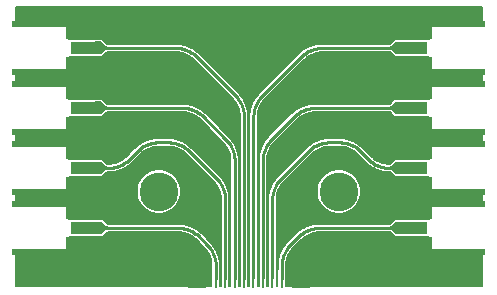
<source format=gbr>
G04 #@! TF.GenerationSoftware,KiCad,Pcbnew,5.1.4*
G04 #@! TF.CreationDate,2020-11-16T17:48:16-07:00*
G04 #@! TF.ProjectId,sleigh,736c6569-6768-42e6-9b69-6361645f7063,rev?*
G04 #@! TF.SameCoordinates,Original*
G04 #@! TF.FileFunction,Copper,L1,Top*
G04 #@! TF.FilePolarity,Positive*
%FSLAX46Y46*%
G04 Gerber Fmt 4.6, Leading zero omitted, Abs format (unit mm)*
G04 Created by KiCad (PCBNEW 5.1.4) date 2020-11-16 17:48:16*
%MOMM*%
%LPD*%
G04 APERTURE LIST*
%ADD10C,0.500000*%
%ADD11C,0.100000*%
%ADD12R,0.100000X0.258000*%
%ADD13R,1.500000X2.000000*%
%ADD14R,0.258000X1.600000*%
%ADD15C,1.550000*%
%ADD16R,2.600000X1.100000*%
%ADD17C,3.280000*%
%ADD18C,0.600000*%
%ADD19C,0.258000*%
%ADD20C,0.150000*%
G04 APERTURE END LIST*
D10*
X165160000Y-74210000D03*
D11*
G36*
X164460000Y-74339000D02*
G01*
X164360000Y-74339000D01*
X164360000Y-74081000D01*
X164460000Y-74081000D01*
X164910000Y-73660000D01*
X165410000Y-73660000D01*
X165410000Y-74760000D01*
X164910000Y-74760000D01*
X164460000Y-74339000D01*
X164460000Y-74339000D01*
G37*
D12*
X164410000Y-74210000D03*
X164400000Y-79290000D03*
D10*
X165150000Y-79290000D03*
D11*
G36*
X164450000Y-79419000D02*
G01*
X164350000Y-79419000D01*
X164350000Y-79161000D01*
X164450000Y-79161000D01*
X164900000Y-78740000D01*
X165400000Y-78740000D01*
X165400000Y-79840000D01*
X164900000Y-79840000D01*
X164450000Y-79419000D01*
X164450000Y-79419000D01*
G37*
D10*
X165160000Y-84370000D03*
D11*
G36*
X164460000Y-84499000D02*
G01*
X164360000Y-84499000D01*
X164360000Y-84241000D01*
X164460000Y-84241000D01*
X164910000Y-83820000D01*
X165410000Y-83820000D01*
X165410000Y-84920000D01*
X164910000Y-84920000D01*
X164460000Y-84499000D01*
X164460000Y-84499000D01*
G37*
D12*
X164410000Y-84370000D03*
X164410000Y-89450000D03*
D10*
X165160000Y-89450000D03*
D11*
G36*
X164460000Y-89579000D02*
G01*
X164360000Y-89579000D01*
X164360000Y-89321000D01*
X164460000Y-89321000D01*
X164910000Y-88900000D01*
X165410000Y-88900000D01*
X165410000Y-90000000D01*
X164910000Y-90000000D01*
X164460000Y-89579000D01*
X164460000Y-89579000D01*
G37*
D10*
X139650000Y-89450000D03*
D11*
G36*
X140350000Y-89321000D02*
G01*
X140450000Y-89321000D01*
X140450000Y-89579000D01*
X140350000Y-89579000D01*
X139900000Y-90000000D01*
X139400000Y-90000000D01*
X139400000Y-88900000D01*
X139900000Y-88900000D01*
X140350000Y-89321000D01*
X140350000Y-89321000D01*
G37*
D12*
X140400000Y-89450000D03*
X140390000Y-74200000D03*
D10*
X139640000Y-74200000D03*
D11*
G36*
X140340000Y-74071000D02*
G01*
X140440000Y-74071000D01*
X140440000Y-74329000D01*
X140340000Y-74329000D01*
X139890000Y-74750000D01*
X139390000Y-74750000D01*
X139390000Y-73650000D01*
X139890000Y-73650000D01*
X140340000Y-74071000D01*
X140340000Y-74071000D01*
G37*
D10*
X139640000Y-79280000D03*
D11*
G36*
X140340000Y-79151000D02*
G01*
X140440000Y-79151000D01*
X140440000Y-79409000D01*
X140340000Y-79409000D01*
X139890000Y-79830000D01*
X139390000Y-79830000D01*
X139390000Y-78730000D01*
X139890000Y-78730000D01*
X140340000Y-79151000D01*
X140340000Y-79151000D01*
G37*
D12*
X140390000Y-79280000D03*
X140390000Y-84370000D03*
D10*
X139640000Y-84370000D03*
D11*
G36*
X140340000Y-84241000D02*
G01*
X140440000Y-84241000D01*
X140440000Y-84499000D01*
X140340000Y-84499000D01*
X139890000Y-84920000D01*
X139390000Y-84920000D01*
X139390000Y-83820000D01*
X139890000Y-83820000D01*
X140340000Y-84241000D01*
X140340000Y-84241000D01*
G37*
D13*
X148000000Y-93526000D03*
X156800000Y-93526000D03*
D14*
X149600000Y-93726000D03*
X150400000Y-93726000D03*
X151200000Y-93726000D03*
X152000000Y-93726000D03*
X152800000Y-93726000D03*
X153600000Y-93726000D03*
X154400000Y-93726000D03*
X155200000Y-93726000D03*
D15*
X166406000Y-87923000D03*
D11*
G36*
X164906000Y-87148000D02*
G01*
X172406000Y-87148000D01*
X172406000Y-87698000D01*
X167906000Y-87698000D01*
X167906000Y-88698000D01*
X164906000Y-88698000D01*
X164906000Y-87148000D01*
X164906000Y-87148000D01*
G37*
D15*
X166406000Y-90973000D03*
D11*
G36*
X164906000Y-90198000D02*
G01*
X167906000Y-90198000D01*
X167906000Y-91198000D01*
X172406000Y-91198000D01*
X172406000Y-91748000D01*
X164906000Y-91748000D01*
X164906000Y-90198000D01*
X164906000Y-90198000D01*
G37*
D16*
X166206000Y-89448000D03*
D15*
X166406000Y-82843000D03*
D11*
G36*
X164906000Y-82068000D02*
G01*
X172406000Y-82068000D01*
X172406000Y-82618000D01*
X167906000Y-82618000D01*
X167906000Y-83618000D01*
X164906000Y-83618000D01*
X164906000Y-82068000D01*
X164906000Y-82068000D01*
G37*
D15*
X166406000Y-85893000D03*
D11*
G36*
X164906000Y-85118000D02*
G01*
X167906000Y-85118000D01*
X167906000Y-86118000D01*
X172406000Y-86118000D01*
X172406000Y-86668000D01*
X164906000Y-86668000D01*
X164906000Y-85118000D01*
X164906000Y-85118000D01*
G37*
D16*
X166206000Y-84368000D03*
D15*
X166406000Y-77763000D03*
D11*
G36*
X164906000Y-76988000D02*
G01*
X172406000Y-76988000D01*
X172406000Y-77538000D01*
X167906000Y-77538000D01*
X167906000Y-78538000D01*
X164906000Y-78538000D01*
X164906000Y-76988000D01*
X164906000Y-76988000D01*
G37*
D15*
X166406000Y-80813000D03*
D11*
G36*
X164906000Y-80038000D02*
G01*
X167906000Y-80038000D01*
X167906000Y-81038000D01*
X172406000Y-81038000D01*
X172406000Y-81588000D01*
X164906000Y-81588000D01*
X164906000Y-80038000D01*
X164906000Y-80038000D01*
G37*
D16*
X166206000Y-79288000D03*
D15*
X166406000Y-72683000D03*
D11*
G36*
X164906000Y-71908000D02*
G01*
X172406000Y-71908000D01*
X172406000Y-72458000D01*
X167906000Y-72458000D01*
X167906000Y-73458000D01*
X164906000Y-73458000D01*
X164906000Y-71908000D01*
X164906000Y-71908000D01*
G37*
D15*
X166406000Y-75733000D03*
D11*
G36*
X164906000Y-74958000D02*
G01*
X167906000Y-74958000D01*
X167906000Y-75958000D01*
X172406000Y-75958000D01*
X172406000Y-76508000D01*
X164906000Y-76508000D01*
X164906000Y-74958000D01*
X164906000Y-74958000D01*
G37*
D16*
X166206000Y-74208000D03*
D15*
X138394000Y-75725000D03*
D11*
G36*
X139894000Y-76500000D02*
G01*
X132394000Y-76500000D01*
X132394000Y-75950000D01*
X136894000Y-75950000D01*
X136894000Y-74950000D01*
X139894000Y-74950000D01*
X139894000Y-76500000D01*
X139894000Y-76500000D01*
G37*
D15*
X138394000Y-72675000D03*
D11*
G36*
X139894000Y-73450000D02*
G01*
X136894000Y-73450000D01*
X136894000Y-72450000D01*
X132394000Y-72450000D01*
X132394000Y-71900000D01*
X139894000Y-71900000D01*
X139894000Y-73450000D01*
X139894000Y-73450000D01*
G37*
D16*
X138594000Y-74200000D03*
D15*
X138394000Y-80805000D03*
D11*
G36*
X139894000Y-81580000D02*
G01*
X132394000Y-81580000D01*
X132394000Y-81030000D01*
X136894000Y-81030000D01*
X136894000Y-80030000D01*
X139894000Y-80030000D01*
X139894000Y-81580000D01*
X139894000Y-81580000D01*
G37*
D15*
X138394000Y-77755000D03*
D11*
G36*
X139894000Y-78530000D02*
G01*
X136894000Y-78530000D01*
X136894000Y-77530000D01*
X132394000Y-77530000D01*
X132394000Y-76980000D01*
X139894000Y-76980000D01*
X139894000Y-78530000D01*
X139894000Y-78530000D01*
G37*
D16*
X138594000Y-79280000D03*
D15*
X138394000Y-85893000D03*
D11*
G36*
X139894000Y-86668000D02*
G01*
X132394000Y-86668000D01*
X132394000Y-86118000D01*
X136894000Y-86118000D01*
X136894000Y-85118000D01*
X139894000Y-85118000D01*
X139894000Y-86668000D01*
X139894000Y-86668000D01*
G37*
D15*
X138394000Y-82843000D03*
D11*
G36*
X139894000Y-83618000D02*
G01*
X136894000Y-83618000D01*
X136894000Y-82618000D01*
X132394000Y-82618000D01*
X132394000Y-82068000D01*
X139894000Y-82068000D01*
X139894000Y-83618000D01*
X139894000Y-83618000D01*
G37*
D16*
X138594000Y-84368000D03*
D15*
X138394000Y-90973000D03*
D11*
G36*
X139894000Y-91748000D02*
G01*
X132394000Y-91748000D01*
X132394000Y-91198000D01*
X136894000Y-91198000D01*
X136894000Y-90198000D01*
X139894000Y-90198000D01*
X139894000Y-91748000D01*
X139894000Y-91748000D01*
G37*
D15*
X138394000Y-87923000D03*
D11*
G36*
X139894000Y-88698000D02*
G01*
X136894000Y-88698000D01*
X136894000Y-87698000D01*
X132394000Y-87698000D01*
X132394000Y-87148000D01*
X139894000Y-87148000D01*
X139894000Y-88698000D01*
X139894000Y-88698000D01*
G37*
D16*
X138594000Y-89448000D03*
D17*
X144780000Y-86360000D03*
X160020000Y-86360000D03*
D18*
X133540000Y-92320000D03*
X135820000Y-93840000D03*
X138100000Y-71800000D03*
X138100000Y-75600000D03*
X138100000Y-80920000D03*
X138100000Y-86240000D03*
X138100000Y-90800000D03*
X139620000Y-77880000D03*
X139620000Y-93080000D03*
X140380000Y-82440000D03*
X140380000Y-87760000D03*
X141140000Y-72560000D03*
X141900000Y-75600000D03*
X141900000Y-80160000D03*
X141900000Y-85480000D03*
X141900000Y-90800000D03*
X142660000Y-93840000D03*
X143420000Y-77880000D03*
X144180000Y-71800000D03*
X144940000Y-80920000D03*
X144940000Y-91560000D03*
X145700000Y-75600000D03*
X146460000Y-93840000D03*
X147220000Y-72560000D03*
X147220000Y-77880000D03*
X147980000Y-81680000D03*
X147980000Y-85480000D03*
X148740000Y-88520000D03*
X149500000Y-74080000D03*
X149500000Y-79400000D03*
X150260000Y-83960000D03*
X151020000Y-71800000D03*
X151020000Y-76360000D03*
X153300000Y-73320000D03*
X154060000Y-79400000D03*
X154820000Y-83200000D03*
X155580000Y-71800000D03*
X155580000Y-87000000D03*
X156340000Y-77120000D03*
X157100000Y-80920000D03*
X157100000Y-91560000D03*
X157860000Y-73320000D03*
X158620000Y-93840000D03*
X159380000Y-75600000D03*
X159380000Y-83200000D03*
X160140000Y-71800000D03*
X160140000Y-80160000D03*
X160140000Y-90800000D03*
X161660000Y-77120000D03*
X161660000Y-93080000D03*
X162420000Y-73320000D03*
X162420000Y-81680000D03*
X163180000Y-85480000D03*
X163940000Y-75600000D03*
X163940000Y-88520000D03*
X164700000Y-71800000D03*
X164700000Y-91560000D03*
X165460000Y-77880000D03*
X165460000Y-82440000D03*
X166220000Y-86240000D03*
X166220000Y-93840000D03*
X168500000Y-92320000D03*
X170780000Y-93840000D03*
D19*
X155200000Y-92600000D02*
X155200000Y-93726000D01*
X155200000Y-92600000D02*
X155202907Y-92481540D01*
X155202907Y-92481540D02*
X155211624Y-92363365D01*
X155211624Y-92363365D02*
X155226129Y-92245761D01*
X155226129Y-92245761D02*
X155246387Y-92129010D01*
X155246387Y-92129010D02*
X155272350Y-92013393D01*
X155272350Y-92013393D02*
X155303954Y-91899190D01*
X155303954Y-91899190D02*
X155341124Y-91786675D01*
X155341124Y-91786675D02*
X155383770Y-91676120D01*
X155383770Y-91676120D02*
X155431789Y-91567790D01*
X155431789Y-91567790D02*
X155485066Y-91461947D01*
X155485066Y-91461947D02*
X155543472Y-91358846D01*
X155543472Y-91358846D02*
X155606867Y-91258734D01*
X155606867Y-91258734D02*
X155675098Y-91161854D01*
X155675098Y-91161854D02*
X155748000Y-91068438D01*
X155748000Y-91068438D02*
X155825398Y-90978713D01*
X155825398Y-90978713D02*
X155907106Y-90892893D01*
X158352000Y-89448000D02*
X166206000Y-89448000D01*
X158352000Y-89448000D02*
X158233540Y-89450907D01*
X158233540Y-89450907D02*
X158115365Y-89459624D01*
X158115365Y-89459624D02*
X157997761Y-89474129D01*
X157997761Y-89474129D02*
X157881009Y-89494387D01*
X157881009Y-89494387D02*
X157765393Y-89520350D01*
X157765393Y-89520350D02*
X157651190Y-89551954D01*
X157651190Y-89551954D02*
X157538675Y-89589124D01*
X157538675Y-89589124D02*
X157428119Y-89631770D01*
X157428119Y-89631770D02*
X157319789Y-89679789D01*
X157319789Y-89679789D02*
X157213946Y-89733066D01*
X157213946Y-89733066D02*
X157110845Y-89791472D01*
X157110845Y-89791472D02*
X157010733Y-89854867D01*
X157010733Y-89854867D02*
X156913853Y-89923097D01*
X156913853Y-89923097D02*
X156820437Y-89996000D01*
X156820437Y-89996000D02*
X156730711Y-90073398D01*
X156730711Y-90073398D02*
X156644892Y-90155106D01*
X156644892Y-90155106D02*
X155907106Y-90892893D01*
X155107106Y-85292893D02*
X155025398Y-85378712D01*
X155025398Y-85378712D02*
X154948000Y-85468438D01*
X154948000Y-85468438D02*
X154875098Y-85561854D01*
X154875098Y-85561854D02*
X154806867Y-85658734D01*
X154806867Y-85658734D02*
X154743472Y-85758845D01*
X154743472Y-85758845D02*
X154685066Y-85861947D01*
X154685066Y-85861947D02*
X154631789Y-85967790D01*
X154631789Y-85967790D02*
X154583770Y-86076120D01*
X154583770Y-86076120D02*
X154541124Y-86186675D01*
X154541124Y-86186675D02*
X154503954Y-86299190D01*
X154503954Y-86299190D02*
X154472350Y-86413393D01*
X154472350Y-86413393D02*
X154446387Y-86529010D01*
X154446387Y-86529010D02*
X154426129Y-86645761D01*
X154426129Y-86645761D02*
X154411624Y-86763365D01*
X154411624Y-86763365D02*
X154402907Y-86881540D01*
X154402907Y-86881540D02*
X154400000Y-87000000D01*
X154400000Y-87000000D02*
X154400000Y-93700000D01*
X159200000Y-82200000D02*
X159081540Y-82202907D01*
X159081540Y-82202907D02*
X158963365Y-82211624D01*
X158963365Y-82211624D02*
X158845761Y-82226129D01*
X158845761Y-82226129D02*
X158729010Y-82246387D01*
X158729010Y-82246387D02*
X158613393Y-82272350D01*
X158613393Y-82272350D02*
X158499190Y-82303954D01*
X158499190Y-82303954D02*
X158386675Y-82341124D01*
X158386675Y-82341124D02*
X158276120Y-82383770D01*
X158276120Y-82383770D02*
X158167790Y-82431789D01*
X158167790Y-82431789D02*
X158061947Y-82485066D01*
X158061947Y-82485066D02*
X157958846Y-82543472D01*
X157958846Y-82543472D02*
X157858734Y-82606867D01*
X157858734Y-82606867D02*
X157761854Y-82675098D01*
X157761854Y-82675098D02*
X157668438Y-82748000D01*
X157668438Y-82748000D02*
X157578713Y-82825398D01*
X157578713Y-82825398D02*
X157492893Y-82907106D01*
X157492893Y-82907106D02*
X155107106Y-85292893D01*
X161807106Y-82907106D02*
X161721285Y-82825398D01*
X161721285Y-82825398D02*
X161631560Y-82748000D01*
X161631560Y-82748000D02*
X161538144Y-82675098D01*
X161538144Y-82675098D02*
X161441264Y-82606867D01*
X161441264Y-82606867D02*
X161341153Y-82543472D01*
X161341153Y-82543472D02*
X161238051Y-82485066D01*
X161238051Y-82485066D02*
X161132208Y-82431789D01*
X161132208Y-82431789D02*
X161023879Y-82383770D01*
X161023879Y-82383770D02*
X160913323Y-82341124D01*
X160913323Y-82341124D02*
X160800808Y-82303954D01*
X160800808Y-82303954D02*
X160686605Y-82272350D01*
X160686605Y-82272350D02*
X160570989Y-82246387D01*
X160570989Y-82246387D02*
X160454238Y-82226129D01*
X160454238Y-82226129D02*
X160336634Y-82211624D01*
X160336634Y-82211624D02*
X160218459Y-82202907D01*
X160218459Y-82202907D02*
X160100000Y-82200000D01*
X160100000Y-82200000D02*
X159200000Y-82200000D01*
X164268000Y-84368000D02*
X166206000Y-84368000D01*
X164268000Y-84368000D02*
X164149540Y-84365091D01*
X164149540Y-84365091D02*
X164031365Y-84356374D01*
X164031365Y-84356374D02*
X163913761Y-84341869D01*
X163913761Y-84341869D02*
X163797010Y-84321611D01*
X163797010Y-84321611D02*
X163681393Y-84295649D01*
X163681393Y-84295649D02*
X163567190Y-84264044D01*
X163567190Y-84264044D02*
X163454675Y-84226874D01*
X163454675Y-84226874D02*
X163344120Y-84184228D01*
X163344120Y-84184228D02*
X163235790Y-84136209D01*
X163235790Y-84136209D02*
X163129947Y-84082932D01*
X163129947Y-84082932D02*
X163026845Y-84024526D01*
X163026845Y-84024526D02*
X162926734Y-83961131D01*
X162926734Y-83961131D02*
X162829854Y-83892900D01*
X162829854Y-83892900D02*
X162736438Y-83819998D01*
X162736438Y-83819998D02*
X162646712Y-83742600D01*
X162646712Y-83742600D02*
X162560893Y-83660893D01*
X162560893Y-83660893D02*
X161807106Y-82907106D01*
X153600000Y-83674000D02*
X153600000Y-93700000D01*
X153600000Y-83674000D02*
X153602907Y-83555540D01*
X153602907Y-83555540D02*
X153611624Y-83437365D01*
X153611624Y-83437365D02*
X153626129Y-83319761D01*
X153626129Y-83319761D02*
X153646387Y-83203010D01*
X153646387Y-83203010D02*
X153672350Y-83087393D01*
X153672350Y-83087393D02*
X153703954Y-82973190D01*
X153703954Y-82973190D02*
X153741124Y-82860675D01*
X153741124Y-82860675D02*
X153783770Y-82750120D01*
X153783770Y-82750120D02*
X153831789Y-82641790D01*
X153831789Y-82641790D02*
X153885066Y-82535947D01*
X153885066Y-82535947D02*
X153943472Y-82432846D01*
X153943472Y-82432846D02*
X154006867Y-82332734D01*
X154006867Y-82332734D02*
X154075098Y-82235854D01*
X154075098Y-82235854D02*
X154148000Y-82142438D01*
X154148000Y-82142438D02*
X154225398Y-82052713D01*
X154225398Y-82052713D02*
X154307106Y-81966893D01*
X157986000Y-79288000D02*
X166206000Y-79288000D01*
X157986000Y-79288000D02*
X157867540Y-79290907D01*
X157867540Y-79290907D02*
X157749365Y-79299624D01*
X157749365Y-79299624D02*
X157631761Y-79314129D01*
X157631761Y-79314129D02*
X157515010Y-79334387D01*
X157515010Y-79334387D02*
X157399393Y-79360350D01*
X157399393Y-79360350D02*
X157285190Y-79391954D01*
X157285190Y-79391954D02*
X157172675Y-79429124D01*
X157172675Y-79429124D02*
X157062120Y-79471770D01*
X157062120Y-79471770D02*
X156953790Y-79519789D01*
X156953790Y-79519789D02*
X156847947Y-79573066D01*
X156847947Y-79573066D02*
X156744846Y-79631472D01*
X156744846Y-79631472D02*
X156644734Y-79694867D01*
X156644734Y-79694867D02*
X156547854Y-79763098D01*
X156547854Y-79763098D02*
X156454438Y-79836000D01*
X156454438Y-79836000D02*
X156364713Y-79913398D01*
X156364713Y-79913398D02*
X156278893Y-79995106D01*
X156278893Y-79995106D02*
X154307106Y-81966893D01*
X152800000Y-80000000D02*
X152800000Y-93700000D01*
X152800000Y-80000000D02*
X152802907Y-79881540D01*
X152802907Y-79881540D02*
X152811624Y-79763365D01*
X152811624Y-79763365D02*
X152826129Y-79645761D01*
X152826129Y-79645761D02*
X152846387Y-79529010D01*
X152846387Y-79529010D02*
X152872350Y-79413393D01*
X152872350Y-79413393D02*
X152903954Y-79299190D01*
X152903954Y-79299190D02*
X152941124Y-79186675D01*
X152941124Y-79186675D02*
X152983770Y-79076120D01*
X152983770Y-79076120D02*
X153031789Y-78967790D01*
X153031789Y-78967790D02*
X153085066Y-78861947D01*
X153085066Y-78861947D02*
X153143472Y-78758846D01*
X153143472Y-78758846D02*
X153206867Y-78658734D01*
X153206867Y-78658734D02*
X153275098Y-78561854D01*
X153275098Y-78561854D02*
X153348000Y-78468438D01*
X153348000Y-78468438D02*
X153425398Y-78378713D01*
X153425398Y-78378713D02*
X153507106Y-78292893D01*
X158592000Y-74208000D02*
X166206000Y-74208000D01*
X158592000Y-74208000D02*
X158473540Y-74210907D01*
X158473540Y-74210907D02*
X158355365Y-74219624D01*
X158355365Y-74219624D02*
X158237761Y-74234129D01*
X158237761Y-74234129D02*
X158121010Y-74254387D01*
X158121010Y-74254387D02*
X158005393Y-74280350D01*
X158005393Y-74280350D02*
X157891190Y-74311954D01*
X157891190Y-74311954D02*
X157778675Y-74349124D01*
X157778675Y-74349124D02*
X157668120Y-74391770D01*
X157668120Y-74391770D02*
X157559790Y-74439789D01*
X157559790Y-74439789D02*
X157453947Y-74493066D01*
X157453947Y-74493066D02*
X157350846Y-74551472D01*
X157350846Y-74551472D02*
X157250734Y-74614867D01*
X157250734Y-74614867D02*
X157153854Y-74683098D01*
X157153854Y-74683098D02*
X157060438Y-74756000D01*
X157060438Y-74756000D02*
X156970713Y-74833398D01*
X156970713Y-74833398D02*
X156884893Y-74915106D01*
X156884893Y-74915106D02*
X153507106Y-78292893D01*
X151292893Y-78292893D02*
X151374600Y-78378713D01*
X151374600Y-78378713D02*
X151451998Y-78468438D01*
X151451998Y-78468438D02*
X151524900Y-78561854D01*
X151524900Y-78561854D02*
X151593131Y-78658734D01*
X151593131Y-78658734D02*
X151656526Y-78758846D01*
X151656526Y-78758846D02*
X151714932Y-78861947D01*
X151714932Y-78861947D02*
X151768209Y-78967790D01*
X151768209Y-78967790D02*
X151816228Y-79076120D01*
X151816228Y-79076120D02*
X151858874Y-79186675D01*
X151858874Y-79186675D02*
X151896044Y-79299190D01*
X151896044Y-79299190D02*
X151927648Y-79413393D01*
X151927648Y-79413393D02*
X151953611Y-79529010D01*
X151953611Y-79529010D02*
X151973869Y-79645761D01*
X151973869Y-79645761D02*
X151988374Y-79763365D01*
X151988374Y-79763365D02*
X151997091Y-79881540D01*
X151997091Y-79881540D02*
X152000000Y-80000000D01*
X152000000Y-80000000D02*
X152000000Y-93726000D01*
X146200000Y-74200000D02*
X138594000Y-74200000D01*
X146200000Y-74200000D02*
X146318459Y-74202908D01*
X146318459Y-74202908D02*
X146436634Y-74211625D01*
X146436634Y-74211625D02*
X146554238Y-74226130D01*
X146554238Y-74226130D02*
X146670989Y-74246388D01*
X146670989Y-74246388D02*
X146786605Y-74272350D01*
X146786605Y-74272350D02*
X146900808Y-74303955D01*
X146900808Y-74303955D02*
X147013323Y-74341125D01*
X147013323Y-74341125D02*
X147123878Y-74383770D01*
X147123878Y-74383770D02*
X147232208Y-74431790D01*
X147232208Y-74431790D02*
X147338051Y-74485067D01*
X147338051Y-74485067D02*
X147441153Y-74543473D01*
X147441153Y-74543473D02*
X147541264Y-74606868D01*
X147541264Y-74606868D02*
X147638144Y-74675098D01*
X147638144Y-74675098D02*
X147731559Y-74748000D01*
X147731559Y-74748000D02*
X147821285Y-74825398D01*
X147821285Y-74825398D02*
X147907106Y-74907106D01*
X147907106Y-74907106D02*
X151292893Y-78292893D01*
X150492893Y-81992893D02*
X150574600Y-82078713D01*
X150574600Y-82078713D02*
X150651998Y-82168438D01*
X150651998Y-82168438D02*
X150724900Y-82261854D01*
X150724900Y-82261854D02*
X150793131Y-82358734D01*
X150793131Y-82358734D02*
X150856526Y-82458846D01*
X150856526Y-82458846D02*
X150914932Y-82561947D01*
X150914932Y-82561947D02*
X150968209Y-82667790D01*
X150968209Y-82667790D02*
X151016228Y-82776120D01*
X151016228Y-82776120D02*
X151058874Y-82886675D01*
X151058874Y-82886675D02*
X151096044Y-82999190D01*
X151096044Y-82999190D02*
X151127648Y-83113393D01*
X151127648Y-83113393D02*
X151153611Y-83229010D01*
X151153611Y-83229010D02*
X151173869Y-83345761D01*
X151173869Y-83345761D02*
X151188374Y-83463365D01*
X151188374Y-83463365D02*
X151197091Y-83581540D01*
X151197091Y-83581540D02*
X151200000Y-83700000D01*
X151200000Y-83700000D02*
X151200000Y-93726000D01*
X146780000Y-79280000D02*
X138594000Y-79280000D01*
X146780000Y-79280000D02*
X146898459Y-79282908D01*
X146898459Y-79282908D02*
X147016634Y-79291625D01*
X147016634Y-79291625D02*
X147134238Y-79306130D01*
X147134238Y-79306130D02*
X147250989Y-79326388D01*
X147250989Y-79326388D02*
X147366605Y-79352350D01*
X147366605Y-79352350D02*
X147480808Y-79383955D01*
X147480808Y-79383955D02*
X147593323Y-79421125D01*
X147593323Y-79421125D02*
X147703878Y-79463770D01*
X147703878Y-79463770D02*
X147812208Y-79511790D01*
X147812208Y-79511790D02*
X147918051Y-79565067D01*
X147918051Y-79565067D02*
X148021153Y-79623473D01*
X148021153Y-79623473D02*
X148121264Y-79686868D01*
X148121264Y-79686868D02*
X148218144Y-79755098D01*
X148218144Y-79755098D02*
X148311559Y-79828000D01*
X148311559Y-79828000D02*
X148401285Y-79905398D01*
X148401285Y-79905398D02*
X148487106Y-79987106D01*
X148487106Y-79987106D02*
X150492893Y-81992893D01*
X142239106Y-83660893D02*
X142153285Y-83742600D01*
X142153285Y-83742600D02*
X142063560Y-83819998D01*
X142063560Y-83819998D02*
X141970144Y-83892900D01*
X141970144Y-83892900D02*
X141873264Y-83961131D01*
X141873264Y-83961131D02*
X141773153Y-84024526D01*
X141773153Y-84024526D02*
X141670051Y-84082932D01*
X141670051Y-84082932D02*
X141564208Y-84136209D01*
X141564208Y-84136209D02*
X141455879Y-84184228D01*
X141455879Y-84184228D02*
X141345323Y-84226874D01*
X141345323Y-84226874D02*
X141232808Y-84264044D01*
X141232808Y-84264044D02*
X141118605Y-84295648D01*
X141118605Y-84295648D02*
X141002989Y-84321611D01*
X141002989Y-84321611D02*
X140886238Y-84341869D01*
X140886238Y-84341869D02*
X140768634Y-84356374D01*
X140768634Y-84356374D02*
X140650459Y-84365091D01*
X140650459Y-84365091D02*
X140532000Y-84368000D01*
X140532000Y-84368000D02*
X138594000Y-84368000D01*
X144700000Y-82200000D02*
X144581540Y-82202907D01*
X144581540Y-82202907D02*
X144463365Y-82211624D01*
X144463365Y-82211624D02*
X144345761Y-82226129D01*
X144345761Y-82226129D02*
X144229009Y-82246387D01*
X144229009Y-82246387D02*
X144113393Y-82272350D01*
X144113393Y-82272350D02*
X143999190Y-82303954D01*
X143999190Y-82303954D02*
X143886675Y-82341124D01*
X143886675Y-82341124D02*
X143776119Y-82383770D01*
X143776119Y-82383770D02*
X143667789Y-82431789D01*
X143667789Y-82431789D02*
X143561946Y-82485066D01*
X143561946Y-82485066D02*
X143458845Y-82543472D01*
X143458845Y-82543472D02*
X143358733Y-82606867D01*
X143358733Y-82606867D02*
X143261853Y-82675097D01*
X143261853Y-82675097D02*
X143168437Y-82748000D01*
X143168437Y-82748000D02*
X143078711Y-82825398D01*
X143078711Y-82825398D02*
X142992892Y-82907106D01*
X142992892Y-82907106D02*
X142239106Y-83660893D01*
X147307106Y-82907106D02*
X147221285Y-82825398D01*
X147221285Y-82825398D02*
X147131560Y-82748000D01*
X147131560Y-82748000D02*
X147038144Y-82675098D01*
X147038144Y-82675098D02*
X146941264Y-82606867D01*
X146941264Y-82606867D02*
X146841153Y-82543472D01*
X146841153Y-82543472D02*
X146738051Y-82485066D01*
X146738051Y-82485066D02*
X146632208Y-82431789D01*
X146632208Y-82431789D02*
X146523879Y-82383770D01*
X146523879Y-82383770D02*
X146413323Y-82341124D01*
X146413323Y-82341124D02*
X146300808Y-82303954D01*
X146300808Y-82303954D02*
X146186605Y-82272350D01*
X146186605Y-82272350D02*
X146070989Y-82246387D01*
X146070989Y-82246387D02*
X145954238Y-82226129D01*
X145954238Y-82226129D02*
X145836634Y-82211624D01*
X145836634Y-82211624D02*
X145718459Y-82202907D01*
X145718459Y-82202907D02*
X145600000Y-82200000D01*
X145600000Y-82200000D02*
X144700000Y-82200000D01*
X150400000Y-87000000D02*
X150400000Y-93726000D01*
X150400000Y-87000000D02*
X150397091Y-86881540D01*
X150397091Y-86881540D02*
X150388374Y-86763365D01*
X150388374Y-86763365D02*
X150373869Y-86645761D01*
X150373869Y-86645761D02*
X150353611Y-86529010D01*
X150353611Y-86529010D02*
X150327649Y-86413393D01*
X150327649Y-86413393D02*
X150296044Y-86299190D01*
X150296044Y-86299190D02*
X150258874Y-86186675D01*
X150258874Y-86186675D02*
X150216228Y-86076120D01*
X150216228Y-86076120D02*
X150168209Y-85967790D01*
X150168209Y-85967790D02*
X150114932Y-85861947D01*
X150114932Y-85861947D02*
X150056526Y-85758845D01*
X150056526Y-85758845D02*
X149993131Y-85658734D01*
X149993131Y-85658734D02*
X149924900Y-85561854D01*
X149924900Y-85561854D02*
X149851998Y-85468438D01*
X149851998Y-85468438D02*
X149774600Y-85378712D01*
X149774600Y-85378712D02*
X149692893Y-85292893D01*
X149692893Y-85292893D02*
X147307106Y-82907106D01*
X146448000Y-89448000D02*
X138594000Y-89448000D01*
X146448000Y-89448000D02*
X146566459Y-89450908D01*
X146566459Y-89450908D02*
X146684634Y-89459625D01*
X146684634Y-89459625D02*
X146802238Y-89474130D01*
X146802238Y-89474130D02*
X146918989Y-89494388D01*
X146918989Y-89494388D02*
X147034605Y-89520350D01*
X147034605Y-89520350D02*
X147148808Y-89551955D01*
X147148808Y-89551955D02*
X147261323Y-89589125D01*
X147261323Y-89589125D02*
X147371878Y-89631770D01*
X147371878Y-89631770D02*
X147480208Y-89679790D01*
X147480208Y-89679790D02*
X147586051Y-89733067D01*
X147586051Y-89733067D02*
X147689153Y-89791473D01*
X147689153Y-89791473D02*
X147789264Y-89854868D01*
X147789264Y-89854868D02*
X147886144Y-89923098D01*
X147886144Y-89923098D02*
X147979559Y-89996000D01*
X147979559Y-89996000D02*
X148069285Y-90073398D01*
X148069285Y-90073398D02*
X148155106Y-90155106D01*
X149600000Y-92600000D02*
X149600000Y-93726000D01*
X149600000Y-92600000D02*
X149597091Y-92481540D01*
X149597091Y-92481540D02*
X149588374Y-92363365D01*
X149588374Y-92363365D02*
X149573869Y-92245761D01*
X149573869Y-92245761D02*
X149553611Y-92129010D01*
X149553611Y-92129010D02*
X149527649Y-92013393D01*
X149527649Y-92013393D02*
X149496044Y-91899190D01*
X149496044Y-91899190D02*
X149458874Y-91786675D01*
X149458874Y-91786675D02*
X149416228Y-91676120D01*
X149416228Y-91676120D02*
X149368209Y-91567790D01*
X149368209Y-91567790D02*
X149314932Y-91461947D01*
X149314932Y-91461947D02*
X149256526Y-91358845D01*
X149256526Y-91358845D02*
X149193131Y-91258734D01*
X149193131Y-91258734D02*
X149124900Y-91161854D01*
X149124900Y-91161854D02*
X149051998Y-91068438D01*
X149051998Y-91068438D02*
X148974600Y-90978712D01*
X148974600Y-90978712D02*
X148892893Y-90892893D01*
X148892893Y-90892893D02*
X148155106Y-90155106D01*
D20*
G36*
X164360000Y-89815137D02*
G01*
X164366762Y-89815137D01*
X164733501Y-90158242D01*
X164739026Y-90164974D01*
X164774809Y-90194341D01*
X164815634Y-90216162D01*
X164816231Y-90216343D01*
X164819634Y-90218162D01*
X164863932Y-90231600D01*
X164910000Y-90236137D01*
X165410000Y-90236137D01*
X165430308Y-90234137D01*
X167506000Y-90234137D01*
X167552068Y-90229600D01*
X167596366Y-90216162D01*
X167621001Y-90202995D01*
X167621001Y-91184000D01*
X167619622Y-91198000D01*
X167625125Y-91253870D01*
X167641421Y-91307592D01*
X167667885Y-91357103D01*
X167703500Y-91400500D01*
X167746897Y-91436115D01*
X167796408Y-91462579D01*
X167850130Y-91478875D01*
X167892010Y-91483000D01*
X167906000Y-91484378D01*
X167919990Y-91483000D01*
X172146000Y-91483000D01*
X172146001Y-94340000D01*
X155565137Y-94340000D01*
X155565137Y-92926000D01*
X155564000Y-92914455D01*
X155564000Y-92604437D01*
X155566578Y-92499400D01*
X155573981Y-92399039D01*
X155586298Y-92299184D01*
X155603500Y-92200041D01*
X155625547Y-92101864D01*
X155652387Y-92004877D01*
X155683946Y-91909349D01*
X155720165Y-91815453D01*
X155760940Y-91723467D01*
X155806183Y-91633584D01*
X155855776Y-91546040D01*
X155909611Y-91461025D01*
X155967561Y-91378742D01*
X156029462Y-91299424D01*
X156095176Y-91223244D01*
X156167680Y-91147091D01*
X156899156Y-90415616D01*
X156975228Y-90343189D01*
X157051428Y-90277457D01*
X157130750Y-90215555D01*
X157213027Y-90157609D01*
X157298039Y-90103776D01*
X157385590Y-90054179D01*
X157475466Y-90008939D01*
X157567450Y-89968166D01*
X157661345Y-89931947D01*
X157756887Y-89900384D01*
X157853863Y-89873547D01*
X157952029Y-89851503D01*
X158051185Y-89834298D01*
X158151040Y-89821981D01*
X158251400Y-89814578D01*
X158356437Y-89812000D01*
X164328147Y-89812000D01*
X164360000Y-89815137D01*
X164360000Y-89815137D01*
G37*
X164360000Y-89815137D02*
X164366762Y-89815137D01*
X164733501Y-90158242D01*
X164739026Y-90164974D01*
X164774809Y-90194341D01*
X164815634Y-90216162D01*
X164816231Y-90216343D01*
X164819634Y-90218162D01*
X164863932Y-90231600D01*
X164910000Y-90236137D01*
X165410000Y-90236137D01*
X165430308Y-90234137D01*
X167506000Y-90234137D01*
X167552068Y-90229600D01*
X167596366Y-90216162D01*
X167621001Y-90202995D01*
X167621001Y-91184000D01*
X167619622Y-91198000D01*
X167625125Y-91253870D01*
X167641421Y-91307592D01*
X167667885Y-91357103D01*
X167703500Y-91400500D01*
X167746897Y-91436115D01*
X167796408Y-91462579D01*
X167850130Y-91478875D01*
X167892010Y-91483000D01*
X167906000Y-91484378D01*
X167919990Y-91483000D01*
X172146000Y-91483000D01*
X172146001Y-94340000D01*
X155565137Y-94340000D01*
X155565137Y-92926000D01*
X155564000Y-92914455D01*
X155564000Y-92604437D01*
X155566578Y-92499400D01*
X155573981Y-92399039D01*
X155586298Y-92299184D01*
X155603500Y-92200041D01*
X155625547Y-92101864D01*
X155652387Y-92004877D01*
X155683946Y-91909349D01*
X155720165Y-91815453D01*
X155760940Y-91723467D01*
X155806183Y-91633584D01*
X155855776Y-91546040D01*
X155909611Y-91461025D01*
X155967561Y-91378742D01*
X156029462Y-91299424D01*
X156095176Y-91223244D01*
X156167680Y-91147091D01*
X156899156Y-90415616D01*
X156975228Y-90343189D01*
X157051428Y-90277457D01*
X157130750Y-90215555D01*
X157213027Y-90157609D01*
X157298039Y-90103776D01*
X157385590Y-90054179D01*
X157475466Y-90008939D01*
X157567450Y-89968166D01*
X157661345Y-89931947D01*
X157756887Y-89900384D01*
X157853863Y-89873547D01*
X157952029Y-89851503D01*
X158051185Y-89834298D01*
X158151040Y-89821981D01*
X158251400Y-89814578D01*
X158356437Y-89812000D01*
X164328147Y-89812000D01*
X164360000Y-89815137D01*
G36*
X145700598Y-82566578D02*
G01*
X145800960Y-82573981D01*
X145900815Y-82586298D01*
X145999953Y-82603499D01*
X146098137Y-82625548D01*
X146195121Y-82652387D01*
X146290657Y-82683948D01*
X146384539Y-82720162D01*
X146476536Y-82760942D01*
X146566416Y-82806184D01*
X146653968Y-82855781D01*
X146738974Y-82909611D01*
X146821256Y-82967561D01*
X146900574Y-83029462D01*
X146976766Y-83095186D01*
X147052892Y-83167664D01*
X149432361Y-85547135D01*
X149504810Y-85623230D01*
X149570535Y-85699422D01*
X149632451Y-85778762D01*
X149690385Y-85861022D01*
X149744217Y-85946030D01*
X149793818Y-86033589D01*
X149839059Y-86123467D01*
X149879830Y-86215445D01*
X149916054Y-86309353D01*
X149947616Y-86404892D01*
X149974450Y-86501857D01*
X149996499Y-86600049D01*
X150013700Y-86699182D01*
X150026017Y-86799040D01*
X150033420Y-86899404D01*
X150036000Y-87004455D01*
X150036001Y-92914446D01*
X150034863Y-92926000D01*
X150034863Y-94340000D01*
X149965137Y-94340000D01*
X149965137Y-92926000D01*
X149964000Y-92914455D01*
X149964000Y-92613398D01*
X149964329Y-92608938D01*
X149964000Y-92595541D01*
X149964000Y-92582120D01*
X149963561Y-92577662D01*
X149961200Y-92481539D01*
X149961420Y-92472594D01*
X149960761Y-92463667D01*
X149960542Y-92454730D01*
X149959448Y-92445860D01*
X149952044Y-92345496D01*
X149951825Y-92336553D01*
X149950730Y-92327673D01*
X149950072Y-92318757D01*
X149948544Y-92309949D01*
X149936224Y-92210069D01*
X149935566Y-92201147D01*
X149934036Y-92192331D01*
X149932942Y-92183459D01*
X149930984Y-92174738D01*
X149913779Y-92075582D01*
X149912684Y-92066704D01*
X149910724Y-92057974D01*
X149909195Y-92049164D01*
X149906810Y-92040548D01*
X149884760Y-91942350D01*
X149883231Y-91933540D01*
X149880847Y-91924926D01*
X149878887Y-91916197D01*
X149876079Y-91907696D01*
X149849242Y-91810722D01*
X149847280Y-91801987D01*
X149844471Y-91793486D01*
X149842088Y-91784873D01*
X149838872Y-91776537D01*
X149807306Y-91680985D01*
X149804918Y-91672355D01*
X149801695Y-91664000D01*
X149798893Y-91655518D01*
X149795273Y-91647352D01*
X149759048Y-91553443D01*
X149756246Y-91544960D01*
X149752624Y-91536790D01*
X149749402Y-91528436D01*
X149745378Y-91520441D01*
X149704601Y-91428450D01*
X149701381Y-91420102D01*
X149697360Y-91412114D01*
X149693736Y-91403938D01*
X149689328Y-91396156D01*
X149644082Y-91306269D01*
X149640457Y-91298091D01*
X149636047Y-91290305D01*
X149632026Y-91282318D01*
X149627243Y-91274764D01*
X149577638Y-91187200D01*
X149573617Y-91179211D01*
X149568833Y-91171657D01*
X149564425Y-91163875D01*
X149559274Y-91156562D01*
X149505441Y-91071550D01*
X149501027Y-91063758D01*
X149495869Y-91056435D01*
X149491091Y-91048889D01*
X149485595Y-91041847D01*
X149427647Y-90959568D01*
X149422859Y-90952007D01*
X149417352Y-90944950D01*
X149412204Y-90937641D01*
X149406366Y-90930873D01*
X149344458Y-90851545D01*
X149339301Y-90844223D01*
X149333451Y-90837442D01*
X149327956Y-90830400D01*
X149321795Y-90823929D01*
X149256054Y-90747716D01*
X149250553Y-90740668D01*
X149244388Y-90734193D01*
X149238545Y-90727419D01*
X149232067Y-90721251D01*
X149165764Y-90651611D01*
X149162922Y-90648148D01*
X149153427Y-90638653D01*
X149144189Y-90628950D01*
X149140805Y-90626031D01*
X148421979Y-89907207D01*
X148419048Y-89903809D01*
X148409306Y-89894534D01*
X148399849Y-89885077D01*
X148396399Y-89882246D01*
X148326745Y-89815930D01*
X148320578Y-89809453D01*
X148313806Y-89803611D01*
X148307327Y-89797443D01*
X148300277Y-89791941D01*
X148224077Y-89726210D01*
X148217599Y-89720043D01*
X148210548Y-89714540D01*
X148203774Y-89708697D01*
X148196463Y-89703548D01*
X148117123Y-89641630D01*
X148110355Y-89635792D01*
X148103049Y-89630646D01*
X148095993Y-89625140D01*
X148088430Y-89620351D01*
X148006152Y-89562404D01*
X147999109Y-89556908D01*
X147991559Y-89552127D01*
X147984238Y-89546971D01*
X147976450Y-89542560D01*
X147891436Y-89488725D01*
X147884123Y-89483574D01*
X147876341Y-89479166D01*
X147868787Y-89474382D01*
X147860799Y-89470361D01*
X147773234Y-89420756D01*
X147765680Y-89415973D01*
X147757693Y-89411953D01*
X147749907Y-89407542D01*
X147741728Y-89403917D01*
X147651844Y-89358673D01*
X147644063Y-89354265D01*
X147635886Y-89350640D01*
X147627895Y-89346618D01*
X147619551Y-89343399D01*
X147527550Y-89302617D01*
X147519559Y-89298595D01*
X147511217Y-89295377D01*
X147503041Y-89291753D01*
X147494544Y-89288946D01*
X147400666Y-89252734D01*
X147392481Y-89249106D01*
X147383974Y-89246296D01*
X147375640Y-89243081D01*
X147367031Y-89240698D01*
X147271472Y-89209130D01*
X147263126Y-89205911D01*
X147254502Y-89203524D01*
X147246010Y-89200719D01*
X147237284Y-89198759D01*
X147140303Y-89171920D01*
X147131802Y-89169112D01*
X147123068Y-89167151D01*
X147114458Y-89164768D01*
X147105652Y-89163240D01*
X147007451Y-89141189D01*
X146998834Y-89138804D01*
X146990024Y-89137275D01*
X146981294Y-89135315D01*
X146972415Y-89134220D01*
X146873267Y-89117017D01*
X146864540Y-89115057D01*
X146855662Y-89113962D01*
X146846850Y-89112433D01*
X146837933Y-89111775D01*
X146738052Y-89099456D01*
X146729242Y-89097927D01*
X146720324Y-89097269D01*
X146711445Y-89096174D01*
X146702504Y-89095955D01*
X146602133Y-89088551D01*
X146593266Y-89087457D01*
X146584334Y-89087238D01*
X146575404Y-89086579D01*
X146566455Y-89086799D01*
X146470336Y-89084439D01*
X146465880Y-89084000D01*
X146452459Y-89084000D01*
X146439059Y-89083671D01*
X146434599Y-89084000D01*
X140442316Y-89084000D01*
X140061325Y-88727562D01*
X140031191Y-88703659D01*
X139990366Y-88681838D01*
X139985144Y-88680254D01*
X139984366Y-88679838D01*
X139940068Y-88666400D01*
X139894000Y-88661863D01*
X137294000Y-88661863D01*
X137247932Y-88666400D01*
X137203634Y-88679838D01*
X137179000Y-88693005D01*
X137179000Y-87711990D01*
X137180378Y-87698000D01*
X137174875Y-87642130D01*
X137158579Y-87588408D01*
X137132115Y-87538897D01*
X137096500Y-87495500D01*
X137053103Y-87459885D01*
X137003592Y-87433421D01*
X136949870Y-87417125D01*
X136907990Y-87413000D01*
X136894000Y-87411622D01*
X136880010Y-87413000D01*
X132654000Y-87413000D01*
X132654000Y-86403000D01*
X136880010Y-86403000D01*
X136894000Y-86404378D01*
X136907990Y-86403000D01*
X136949870Y-86398875D01*
X137003592Y-86382579D01*
X137053103Y-86356115D01*
X137096500Y-86320500D01*
X137132115Y-86277103D01*
X137158579Y-86227592D01*
X137174432Y-86175329D01*
X142905000Y-86175329D01*
X142905000Y-86544671D01*
X142977056Y-86906917D01*
X143118397Y-87248145D01*
X143323593Y-87555243D01*
X143584757Y-87816407D01*
X143891855Y-88021603D01*
X144233083Y-88162944D01*
X144595329Y-88235000D01*
X144964671Y-88235000D01*
X145326917Y-88162944D01*
X145668145Y-88021603D01*
X145975243Y-87816407D01*
X146236407Y-87555243D01*
X146441603Y-87248145D01*
X146582944Y-86906917D01*
X146655000Y-86544671D01*
X146655000Y-86175329D01*
X146582944Y-85813083D01*
X146441603Y-85471855D01*
X146236407Y-85164757D01*
X145975243Y-84903593D01*
X145668145Y-84698397D01*
X145326917Y-84557056D01*
X144964671Y-84485000D01*
X144595329Y-84485000D01*
X144233083Y-84557056D01*
X143891855Y-84698397D01*
X143584757Y-84903593D01*
X143323593Y-85164757D01*
X143118397Y-85471855D01*
X142977056Y-85813083D01*
X142905000Y-86175329D01*
X137174432Y-86175329D01*
X137174875Y-86173870D01*
X137180378Y-86118000D01*
X137179000Y-86104010D01*
X137179000Y-85122995D01*
X137203634Y-85136162D01*
X137247932Y-85149600D01*
X137294000Y-85154137D01*
X139369692Y-85154137D01*
X139390000Y-85156137D01*
X139890000Y-85156137D01*
X139928336Y-85153004D01*
X139973056Y-85141048D01*
X139980751Y-85137259D01*
X139984366Y-85136162D01*
X140000615Y-85127477D01*
X140014584Y-85120598D01*
X140017117Y-85118656D01*
X140025191Y-85114341D01*
X140060974Y-85084974D01*
X140066499Y-85078242D01*
X140433238Y-84735137D01*
X140440000Y-84735137D01*
X140471853Y-84732000D01*
X140518602Y-84732000D01*
X140523062Y-84732329D01*
X140536459Y-84732000D01*
X140549880Y-84732000D01*
X140554338Y-84731561D01*
X140650460Y-84729200D01*
X140659404Y-84729420D01*
X140668331Y-84728762D01*
X140677269Y-84728542D01*
X140686141Y-84727448D01*
X140786504Y-84720044D01*
X140795445Y-84719825D01*
X140804324Y-84718730D01*
X140813242Y-84718072D01*
X140822052Y-84716543D01*
X140921933Y-84704224D01*
X140930850Y-84703566D01*
X140939662Y-84702037D01*
X140948540Y-84700942D01*
X140957267Y-84698982D01*
X141056424Y-84681777D01*
X141065297Y-84680683D01*
X141074017Y-84678725D01*
X141082834Y-84677195D01*
X141091461Y-84674808D01*
X141189640Y-84652761D01*
X141198455Y-84651231D01*
X141207081Y-84648844D01*
X141215804Y-84646885D01*
X141224292Y-84644081D01*
X141321280Y-84617241D01*
X141330010Y-84615280D01*
X141338505Y-84612474D01*
X141347122Y-84610089D01*
X141355465Y-84606871D01*
X141451020Y-84575304D01*
X141459642Y-84572918D01*
X141467986Y-84569699D01*
X141476481Y-84566893D01*
X141484657Y-84563268D01*
X141578541Y-84527053D01*
X141587040Y-84524246D01*
X141595223Y-84520619D01*
X141603562Y-84517402D01*
X141611545Y-84513384D01*
X141703557Y-84472597D01*
X141711895Y-84469381D01*
X141719878Y-84465363D01*
X141728062Y-84461735D01*
X141735850Y-84457323D01*
X141825728Y-84412082D01*
X141833907Y-84408457D01*
X141841693Y-84404046D01*
X141849680Y-84400026D01*
X141857234Y-84395243D01*
X141944799Y-84345638D01*
X141952787Y-84341617D01*
X141960341Y-84336833D01*
X141968123Y-84332425D01*
X141975436Y-84327274D01*
X142060461Y-84273433D01*
X142068240Y-84269026D01*
X142075550Y-84263878D01*
X142083109Y-84259091D01*
X142090162Y-84253587D01*
X142172430Y-84195647D01*
X142179991Y-84190859D01*
X142187049Y-84185351D01*
X142194357Y-84180204D01*
X142201125Y-84174366D01*
X142280469Y-84112446D01*
X142287777Y-84107299D01*
X142294544Y-84101462D01*
X142301599Y-84095956D01*
X142308081Y-84089785D01*
X142384293Y-84024044D01*
X142391325Y-84018556D01*
X142397789Y-84012402D01*
X142404580Y-84006544D01*
X142410759Y-84000054D01*
X142480397Y-83933755D01*
X142483849Y-83930922D01*
X142493307Y-83921464D01*
X142503046Y-83912192D01*
X142505977Y-83908794D01*
X143247156Y-83167616D01*
X143323228Y-83095189D01*
X143399428Y-83029457D01*
X143478750Y-82967555D01*
X143561027Y-82909609D01*
X143646039Y-82855776D01*
X143733590Y-82806179D01*
X143823466Y-82760939D01*
X143915450Y-82720166D01*
X144009345Y-82683947D01*
X144104887Y-82652384D01*
X144201863Y-82625547D01*
X144300029Y-82603503D01*
X144399185Y-82586298D01*
X144499040Y-82573981D01*
X144599400Y-82566578D01*
X144704437Y-82564000D01*
X145595563Y-82564000D01*
X145700598Y-82566578D01*
X145700598Y-82566578D01*
G37*
X145700598Y-82566578D02*
X145800960Y-82573981D01*
X145900815Y-82586298D01*
X145999953Y-82603499D01*
X146098137Y-82625548D01*
X146195121Y-82652387D01*
X146290657Y-82683948D01*
X146384539Y-82720162D01*
X146476536Y-82760942D01*
X146566416Y-82806184D01*
X146653968Y-82855781D01*
X146738974Y-82909611D01*
X146821256Y-82967561D01*
X146900574Y-83029462D01*
X146976766Y-83095186D01*
X147052892Y-83167664D01*
X149432361Y-85547135D01*
X149504810Y-85623230D01*
X149570535Y-85699422D01*
X149632451Y-85778762D01*
X149690385Y-85861022D01*
X149744217Y-85946030D01*
X149793818Y-86033589D01*
X149839059Y-86123467D01*
X149879830Y-86215445D01*
X149916054Y-86309353D01*
X149947616Y-86404892D01*
X149974450Y-86501857D01*
X149996499Y-86600049D01*
X150013700Y-86699182D01*
X150026017Y-86799040D01*
X150033420Y-86899404D01*
X150036000Y-87004455D01*
X150036001Y-92914446D01*
X150034863Y-92926000D01*
X150034863Y-94340000D01*
X149965137Y-94340000D01*
X149965137Y-92926000D01*
X149964000Y-92914455D01*
X149964000Y-92613398D01*
X149964329Y-92608938D01*
X149964000Y-92595541D01*
X149964000Y-92582120D01*
X149963561Y-92577662D01*
X149961200Y-92481539D01*
X149961420Y-92472594D01*
X149960761Y-92463667D01*
X149960542Y-92454730D01*
X149959448Y-92445860D01*
X149952044Y-92345496D01*
X149951825Y-92336553D01*
X149950730Y-92327673D01*
X149950072Y-92318757D01*
X149948544Y-92309949D01*
X149936224Y-92210069D01*
X149935566Y-92201147D01*
X149934036Y-92192331D01*
X149932942Y-92183459D01*
X149930984Y-92174738D01*
X149913779Y-92075582D01*
X149912684Y-92066704D01*
X149910724Y-92057974D01*
X149909195Y-92049164D01*
X149906810Y-92040548D01*
X149884760Y-91942350D01*
X149883231Y-91933540D01*
X149880847Y-91924926D01*
X149878887Y-91916197D01*
X149876079Y-91907696D01*
X149849242Y-91810722D01*
X149847280Y-91801987D01*
X149844471Y-91793486D01*
X149842088Y-91784873D01*
X149838872Y-91776537D01*
X149807306Y-91680985D01*
X149804918Y-91672355D01*
X149801695Y-91664000D01*
X149798893Y-91655518D01*
X149795273Y-91647352D01*
X149759048Y-91553443D01*
X149756246Y-91544960D01*
X149752624Y-91536790D01*
X149749402Y-91528436D01*
X149745378Y-91520441D01*
X149704601Y-91428450D01*
X149701381Y-91420102D01*
X149697360Y-91412114D01*
X149693736Y-91403938D01*
X149689328Y-91396156D01*
X149644082Y-91306269D01*
X149640457Y-91298091D01*
X149636047Y-91290305D01*
X149632026Y-91282318D01*
X149627243Y-91274764D01*
X149577638Y-91187200D01*
X149573617Y-91179211D01*
X149568833Y-91171657D01*
X149564425Y-91163875D01*
X149559274Y-91156562D01*
X149505441Y-91071550D01*
X149501027Y-91063758D01*
X149495869Y-91056435D01*
X149491091Y-91048889D01*
X149485595Y-91041847D01*
X149427647Y-90959568D01*
X149422859Y-90952007D01*
X149417352Y-90944950D01*
X149412204Y-90937641D01*
X149406366Y-90930873D01*
X149344458Y-90851545D01*
X149339301Y-90844223D01*
X149333451Y-90837442D01*
X149327956Y-90830400D01*
X149321795Y-90823929D01*
X149256054Y-90747716D01*
X149250553Y-90740668D01*
X149244388Y-90734193D01*
X149238545Y-90727419D01*
X149232067Y-90721251D01*
X149165764Y-90651611D01*
X149162922Y-90648148D01*
X149153427Y-90638653D01*
X149144189Y-90628950D01*
X149140805Y-90626031D01*
X148421979Y-89907207D01*
X148419048Y-89903809D01*
X148409306Y-89894534D01*
X148399849Y-89885077D01*
X148396399Y-89882246D01*
X148326745Y-89815930D01*
X148320578Y-89809453D01*
X148313806Y-89803611D01*
X148307327Y-89797443D01*
X148300277Y-89791941D01*
X148224077Y-89726210D01*
X148217599Y-89720043D01*
X148210548Y-89714540D01*
X148203774Y-89708697D01*
X148196463Y-89703548D01*
X148117123Y-89641630D01*
X148110355Y-89635792D01*
X148103049Y-89630646D01*
X148095993Y-89625140D01*
X148088430Y-89620351D01*
X148006152Y-89562404D01*
X147999109Y-89556908D01*
X147991559Y-89552127D01*
X147984238Y-89546971D01*
X147976450Y-89542560D01*
X147891436Y-89488725D01*
X147884123Y-89483574D01*
X147876341Y-89479166D01*
X147868787Y-89474382D01*
X147860799Y-89470361D01*
X147773234Y-89420756D01*
X147765680Y-89415973D01*
X147757693Y-89411953D01*
X147749907Y-89407542D01*
X147741728Y-89403917D01*
X147651844Y-89358673D01*
X147644063Y-89354265D01*
X147635886Y-89350640D01*
X147627895Y-89346618D01*
X147619551Y-89343399D01*
X147527550Y-89302617D01*
X147519559Y-89298595D01*
X147511217Y-89295377D01*
X147503041Y-89291753D01*
X147494544Y-89288946D01*
X147400666Y-89252734D01*
X147392481Y-89249106D01*
X147383974Y-89246296D01*
X147375640Y-89243081D01*
X147367031Y-89240698D01*
X147271472Y-89209130D01*
X147263126Y-89205911D01*
X147254502Y-89203524D01*
X147246010Y-89200719D01*
X147237284Y-89198759D01*
X147140303Y-89171920D01*
X147131802Y-89169112D01*
X147123068Y-89167151D01*
X147114458Y-89164768D01*
X147105652Y-89163240D01*
X147007451Y-89141189D01*
X146998834Y-89138804D01*
X146990024Y-89137275D01*
X146981294Y-89135315D01*
X146972415Y-89134220D01*
X146873267Y-89117017D01*
X146864540Y-89115057D01*
X146855662Y-89113962D01*
X146846850Y-89112433D01*
X146837933Y-89111775D01*
X146738052Y-89099456D01*
X146729242Y-89097927D01*
X146720324Y-89097269D01*
X146711445Y-89096174D01*
X146702504Y-89095955D01*
X146602133Y-89088551D01*
X146593266Y-89087457D01*
X146584334Y-89087238D01*
X146575404Y-89086579D01*
X146566455Y-89086799D01*
X146470336Y-89084439D01*
X146465880Y-89084000D01*
X146452459Y-89084000D01*
X146439059Y-89083671D01*
X146434599Y-89084000D01*
X140442316Y-89084000D01*
X140061325Y-88727562D01*
X140031191Y-88703659D01*
X139990366Y-88681838D01*
X139985144Y-88680254D01*
X139984366Y-88679838D01*
X139940068Y-88666400D01*
X139894000Y-88661863D01*
X137294000Y-88661863D01*
X137247932Y-88666400D01*
X137203634Y-88679838D01*
X137179000Y-88693005D01*
X137179000Y-87711990D01*
X137180378Y-87698000D01*
X137174875Y-87642130D01*
X137158579Y-87588408D01*
X137132115Y-87538897D01*
X137096500Y-87495500D01*
X137053103Y-87459885D01*
X137003592Y-87433421D01*
X136949870Y-87417125D01*
X136907990Y-87413000D01*
X136894000Y-87411622D01*
X136880010Y-87413000D01*
X132654000Y-87413000D01*
X132654000Y-86403000D01*
X136880010Y-86403000D01*
X136894000Y-86404378D01*
X136907990Y-86403000D01*
X136949870Y-86398875D01*
X137003592Y-86382579D01*
X137053103Y-86356115D01*
X137096500Y-86320500D01*
X137132115Y-86277103D01*
X137158579Y-86227592D01*
X137174432Y-86175329D01*
X142905000Y-86175329D01*
X142905000Y-86544671D01*
X142977056Y-86906917D01*
X143118397Y-87248145D01*
X143323593Y-87555243D01*
X143584757Y-87816407D01*
X143891855Y-88021603D01*
X144233083Y-88162944D01*
X144595329Y-88235000D01*
X144964671Y-88235000D01*
X145326917Y-88162944D01*
X145668145Y-88021603D01*
X145975243Y-87816407D01*
X146236407Y-87555243D01*
X146441603Y-87248145D01*
X146582944Y-86906917D01*
X146655000Y-86544671D01*
X146655000Y-86175329D01*
X146582944Y-85813083D01*
X146441603Y-85471855D01*
X146236407Y-85164757D01*
X145975243Y-84903593D01*
X145668145Y-84698397D01*
X145326917Y-84557056D01*
X144964671Y-84485000D01*
X144595329Y-84485000D01*
X144233083Y-84557056D01*
X143891855Y-84698397D01*
X143584757Y-84903593D01*
X143323593Y-85164757D01*
X143118397Y-85471855D01*
X142977056Y-85813083D01*
X142905000Y-86175329D01*
X137174432Y-86175329D01*
X137174875Y-86173870D01*
X137180378Y-86118000D01*
X137179000Y-86104010D01*
X137179000Y-85122995D01*
X137203634Y-85136162D01*
X137247932Y-85149600D01*
X137294000Y-85154137D01*
X139369692Y-85154137D01*
X139390000Y-85156137D01*
X139890000Y-85156137D01*
X139928336Y-85153004D01*
X139973056Y-85141048D01*
X139980751Y-85137259D01*
X139984366Y-85136162D01*
X140000615Y-85127477D01*
X140014584Y-85120598D01*
X140017117Y-85118656D01*
X140025191Y-85114341D01*
X140060974Y-85084974D01*
X140066499Y-85078242D01*
X140433238Y-84735137D01*
X140440000Y-84735137D01*
X140471853Y-84732000D01*
X140518602Y-84732000D01*
X140523062Y-84732329D01*
X140536459Y-84732000D01*
X140549880Y-84732000D01*
X140554338Y-84731561D01*
X140650460Y-84729200D01*
X140659404Y-84729420D01*
X140668331Y-84728762D01*
X140677269Y-84728542D01*
X140686141Y-84727448D01*
X140786504Y-84720044D01*
X140795445Y-84719825D01*
X140804324Y-84718730D01*
X140813242Y-84718072D01*
X140822052Y-84716543D01*
X140921933Y-84704224D01*
X140930850Y-84703566D01*
X140939662Y-84702037D01*
X140948540Y-84700942D01*
X140957267Y-84698982D01*
X141056424Y-84681777D01*
X141065297Y-84680683D01*
X141074017Y-84678725D01*
X141082834Y-84677195D01*
X141091461Y-84674808D01*
X141189640Y-84652761D01*
X141198455Y-84651231D01*
X141207081Y-84648844D01*
X141215804Y-84646885D01*
X141224292Y-84644081D01*
X141321280Y-84617241D01*
X141330010Y-84615280D01*
X141338505Y-84612474D01*
X141347122Y-84610089D01*
X141355465Y-84606871D01*
X141451020Y-84575304D01*
X141459642Y-84572918D01*
X141467986Y-84569699D01*
X141476481Y-84566893D01*
X141484657Y-84563268D01*
X141578541Y-84527053D01*
X141587040Y-84524246D01*
X141595223Y-84520619D01*
X141603562Y-84517402D01*
X141611545Y-84513384D01*
X141703557Y-84472597D01*
X141711895Y-84469381D01*
X141719878Y-84465363D01*
X141728062Y-84461735D01*
X141735850Y-84457323D01*
X141825728Y-84412082D01*
X141833907Y-84408457D01*
X141841693Y-84404046D01*
X141849680Y-84400026D01*
X141857234Y-84395243D01*
X141944799Y-84345638D01*
X141952787Y-84341617D01*
X141960341Y-84336833D01*
X141968123Y-84332425D01*
X141975436Y-84327274D01*
X142060461Y-84273433D01*
X142068240Y-84269026D01*
X142075550Y-84263878D01*
X142083109Y-84259091D01*
X142090162Y-84253587D01*
X142172430Y-84195647D01*
X142179991Y-84190859D01*
X142187049Y-84185351D01*
X142194357Y-84180204D01*
X142201125Y-84174366D01*
X142280469Y-84112446D01*
X142287777Y-84107299D01*
X142294544Y-84101462D01*
X142301599Y-84095956D01*
X142308081Y-84089785D01*
X142384293Y-84024044D01*
X142391325Y-84018556D01*
X142397789Y-84012402D01*
X142404580Y-84006544D01*
X142410759Y-84000054D01*
X142480397Y-83933755D01*
X142483849Y-83930922D01*
X142493307Y-83921464D01*
X142503046Y-83912192D01*
X142505977Y-83908794D01*
X143247156Y-83167616D01*
X143323228Y-83095189D01*
X143399428Y-83029457D01*
X143478750Y-82967555D01*
X143561027Y-82909609D01*
X143646039Y-82855776D01*
X143733590Y-82806179D01*
X143823466Y-82760939D01*
X143915450Y-82720166D01*
X144009345Y-82683947D01*
X144104887Y-82652384D01*
X144201863Y-82625547D01*
X144300029Y-82603503D01*
X144399185Y-82586298D01*
X144499040Y-82573981D01*
X144599400Y-82566578D01*
X144704437Y-82564000D01*
X145595563Y-82564000D01*
X145700598Y-82566578D01*
G36*
X172146000Y-72173000D02*
G01*
X167919990Y-72173000D01*
X167906000Y-72171622D01*
X167892010Y-72173000D01*
X167850130Y-72177125D01*
X167796408Y-72193421D01*
X167746897Y-72219885D01*
X167703500Y-72255500D01*
X167667885Y-72298897D01*
X167641421Y-72348408D01*
X167625125Y-72402130D01*
X167619622Y-72458000D01*
X167621000Y-72471990D01*
X167621000Y-73453005D01*
X167596366Y-73439838D01*
X167552068Y-73426400D01*
X167506000Y-73421863D01*
X164906000Y-73421863D01*
X164859932Y-73426400D01*
X164815634Y-73439838D01*
X164774809Y-73461659D01*
X164739026Y-73491026D01*
X164719363Y-73514985D01*
X164367684Y-73844000D01*
X158605404Y-73844000D01*
X158600945Y-73843671D01*
X158587541Y-73844000D01*
X158574120Y-73844000D01*
X158569665Y-73844439D01*
X158473549Y-73846798D01*
X158464594Y-73846578D01*
X158455661Y-73847237D01*
X158446736Y-73847456D01*
X158437871Y-73848549D01*
X158337496Y-73855954D01*
X158328553Y-73856173D01*
X158319673Y-73857268D01*
X158310757Y-73857926D01*
X158301949Y-73859454D01*
X158202069Y-73871774D01*
X158193147Y-73872432D01*
X158184331Y-73873962D01*
X158175459Y-73875056D01*
X158166738Y-73877014D01*
X158067573Y-73894221D01*
X158058701Y-73895315D01*
X158049982Y-73897273D01*
X158041164Y-73898803D01*
X158032538Y-73901190D01*
X157934362Y-73923237D01*
X157925542Y-73924767D01*
X157916912Y-73927155D01*
X157908194Y-73929113D01*
X157899712Y-73931915D01*
X157802717Y-73958757D01*
X157793987Y-73960718D01*
X157785493Y-73963524D01*
X157776875Y-73965909D01*
X157768530Y-73969128D01*
X157672985Y-74000692D01*
X157664355Y-74003080D01*
X157656000Y-74006303D01*
X157647518Y-74009105D01*
X157639352Y-74012725D01*
X157545443Y-74048950D01*
X157536960Y-74051752D01*
X157528790Y-74055374D01*
X157520436Y-74058596D01*
X157512441Y-74062620D01*
X157420450Y-74103397D01*
X157412102Y-74106617D01*
X157404114Y-74110638D01*
X157395938Y-74114262D01*
X157388156Y-74118670D01*
X157298262Y-74163920D01*
X157290090Y-74167542D01*
X157282312Y-74171948D01*
X157274318Y-74175972D01*
X157266758Y-74180759D01*
X157179199Y-74230361D01*
X157171214Y-74234380D01*
X157163662Y-74239162D01*
X157155874Y-74243574D01*
X157148558Y-74248727D01*
X157063547Y-74302559D01*
X157055758Y-74306971D01*
X157048439Y-74312126D01*
X157040890Y-74316906D01*
X157033844Y-74322405D01*
X156951568Y-74380351D01*
X156944007Y-74385139D01*
X156936950Y-74390646D01*
X156929641Y-74395794D01*
X156922873Y-74401632D01*
X156843537Y-74463546D01*
X156836221Y-74468699D01*
X156829445Y-74474544D01*
X156822400Y-74480042D01*
X156815924Y-74486207D01*
X156739728Y-74551935D01*
X156732669Y-74557444D01*
X156726182Y-74563620D01*
X156719419Y-74569454D01*
X156713260Y-74575923D01*
X156643604Y-74642242D01*
X156640149Y-74645077D01*
X156630676Y-74654550D01*
X156620950Y-74663810D01*
X156618025Y-74667201D01*
X153259203Y-78026024D01*
X153255811Y-78028950D01*
X153246550Y-78038677D01*
X153237077Y-78048150D01*
X153234243Y-78051603D01*
X153167934Y-78121249D01*
X153161454Y-78127418D01*
X153155611Y-78134192D01*
X153149444Y-78140669D01*
X153143942Y-78147719D01*
X153078213Y-78223917D01*
X153072042Y-78230399D01*
X153066536Y-78237454D01*
X153060699Y-78244221D01*
X153055552Y-78251529D01*
X152993632Y-78330873D01*
X152987794Y-78337641D01*
X152982647Y-78344949D01*
X152977139Y-78352007D01*
X152972351Y-78359568D01*
X152914415Y-78441831D01*
X152908906Y-78448890D01*
X152904117Y-78456452D01*
X152898972Y-78463758D01*
X152894566Y-78471535D01*
X152840727Y-78556558D01*
X152835574Y-78563874D01*
X152831162Y-78571662D01*
X152826380Y-78579214D01*
X152822361Y-78587199D01*
X152772759Y-78674758D01*
X152767972Y-78682318D01*
X152763948Y-78690312D01*
X152759542Y-78698090D01*
X152755919Y-78706264D01*
X152710672Y-78796154D01*
X152706263Y-78803937D01*
X152702639Y-78812113D01*
X152698617Y-78820103D01*
X152695397Y-78828450D01*
X152654621Y-78920440D01*
X152650596Y-78928436D01*
X152647373Y-78936790D01*
X152643752Y-78944960D01*
X152640950Y-78953443D01*
X152604727Y-79047346D01*
X152601105Y-79055517D01*
X152598301Y-79064005D01*
X152595080Y-79072355D01*
X152592693Y-79080980D01*
X152561127Y-79176533D01*
X152557909Y-79184876D01*
X152555524Y-79193493D01*
X152552718Y-79201988D01*
X152550757Y-79210718D01*
X152523918Y-79307704D01*
X152521113Y-79316194D01*
X152519154Y-79324917D01*
X152516767Y-79333543D01*
X152515237Y-79342359D01*
X152493190Y-79440539D01*
X152490803Y-79449165D01*
X152489273Y-79457982D01*
X152487315Y-79466702D01*
X152486221Y-79475575D01*
X152469016Y-79574732D01*
X152467056Y-79583459D01*
X152465961Y-79592337D01*
X152464432Y-79601149D01*
X152463774Y-79610066D01*
X152451455Y-79709947D01*
X152449926Y-79718757D01*
X152449268Y-79727675D01*
X152448173Y-79736554D01*
X152447954Y-79745495D01*
X152440549Y-79845870D01*
X152439456Y-79854736D01*
X152439237Y-79863663D01*
X152438578Y-79872595D01*
X152438798Y-79881549D01*
X152436439Y-79977667D01*
X152436000Y-79982121D01*
X152436000Y-79995540D01*
X152435671Y-80008944D01*
X152436000Y-80013403D01*
X152436001Y-92914446D01*
X152434863Y-92926000D01*
X152434863Y-94340000D01*
X152365137Y-94340000D01*
X152365137Y-92926000D01*
X152364000Y-92914455D01*
X152364000Y-80013398D01*
X152364329Y-80008938D01*
X152364000Y-79995541D01*
X152364000Y-79982120D01*
X152363561Y-79977662D01*
X152361200Y-79881539D01*
X152361420Y-79872594D01*
X152360761Y-79863667D01*
X152360542Y-79854730D01*
X152359448Y-79845860D01*
X152352044Y-79745496D01*
X152351825Y-79736553D01*
X152350730Y-79727673D01*
X152350072Y-79718757D01*
X152348544Y-79709949D01*
X152336224Y-79610069D01*
X152335566Y-79601147D01*
X152334036Y-79592331D01*
X152332942Y-79583459D01*
X152330984Y-79574738D01*
X152313777Y-79475573D01*
X152312683Y-79466701D01*
X152310725Y-79457982D01*
X152309195Y-79449164D01*
X152306808Y-79440538D01*
X152284761Y-79342362D01*
X152283231Y-79333542D01*
X152280843Y-79324912D01*
X152278885Y-79316194D01*
X152276083Y-79307712D01*
X152249241Y-79210717D01*
X152247280Y-79201987D01*
X152244474Y-79193493D01*
X152242089Y-79184875D01*
X152238870Y-79176530D01*
X152207306Y-79080985D01*
X152204918Y-79072355D01*
X152201695Y-79064000D01*
X152198893Y-79055518D01*
X152195273Y-79047352D01*
X152159048Y-78953443D01*
X152156246Y-78944960D01*
X152152624Y-78936790D01*
X152149402Y-78928436D01*
X152145378Y-78920441D01*
X152104601Y-78828450D01*
X152101381Y-78820102D01*
X152097360Y-78812114D01*
X152093736Y-78803938D01*
X152089328Y-78796156D01*
X152044078Y-78706262D01*
X152040456Y-78698090D01*
X152036050Y-78690312D01*
X152032026Y-78682318D01*
X152027239Y-78674758D01*
X151977637Y-78587199D01*
X151973618Y-78579214D01*
X151968836Y-78571662D01*
X151964424Y-78563874D01*
X151959271Y-78556558D01*
X151905439Y-78471547D01*
X151901027Y-78463758D01*
X151895872Y-78456439D01*
X151891092Y-78448890D01*
X151885593Y-78441844D01*
X151827647Y-78359568D01*
X151822859Y-78352007D01*
X151817352Y-78344950D01*
X151812204Y-78337641D01*
X151806366Y-78330873D01*
X151744452Y-78251537D01*
X151739299Y-78244221D01*
X151733454Y-78237445D01*
X151727956Y-78230400D01*
X151721791Y-78223924D01*
X151656057Y-78147721D01*
X151650555Y-78140671D01*
X151644386Y-78134192D01*
X151638544Y-78127419D01*
X151632067Y-78121252D01*
X151565771Y-78051619D01*
X151562923Y-78048149D01*
X151553408Y-78038634D01*
X151544190Y-78028952D01*
X151540813Y-78026039D01*
X148173980Y-74659208D01*
X148171048Y-74655809D01*
X148161305Y-74646533D01*
X148151849Y-74637077D01*
X148148399Y-74634246D01*
X148078745Y-74567930D01*
X148072578Y-74561453D01*
X148065806Y-74555611D01*
X148059327Y-74549443D01*
X148052277Y-74543941D01*
X147976077Y-74478210D01*
X147969599Y-74472043D01*
X147962548Y-74466540D01*
X147955774Y-74460697D01*
X147948463Y-74455548D01*
X147869123Y-74393630D01*
X147862355Y-74387792D01*
X147855049Y-74382646D01*
X147847993Y-74377140D01*
X147840430Y-74372351D01*
X147758152Y-74314404D01*
X147751109Y-74308908D01*
X147743559Y-74304127D01*
X147736238Y-74298971D01*
X147728450Y-74294560D01*
X147643436Y-74240725D01*
X147636123Y-74235574D01*
X147628341Y-74231166D01*
X147620787Y-74226382D01*
X147612799Y-74222361D01*
X147525234Y-74172756D01*
X147517680Y-74167973D01*
X147509693Y-74163953D01*
X147501907Y-74159542D01*
X147493728Y-74155917D01*
X147403844Y-74110673D01*
X147396063Y-74106265D01*
X147387886Y-74102640D01*
X147379895Y-74098618D01*
X147371551Y-74095399D01*
X147279550Y-74054617D01*
X147271559Y-74050595D01*
X147263217Y-74047377D01*
X147255041Y-74043753D01*
X147246544Y-74040946D01*
X147152666Y-74004734D01*
X147144481Y-74001106D01*
X147135974Y-73998296D01*
X147127640Y-73995081D01*
X147119031Y-73992698D01*
X147023472Y-73961130D01*
X147015126Y-73957911D01*
X147006502Y-73955524D01*
X146998010Y-73952719D01*
X146989284Y-73950759D01*
X146892303Y-73923920D01*
X146883802Y-73921112D01*
X146875068Y-73919151D01*
X146866458Y-73916768D01*
X146857652Y-73915240D01*
X146759451Y-73893189D01*
X146750834Y-73890804D01*
X146742024Y-73889275D01*
X146733294Y-73887315D01*
X146724415Y-73886220D01*
X146625267Y-73869017D01*
X146616540Y-73867057D01*
X146607662Y-73865962D01*
X146598850Y-73864433D01*
X146589933Y-73863775D01*
X146490052Y-73851456D01*
X146481242Y-73849927D01*
X146472324Y-73849269D01*
X146463445Y-73848174D01*
X146454504Y-73847955D01*
X146354133Y-73840551D01*
X146345266Y-73839457D01*
X146336334Y-73839238D01*
X146327404Y-73838579D01*
X146318455Y-73838799D01*
X146222336Y-73836439D01*
X146217880Y-73836000D01*
X146204459Y-73836000D01*
X146191059Y-73835671D01*
X146186599Y-73836000D01*
X140451545Y-73836000D01*
X140440000Y-73834863D01*
X140433238Y-73834863D01*
X140073568Y-73498372D01*
X140060974Y-73483026D01*
X140025191Y-73453659D01*
X139984366Y-73431838D01*
X139940068Y-73418400D01*
X139894000Y-73413863D01*
X137294000Y-73413863D01*
X137247932Y-73418400D01*
X137203634Y-73431838D01*
X137179000Y-73445005D01*
X137179000Y-72463990D01*
X137180378Y-72450000D01*
X137174875Y-72394130D01*
X137158579Y-72340408D01*
X137132115Y-72290897D01*
X137096500Y-72247500D01*
X137053103Y-72211885D01*
X137003592Y-72185421D01*
X136949870Y-72169125D01*
X136907990Y-72165000D01*
X136894000Y-72163622D01*
X136880010Y-72165000D01*
X132654000Y-72165000D01*
X132654000Y-70760000D01*
X172146001Y-70760000D01*
X172146000Y-72173000D01*
X172146000Y-72173000D01*
G37*
X172146000Y-72173000D02*
X167919990Y-72173000D01*
X167906000Y-72171622D01*
X167892010Y-72173000D01*
X167850130Y-72177125D01*
X167796408Y-72193421D01*
X167746897Y-72219885D01*
X167703500Y-72255500D01*
X167667885Y-72298897D01*
X167641421Y-72348408D01*
X167625125Y-72402130D01*
X167619622Y-72458000D01*
X167621000Y-72471990D01*
X167621000Y-73453005D01*
X167596366Y-73439838D01*
X167552068Y-73426400D01*
X167506000Y-73421863D01*
X164906000Y-73421863D01*
X164859932Y-73426400D01*
X164815634Y-73439838D01*
X164774809Y-73461659D01*
X164739026Y-73491026D01*
X164719363Y-73514985D01*
X164367684Y-73844000D01*
X158605404Y-73844000D01*
X158600945Y-73843671D01*
X158587541Y-73844000D01*
X158574120Y-73844000D01*
X158569665Y-73844439D01*
X158473549Y-73846798D01*
X158464594Y-73846578D01*
X158455661Y-73847237D01*
X158446736Y-73847456D01*
X158437871Y-73848549D01*
X158337496Y-73855954D01*
X158328553Y-73856173D01*
X158319673Y-73857268D01*
X158310757Y-73857926D01*
X158301949Y-73859454D01*
X158202069Y-73871774D01*
X158193147Y-73872432D01*
X158184331Y-73873962D01*
X158175459Y-73875056D01*
X158166738Y-73877014D01*
X158067573Y-73894221D01*
X158058701Y-73895315D01*
X158049982Y-73897273D01*
X158041164Y-73898803D01*
X158032538Y-73901190D01*
X157934362Y-73923237D01*
X157925542Y-73924767D01*
X157916912Y-73927155D01*
X157908194Y-73929113D01*
X157899712Y-73931915D01*
X157802717Y-73958757D01*
X157793987Y-73960718D01*
X157785493Y-73963524D01*
X157776875Y-73965909D01*
X157768530Y-73969128D01*
X157672985Y-74000692D01*
X157664355Y-74003080D01*
X157656000Y-74006303D01*
X157647518Y-74009105D01*
X157639352Y-74012725D01*
X157545443Y-74048950D01*
X157536960Y-74051752D01*
X157528790Y-74055374D01*
X157520436Y-74058596D01*
X157512441Y-74062620D01*
X157420450Y-74103397D01*
X157412102Y-74106617D01*
X157404114Y-74110638D01*
X157395938Y-74114262D01*
X157388156Y-74118670D01*
X157298262Y-74163920D01*
X157290090Y-74167542D01*
X157282312Y-74171948D01*
X157274318Y-74175972D01*
X157266758Y-74180759D01*
X157179199Y-74230361D01*
X157171214Y-74234380D01*
X157163662Y-74239162D01*
X157155874Y-74243574D01*
X157148558Y-74248727D01*
X157063547Y-74302559D01*
X157055758Y-74306971D01*
X157048439Y-74312126D01*
X157040890Y-74316906D01*
X157033844Y-74322405D01*
X156951568Y-74380351D01*
X156944007Y-74385139D01*
X156936950Y-74390646D01*
X156929641Y-74395794D01*
X156922873Y-74401632D01*
X156843537Y-74463546D01*
X156836221Y-74468699D01*
X156829445Y-74474544D01*
X156822400Y-74480042D01*
X156815924Y-74486207D01*
X156739728Y-74551935D01*
X156732669Y-74557444D01*
X156726182Y-74563620D01*
X156719419Y-74569454D01*
X156713260Y-74575923D01*
X156643604Y-74642242D01*
X156640149Y-74645077D01*
X156630676Y-74654550D01*
X156620950Y-74663810D01*
X156618025Y-74667201D01*
X153259203Y-78026024D01*
X153255811Y-78028950D01*
X153246550Y-78038677D01*
X153237077Y-78048150D01*
X153234243Y-78051603D01*
X153167934Y-78121249D01*
X153161454Y-78127418D01*
X153155611Y-78134192D01*
X153149444Y-78140669D01*
X153143942Y-78147719D01*
X153078213Y-78223917D01*
X153072042Y-78230399D01*
X153066536Y-78237454D01*
X153060699Y-78244221D01*
X153055552Y-78251529D01*
X152993632Y-78330873D01*
X152987794Y-78337641D01*
X152982647Y-78344949D01*
X152977139Y-78352007D01*
X152972351Y-78359568D01*
X152914415Y-78441831D01*
X152908906Y-78448890D01*
X152904117Y-78456452D01*
X152898972Y-78463758D01*
X152894566Y-78471535D01*
X152840727Y-78556558D01*
X152835574Y-78563874D01*
X152831162Y-78571662D01*
X152826380Y-78579214D01*
X152822361Y-78587199D01*
X152772759Y-78674758D01*
X152767972Y-78682318D01*
X152763948Y-78690312D01*
X152759542Y-78698090D01*
X152755919Y-78706264D01*
X152710672Y-78796154D01*
X152706263Y-78803937D01*
X152702639Y-78812113D01*
X152698617Y-78820103D01*
X152695397Y-78828450D01*
X152654621Y-78920440D01*
X152650596Y-78928436D01*
X152647373Y-78936790D01*
X152643752Y-78944960D01*
X152640950Y-78953443D01*
X152604727Y-79047346D01*
X152601105Y-79055517D01*
X152598301Y-79064005D01*
X152595080Y-79072355D01*
X152592693Y-79080980D01*
X152561127Y-79176533D01*
X152557909Y-79184876D01*
X152555524Y-79193493D01*
X152552718Y-79201988D01*
X152550757Y-79210718D01*
X152523918Y-79307704D01*
X152521113Y-79316194D01*
X152519154Y-79324917D01*
X152516767Y-79333543D01*
X152515237Y-79342359D01*
X152493190Y-79440539D01*
X152490803Y-79449165D01*
X152489273Y-79457982D01*
X152487315Y-79466702D01*
X152486221Y-79475575D01*
X152469016Y-79574732D01*
X152467056Y-79583459D01*
X152465961Y-79592337D01*
X152464432Y-79601149D01*
X152463774Y-79610066D01*
X152451455Y-79709947D01*
X152449926Y-79718757D01*
X152449268Y-79727675D01*
X152448173Y-79736554D01*
X152447954Y-79745495D01*
X152440549Y-79845870D01*
X152439456Y-79854736D01*
X152439237Y-79863663D01*
X152438578Y-79872595D01*
X152438798Y-79881549D01*
X152436439Y-79977667D01*
X152436000Y-79982121D01*
X152436000Y-79995540D01*
X152435671Y-80008944D01*
X152436000Y-80013403D01*
X152436001Y-92914446D01*
X152434863Y-92926000D01*
X152434863Y-94340000D01*
X152365137Y-94340000D01*
X152365137Y-92926000D01*
X152364000Y-92914455D01*
X152364000Y-80013398D01*
X152364329Y-80008938D01*
X152364000Y-79995541D01*
X152364000Y-79982120D01*
X152363561Y-79977662D01*
X152361200Y-79881539D01*
X152361420Y-79872594D01*
X152360761Y-79863667D01*
X152360542Y-79854730D01*
X152359448Y-79845860D01*
X152352044Y-79745496D01*
X152351825Y-79736553D01*
X152350730Y-79727673D01*
X152350072Y-79718757D01*
X152348544Y-79709949D01*
X152336224Y-79610069D01*
X152335566Y-79601147D01*
X152334036Y-79592331D01*
X152332942Y-79583459D01*
X152330984Y-79574738D01*
X152313777Y-79475573D01*
X152312683Y-79466701D01*
X152310725Y-79457982D01*
X152309195Y-79449164D01*
X152306808Y-79440538D01*
X152284761Y-79342362D01*
X152283231Y-79333542D01*
X152280843Y-79324912D01*
X152278885Y-79316194D01*
X152276083Y-79307712D01*
X152249241Y-79210717D01*
X152247280Y-79201987D01*
X152244474Y-79193493D01*
X152242089Y-79184875D01*
X152238870Y-79176530D01*
X152207306Y-79080985D01*
X152204918Y-79072355D01*
X152201695Y-79064000D01*
X152198893Y-79055518D01*
X152195273Y-79047352D01*
X152159048Y-78953443D01*
X152156246Y-78944960D01*
X152152624Y-78936790D01*
X152149402Y-78928436D01*
X152145378Y-78920441D01*
X152104601Y-78828450D01*
X152101381Y-78820102D01*
X152097360Y-78812114D01*
X152093736Y-78803938D01*
X152089328Y-78796156D01*
X152044078Y-78706262D01*
X152040456Y-78698090D01*
X152036050Y-78690312D01*
X152032026Y-78682318D01*
X152027239Y-78674758D01*
X151977637Y-78587199D01*
X151973618Y-78579214D01*
X151968836Y-78571662D01*
X151964424Y-78563874D01*
X151959271Y-78556558D01*
X151905439Y-78471547D01*
X151901027Y-78463758D01*
X151895872Y-78456439D01*
X151891092Y-78448890D01*
X151885593Y-78441844D01*
X151827647Y-78359568D01*
X151822859Y-78352007D01*
X151817352Y-78344950D01*
X151812204Y-78337641D01*
X151806366Y-78330873D01*
X151744452Y-78251537D01*
X151739299Y-78244221D01*
X151733454Y-78237445D01*
X151727956Y-78230400D01*
X151721791Y-78223924D01*
X151656057Y-78147721D01*
X151650555Y-78140671D01*
X151644386Y-78134192D01*
X151638544Y-78127419D01*
X151632067Y-78121252D01*
X151565771Y-78051619D01*
X151562923Y-78048149D01*
X151553408Y-78038634D01*
X151544190Y-78028952D01*
X151540813Y-78026039D01*
X148173980Y-74659208D01*
X148171048Y-74655809D01*
X148161305Y-74646533D01*
X148151849Y-74637077D01*
X148148399Y-74634246D01*
X148078745Y-74567930D01*
X148072578Y-74561453D01*
X148065806Y-74555611D01*
X148059327Y-74549443D01*
X148052277Y-74543941D01*
X147976077Y-74478210D01*
X147969599Y-74472043D01*
X147962548Y-74466540D01*
X147955774Y-74460697D01*
X147948463Y-74455548D01*
X147869123Y-74393630D01*
X147862355Y-74387792D01*
X147855049Y-74382646D01*
X147847993Y-74377140D01*
X147840430Y-74372351D01*
X147758152Y-74314404D01*
X147751109Y-74308908D01*
X147743559Y-74304127D01*
X147736238Y-74298971D01*
X147728450Y-74294560D01*
X147643436Y-74240725D01*
X147636123Y-74235574D01*
X147628341Y-74231166D01*
X147620787Y-74226382D01*
X147612799Y-74222361D01*
X147525234Y-74172756D01*
X147517680Y-74167973D01*
X147509693Y-74163953D01*
X147501907Y-74159542D01*
X147493728Y-74155917D01*
X147403844Y-74110673D01*
X147396063Y-74106265D01*
X147387886Y-74102640D01*
X147379895Y-74098618D01*
X147371551Y-74095399D01*
X147279550Y-74054617D01*
X147271559Y-74050595D01*
X147263217Y-74047377D01*
X147255041Y-74043753D01*
X147246544Y-74040946D01*
X147152666Y-74004734D01*
X147144481Y-74001106D01*
X147135974Y-73998296D01*
X147127640Y-73995081D01*
X147119031Y-73992698D01*
X147023472Y-73961130D01*
X147015126Y-73957911D01*
X147006502Y-73955524D01*
X146998010Y-73952719D01*
X146989284Y-73950759D01*
X146892303Y-73923920D01*
X146883802Y-73921112D01*
X146875068Y-73919151D01*
X146866458Y-73916768D01*
X146857652Y-73915240D01*
X146759451Y-73893189D01*
X146750834Y-73890804D01*
X146742024Y-73889275D01*
X146733294Y-73887315D01*
X146724415Y-73886220D01*
X146625267Y-73869017D01*
X146616540Y-73867057D01*
X146607662Y-73865962D01*
X146598850Y-73864433D01*
X146589933Y-73863775D01*
X146490052Y-73851456D01*
X146481242Y-73849927D01*
X146472324Y-73849269D01*
X146463445Y-73848174D01*
X146454504Y-73847955D01*
X146354133Y-73840551D01*
X146345266Y-73839457D01*
X146336334Y-73839238D01*
X146327404Y-73838579D01*
X146318455Y-73838799D01*
X146222336Y-73836439D01*
X146217880Y-73836000D01*
X146204459Y-73836000D01*
X146191059Y-73835671D01*
X146186599Y-73836000D01*
X140451545Y-73836000D01*
X140440000Y-73834863D01*
X140433238Y-73834863D01*
X140073568Y-73498372D01*
X140060974Y-73483026D01*
X140025191Y-73453659D01*
X139984366Y-73431838D01*
X139940068Y-73418400D01*
X139894000Y-73413863D01*
X137294000Y-73413863D01*
X137247932Y-73418400D01*
X137203634Y-73431838D01*
X137179000Y-73445005D01*
X137179000Y-72463990D01*
X137180378Y-72450000D01*
X137174875Y-72394130D01*
X137158579Y-72340408D01*
X137132115Y-72290897D01*
X137096500Y-72247500D01*
X137053103Y-72211885D01*
X137003592Y-72185421D01*
X136949870Y-72169125D01*
X136907990Y-72165000D01*
X136894000Y-72163622D01*
X136880010Y-72165000D01*
X132654000Y-72165000D01*
X132654000Y-70760000D01*
X172146001Y-70760000D01*
X172146000Y-72173000D01*
G36*
X160200598Y-82566578D02*
G01*
X160300960Y-82573981D01*
X160400815Y-82586298D01*
X160499953Y-82603499D01*
X160598137Y-82625548D01*
X160695121Y-82652387D01*
X160790657Y-82683948D01*
X160884539Y-82720162D01*
X160976536Y-82760942D01*
X161066416Y-82806184D01*
X161153968Y-82855781D01*
X161238974Y-82909611D01*
X161321256Y-82967561D01*
X161400574Y-83029462D01*
X161476766Y-83095186D01*
X161552892Y-83167664D01*
X162294031Y-83908805D01*
X162296950Y-83912189D01*
X162306653Y-83921427D01*
X162316149Y-83930923D01*
X162319612Y-83933765D01*
X162389251Y-84000067D01*
X162395419Y-84006545D01*
X162402193Y-84012388D01*
X162408668Y-84018553D01*
X162415716Y-84024054D01*
X162491929Y-84089795D01*
X162498400Y-84095956D01*
X162505442Y-84101451D01*
X162512223Y-84107301D01*
X162519545Y-84112458D01*
X162598873Y-84174366D01*
X162605641Y-84180204D01*
X162612950Y-84185352D01*
X162620007Y-84190859D01*
X162627568Y-84195647D01*
X162709847Y-84253595D01*
X162716889Y-84259091D01*
X162724435Y-84263869D01*
X162731758Y-84269027D01*
X162739550Y-84273441D01*
X162824562Y-84327274D01*
X162831875Y-84332425D01*
X162839657Y-84336833D01*
X162847211Y-84341617D01*
X162855200Y-84345638D01*
X162942764Y-84395243D01*
X162950318Y-84400026D01*
X162958305Y-84404047D01*
X162966091Y-84408457D01*
X162974269Y-84412082D01*
X163064156Y-84457328D01*
X163071938Y-84461736D01*
X163080114Y-84465360D01*
X163088102Y-84469381D01*
X163096450Y-84472601D01*
X163188441Y-84513378D01*
X163196436Y-84517402D01*
X163204790Y-84520624D01*
X163212960Y-84524246D01*
X163221443Y-84527048D01*
X163315352Y-84563273D01*
X163323518Y-84566893D01*
X163332000Y-84569695D01*
X163340355Y-84572918D01*
X163348985Y-84575306D01*
X163444537Y-84606872D01*
X163452873Y-84610088D01*
X163461486Y-84612471D01*
X163469987Y-84615280D01*
X163478722Y-84617242D01*
X163575696Y-84644079D01*
X163584197Y-84646887D01*
X163592926Y-84648847D01*
X163601540Y-84651231D01*
X163610350Y-84652760D01*
X163708548Y-84674810D01*
X163717164Y-84677195D01*
X163725974Y-84678724D01*
X163734704Y-84680684D01*
X163743582Y-84681779D01*
X163842738Y-84698984D01*
X163851459Y-84700942D01*
X163860331Y-84702036D01*
X163869147Y-84703566D01*
X163878069Y-84704224D01*
X163977949Y-84716544D01*
X163986757Y-84718072D01*
X163995673Y-84718730D01*
X164004553Y-84719825D01*
X164013496Y-84720044D01*
X164113860Y-84727448D01*
X164122730Y-84728542D01*
X164131667Y-84728761D01*
X164140594Y-84729420D01*
X164149539Y-84729200D01*
X164245662Y-84731561D01*
X164250120Y-84732000D01*
X164263541Y-84732000D01*
X164276938Y-84732329D01*
X164281398Y-84732000D01*
X164328147Y-84732000D01*
X164360000Y-84735137D01*
X164366762Y-84735137D01*
X164733501Y-85078242D01*
X164739026Y-85084974D01*
X164774809Y-85114341D01*
X164815634Y-85136162D01*
X164816231Y-85136343D01*
X164819634Y-85138162D01*
X164863932Y-85151600D01*
X164910000Y-85156137D01*
X165410000Y-85156137D01*
X165430308Y-85154137D01*
X167506000Y-85154137D01*
X167552068Y-85149600D01*
X167596366Y-85136162D01*
X167621001Y-85122995D01*
X167621001Y-86104000D01*
X167619622Y-86118000D01*
X167625125Y-86173870D01*
X167641421Y-86227592D01*
X167667885Y-86277103D01*
X167703500Y-86320500D01*
X167746897Y-86356115D01*
X167796408Y-86382579D01*
X167850130Y-86398875D01*
X167892010Y-86403000D01*
X167906000Y-86404378D01*
X167919990Y-86403000D01*
X172146000Y-86403000D01*
X172146001Y-87413000D01*
X167919990Y-87413000D01*
X167906000Y-87411622D01*
X167892010Y-87413000D01*
X167850130Y-87417125D01*
X167796408Y-87433421D01*
X167746897Y-87459885D01*
X167703500Y-87495500D01*
X167667885Y-87538897D01*
X167641421Y-87588408D01*
X167625125Y-87642130D01*
X167619622Y-87698000D01*
X167621000Y-87711990D01*
X167621000Y-88693005D01*
X167596366Y-88679838D01*
X167552068Y-88666400D01*
X167506000Y-88661863D01*
X164906000Y-88661863D01*
X164859932Y-88666400D01*
X164815634Y-88679838D01*
X164774809Y-88701659D01*
X164739026Y-88731026D01*
X164719363Y-88754985D01*
X164367684Y-89084000D01*
X158365404Y-89084000D01*
X158360945Y-89083671D01*
X158347541Y-89084000D01*
X158334120Y-89084000D01*
X158329665Y-89084439D01*
X158233549Y-89086798D01*
X158224594Y-89086578D01*
X158215661Y-89087237D01*
X158206736Y-89087456D01*
X158197871Y-89088549D01*
X158097496Y-89095954D01*
X158088553Y-89096173D01*
X158079673Y-89097268D01*
X158070757Y-89097926D01*
X158061949Y-89099454D01*
X157962067Y-89111774D01*
X157953148Y-89112432D01*
X157944334Y-89113961D01*
X157935459Y-89115056D01*
X157926735Y-89117015D01*
X157827578Y-89134220D01*
X157818699Y-89135315D01*
X157809973Y-89137275D01*
X157801164Y-89138803D01*
X157792545Y-89141188D01*
X157694357Y-89163237D01*
X157685542Y-89164767D01*
X157676916Y-89167154D01*
X157668193Y-89169113D01*
X157659706Y-89171917D01*
X157562717Y-89198757D01*
X157553987Y-89200718D01*
X157545493Y-89203524D01*
X157536875Y-89205909D01*
X157528530Y-89209128D01*
X157432983Y-89240693D01*
X157424356Y-89243080D01*
X157416006Y-89246301D01*
X157407518Y-89249105D01*
X157399347Y-89252727D01*
X157305451Y-89288947D01*
X157296959Y-89291752D01*
X157288782Y-89295377D01*
X157280436Y-89298596D01*
X157272448Y-89302617D01*
X157180449Y-89343397D01*
X157172101Y-89346617D01*
X157164113Y-89350638D01*
X157155937Y-89354262D01*
X157148155Y-89358670D01*
X157058261Y-89403920D01*
X157050089Y-89407542D01*
X157042311Y-89411948D01*
X157034317Y-89415972D01*
X157026757Y-89420759D01*
X156939198Y-89470361D01*
X156931213Y-89474380D01*
X156923661Y-89479162D01*
X156915873Y-89483574D01*
X156908557Y-89488727D01*
X156823544Y-89542560D01*
X156815759Y-89546970D01*
X156808442Y-89552123D01*
X156800889Y-89556906D01*
X156793842Y-89562406D01*
X156711553Y-89620360D01*
X156704004Y-89625140D01*
X156696961Y-89630636D01*
X156689642Y-89635791D01*
X156682864Y-89641638D01*
X156603537Y-89703545D01*
X156596222Y-89708697D01*
X156589447Y-89714541D01*
X156582397Y-89720043D01*
X156575921Y-89726209D01*
X156499714Y-89791945D01*
X156492666Y-89797446D01*
X156486194Y-89803608D01*
X156479418Y-89809453D01*
X156473246Y-89815936D01*
X156403616Y-89882230D01*
X156400148Y-89885076D01*
X156390634Y-89894590D01*
X156380948Y-89903812D01*
X156378035Y-89907189D01*
X155659195Y-90626031D01*
X155655811Y-90628950D01*
X155646570Y-90638656D01*
X155637076Y-90648150D01*
X155634236Y-90651610D01*
X155567934Y-90721249D01*
X155561454Y-90727418D01*
X155555611Y-90734192D01*
X155549444Y-90740669D01*
X155543942Y-90747719D01*
X155478213Y-90823917D01*
X155472042Y-90830399D01*
X155466536Y-90837454D01*
X155460699Y-90844221D01*
X155455552Y-90851529D01*
X155393632Y-90930873D01*
X155387794Y-90937641D01*
X155382647Y-90944949D01*
X155377139Y-90952007D01*
X155372351Y-90959568D01*
X155314415Y-91041831D01*
X155308906Y-91048890D01*
X155304117Y-91056452D01*
X155298972Y-91063758D01*
X155294566Y-91071535D01*
X155240727Y-91156558D01*
X155235574Y-91163874D01*
X155231162Y-91171662D01*
X155226380Y-91179214D01*
X155222361Y-91187199D01*
X155172759Y-91274758D01*
X155167972Y-91282318D01*
X155163948Y-91290312D01*
X155159542Y-91298090D01*
X155155919Y-91306264D01*
X155110672Y-91396154D01*
X155106263Y-91403937D01*
X155102639Y-91412113D01*
X155098617Y-91420103D01*
X155095397Y-91428450D01*
X155054621Y-91520440D01*
X155050596Y-91528436D01*
X155047373Y-91536790D01*
X155043752Y-91544960D01*
X155040950Y-91553443D01*
X155004727Y-91647346D01*
X155001105Y-91655517D01*
X154998301Y-91664005D01*
X154995080Y-91672355D01*
X154992693Y-91680980D01*
X154961127Y-91776533D01*
X154957909Y-91784876D01*
X154955524Y-91793493D01*
X154952718Y-91801988D01*
X154950757Y-91810718D01*
X154923918Y-91907704D01*
X154921113Y-91916194D01*
X154919154Y-91924917D01*
X154916767Y-91933543D01*
X154915237Y-91942359D01*
X154893190Y-92040539D01*
X154890803Y-92049165D01*
X154889273Y-92057982D01*
X154887315Y-92066702D01*
X154886221Y-92075575D01*
X154869016Y-92174732D01*
X154867056Y-92183459D01*
X154865961Y-92192337D01*
X154864432Y-92201149D01*
X154863774Y-92210066D01*
X154851455Y-92309947D01*
X154849926Y-92318757D01*
X154849268Y-92327675D01*
X154848173Y-92336554D01*
X154847954Y-92345495D01*
X154840549Y-92445870D01*
X154839456Y-92454736D01*
X154839237Y-92463663D01*
X154838578Y-92472595D01*
X154838798Y-92481549D01*
X154836439Y-92577667D01*
X154836000Y-92582121D01*
X154836000Y-92595539D01*
X154835671Y-92608944D01*
X154836000Y-92613403D01*
X154836000Y-92914452D01*
X154834863Y-92926000D01*
X154834863Y-94340000D01*
X154765137Y-94340000D01*
X154765137Y-92926000D01*
X154764000Y-92914455D01*
X154764000Y-87004437D01*
X154766578Y-86899400D01*
X154773981Y-86799039D01*
X154786298Y-86699184D01*
X154803500Y-86600041D01*
X154825547Y-86501864D01*
X154852387Y-86404877D01*
X154883946Y-86309349D01*
X154920165Y-86215453D01*
X154937950Y-86175329D01*
X158145000Y-86175329D01*
X158145000Y-86544671D01*
X158217056Y-86906917D01*
X158358397Y-87248145D01*
X158563593Y-87555243D01*
X158824757Y-87816407D01*
X159131855Y-88021603D01*
X159473083Y-88162944D01*
X159835329Y-88235000D01*
X160204671Y-88235000D01*
X160566917Y-88162944D01*
X160908145Y-88021603D01*
X161215243Y-87816407D01*
X161476407Y-87555243D01*
X161681603Y-87248145D01*
X161822944Y-86906917D01*
X161895000Y-86544671D01*
X161895000Y-86175329D01*
X161822944Y-85813083D01*
X161681603Y-85471855D01*
X161476407Y-85164757D01*
X161215243Y-84903593D01*
X160908145Y-84698397D01*
X160566917Y-84557056D01*
X160204671Y-84485000D01*
X159835329Y-84485000D01*
X159473083Y-84557056D01*
X159131855Y-84698397D01*
X158824757Y-84903593D01*
X158563593Y-85164757D01*
X158358397Y-85471855D01*
X158217056Y-85813083D01*
X158145000Y-86175329D01*
X154937950Y-86175329D01*
X154960940Y-86123467D01*
X155006184Y-86033582D01*
X155055781Y-85946030D01*
X155109611Y-85861024D01*
X155167561Y-85778742D01*
X155229462Y-85699424D01*
X155295189Y-85623229D01*
X155367655Y-85547116D01*
X157747135Y-83167638D01*
X157823233Y-83095185D01*
X157899431Y-83029457D01*
X157978762Y-82967547D01*
X158061022Y-82909612D01*
X158146040Y-82855776D01*
X158233591Y-82806179D01*
X158323467Y-82760939D01*
X158415445Y-82720168D01*
X158509353Y-82683944D01*
X158604887Y-82652384D01*
X158701863Y-82625547D01*
X158800046Y-82603499D01*
X158899182Y-82586298D01*
X158999040Y-82573981D01*
X159099400Y-82566578D01*
X159204437Y-82564000D01*
X160095563Y-82564000D01*
X160200598Y-82566578D01*
X160200598Y-82566578D01*
G37*
X160200598Y-82566578D02*
X160300960Y-82573981D01*
X160400815Y-82586298D01*
X160499953Y-82603499D01*
X160598137Y-82625548D01*
X160695121Y-82652387D01*
X160790657Y-82683948D01*
X160884539Y-82720162D01*
X160976536Y-82760942D01*
X161066416Y-82806184D01*
X161153968Y-82855781D01*
X161238974Y-82909611D01*
X161321256Y-82967561D01*
X161400574Y-83029462D01*
X161476766Y-83095186D01*
X161552892Y-83167664D01*
X162294031Y-83908805D01*
X162296950Y-83912189D01*
X162306653Y-83921427D01*
X162316149Y-83930923D01*
X162319612Y-83933765D01*
X162389251Y-84000067D01*
X162395419Y-84006545D01*
X162402193Y-84012388D01*
X162408668Y-84018553D01*
X162415716Y-84024054D01*
X162491929Y-84089795D01*
X162498400Y-84095956D01*
X162505442Y-84101451D01*
X162512223Y-84107301D01*
X162519545Y-84112458D01*
X162598873Y-84174366D01*
X162605641Y-84180204D01*
X162612950Y-84185352D01*
X162620007Y-84190859D01*
X162627568Y-84195647D01*
X162709847Y-84253595D01*
X162716889Y-84259091D01*
X162724435Y-84263869D01*
X162731758Y-84269027D01*
X162739550Y-84273441D01*
X162824562Y-84327274D01*
X162831875Y-84332425D01*
X162839657Y-84336833D01*
X162847211Y-84341617D01*
X162855200Y-84345638D01*
X162942764Y-84395243D01*
X162950318Y-84400026D01*
X162958305Y-84404047D01*
X162966091Y-84408457D01*
X162974269Y-84412082D01*
X163064156Y-84457328D01*
X163071938Y-84461736D01*
X163080114Y-84465360D01*
X163088102Y-84469381D01*
X163096450Y-84472601D01*
X163188441Y-84513378D01*
X163196436Y-84517402D01*
X163204790Y-84520624D01*
X163212960Y-84524246D01*
X163221443Y-84527048D01*
X163315352Y-84563273D01*
X163323518Y-84566893D01*
X163332000Y-84569695D01*
X163340355Y-84572918D01*
X163348985Y-84575306D01*
X163444537Y-84606872D01*
X163452873Y-84610088D01*
X163461486Y-84612471D01*
X163469987Y-84615280D01*
X163478722Y-84617242D01*
X163575696Y-84644079D01*
X163584197Y-84646887D01*
X163592926Y-84648847D01*
X163601540Y-84651231D01*
X163610350Y-84652760D01*
X163708548Y-84674810D01*
X163717164Y-84677195D01*
X163725974Y-84678724D01*
X163734704Y-84680684D01*
X163743582Y-84681779D01*
X163842738Y-84698984D01*
X163851459Y-84700942D01*
X163860331Y-84702036D01*
X163869147Y-84703566D01*
X163878069Y-84704224D01*
X163977949Y-84716544D01*
X163986757Y-84718072D01*
X163995673Y-84718730D01*
X164004553Y-84719825D01*
X164013496Y-84720044D01*
X164113860Y-84727448D01*
X164122730Y-84728542D01*
X164131667Y-84728761D01*
X164140594Y-84729420D01*
X164149539Y-84729200D01*
X164245662Y-84731561D01*
X164250120Y-84732000D01*
X164263541Y-84732000D01*
X164276938Y-84732329D01*
X164281398Y-84732000D01*
X164328147Y-84732000D01*
X164360000Y-84735137D01*
X164366762Y-84735137D01*
X164733501Y-85078242D01*
X164739026Y-85084974D01*
X164774809Y-85114341D01*
X164815634Y-85136162D01*
X164816231Y-85136343D01*
X164819634Y-85138162D01*
X164863932Y-85151600D01*
X164910000Y-85156137D01*
X165410000Y-85156137D01*
X165430308Y-85154137D01*
X167506000Y-85154137D01*
X167552068Y-85149600D01*
X167596366Y-85136162D01*
X167621001Y-85122995D01*
X167621001Y-86104000D01*
X167619622Y-86118000D01*
X167625125Y-86173870D01*
X167641421Y-86227592D01*
X167667885Y-86277103D01*
X167703500Y-86320500D01*
X167746897Y-86356115D01*
X167796408Y-86382579D01*
X167850130Y-86398875D01*
X167892010Y-86403000D01*
X167906000Y-86404378D01*
X167919990Y-86403000D01*
X172146000Y-86403000D01*
X172146001Y-87413000D01*
X167919990Y-87413000D01*
X167906000Y-87411622D01*
X167892010Y-87413000D01*
X167850130Y-87417125D01*
X167796408Y-87433421D01*
X167746897Y-87459885D01*
X167703500Y-87495500D01*
X167667885Y-87538897D01*
X167641421Y-87588408D01*
X167625125Y-87642130D01*
X167619622Y-87698000D01*
X167621000Y-87711990D01*
X167621000Y-88693005D01*
X167596366Y-88679838D01*
X167552068Y-88666400D01*
X167506000Y-88661863D01*
X164906000Y-88661863D01*
X164859932Y-88666400D01*
X164815634Y-88679838D01*
X164774809Y-88701659D01*
X164739026Y-88731026D01*
X164719363Y-88754985D01*
X164367684Y-89084000D01*
X158365404Y-89084000D01*
X158360945Y-89083671D01*
X158347541Y-89084000D01*
X158334120Y-89084000D01*
X158329665Y-89084439D01*
X158233549Y-89086798D01*
X158224594Y-89086578D01*
X158215661Y-89087237D01*
X158206736Y-89087456D01*
X158197871Y-89088549D01*
X158097496Y-89095954D01*
X158088553Y-89096173D01*
X158079673Y-89097268D01*
X158070757Y-89097926D01*
X158061949Y-89099454D01*
X157962067Y-89111774D01*
X157953148Y-89112432D01*
X157944334Y-89113961D01*
X157935459Y-89115056D01*
X157926735Y-89117015D01*
X157827578Y-89134220D01*
X157818699Y-89135315D01*
X157809973Y-89137275D01*
X157801164Y-89138803D01*
X157792545Y-89141188D01*
X157694357Y-89163237D01*
X157685542Y-89164767D01*
X157676916Y-89167154D01*
X157668193Y-89169113D01*
X157659706Y-89171917D01*
X157562717Y-89198757D01*
X157553987Y-89200718D01*
X157545493Y-89203524D01*
X157536875Y-89205909D01*
X157528530Y-89209128D01*
X157432983Y-89240693D01*
X157424356Y-89243080D01*
X157416006Y-89246301D01*
X157407518Y-89249105D01*
X157399347Y-89252727D01*
X157305451Y-89288947D01*
X157296959Y-89291752D01*
X157288782Y-89295377D01*
X157280436Y-89298596D01*
X157272448Y-89302617D01*
X157180449Y-89343397D01*
X157172101Y-89346617D01*
X157164113Y-89350638D01*
X157155937Y-89354262D01*
X157148155Y-89358670D01*
X157058261Y-89403920D01*
X157050089Y-89407542D01*
X157042311Y-89411948D01*
X157034317Y-89415972D01*
X157026757Y-89420759D01*
X156939198Y-89470361D01*
X156931213Y-89474380D01*
X156923661Y-89479162D01*
X156915873Y-89483574D01*
X156908557Y-89488727D01*
X156823544Y-89542560D01*
X156815759Y-89546970D01*
X156808442Y-89552123D01*
X156800889Y-89556906D01*
X156793842Y-89562406D01*
X156711553Y-89620360D01*
X156704004Y-89625140D01*
X156696961Y-89630636D01*
X156689642Y-89635791D01*
X156682864Y-89641638D01*
X156603537Y-89703545D01*
X156596222Y-89708697D01*
X156589447Y-89714541D01*
X156582397Y-89720043D01*
X156575921Y-89726209D01*
X156499714Y-89791945D01*
X156492666Y-89797446D01*
X156486194Y-89803608D01*
X156479418Y-89809453D01*
X156473246Y-89815936D01*
X156403616Y-89882230D01*
X156400148Y-89885076D01*
X156390634Y-89894590D01*
X156380948Y-89903812D01*
X156378035Y-89907189D01*
X155659195Y-90626031D01*
X155655811Y-90628950D01*
X155646570Y-90638656D01*
X155637076Y-90648150D01*
X155634236Y-90651610D01*
X155567934Y-90721249D01*
X155561454Y-90727418D01*
X155555611Y-90734192D01*
X155549444Y-90740669D01*
X155543942Y-90747719D01*
X155478213Y-90823917D01*
X155472042Y-90830399D01*
X155466536Y-90837454D01*
X155460699Y-90844221D01*
X155455552Y-90851529D01*
X155393632Y-90930873D01*
X155387794Y-90937641D01*
X155382647Y-90944949D01*
X155377139Y-90952007D01*
X155372351Y-90959568D01*
X155314415Y-91041831D01*
X155308906Y-91048890D01*
X155304117Y-91056452D01*
X155298972Y-91063758D01*
X155294566Y-91071535D01*
X155240727Y-91156558D01*
X155235574Y-91163874D01*
X155231162Y-91171662D01*
X155226380Y-91179214D01*
X155222361Y-91187199D01*
X155172759Y-91274758D01*
X155167972Y-91282318D01*
X155163948Y-91290312D01*
X155159542Y-91298090D01*
X155155919Y-91306264D01*
X155110672Y-91396154D01*
X155106263Y-91403937D01*
X155102639Y-91412113D01*
X155098617Y-91420103D01*
X155095397Y-91428450D01*
X155054621Y-91520440D01*
X155050596Y-91528436D01*
X155047373Y-91536790D01*
X155043752Y-91544960D01*
X155040950Y-91553443D01*
X155004727Y-91647346D01*
X155001105Y-91655517D01*
X154998301Y-91664005D01*
X154995080Y-91672355D01*
X154992693Y-91680980D01*
X154961127Y-91776533D01*
X154957909Y-91784876D01*
X154955524Y-91793493D01*
X154952718Y-91801988D01*
X154950757Y-91810718D01*
X154923918Y-91907704D01*
X154921113Y-91916194D01*
X154919154Y-91924917D01*
X154916767Y-91933543D01*
X154915237Y-91942359D01*
X154893190Y-92040539D01*
X154890803Y-92049165D01*
X154889273Y-92057982D01*
X154887315Y-92066702D01*
X154886221Y-92075575D01*
X154869016Y-92174732D01*
X154867056Y-92183459D01*
X154865961Y-92192337D01*
X154864432Y-92201149D01*
X154863774Y-92210066D01*
X154851455Y-92309947D01*
X154849926Y-92318757D01*
X154849268Y-92327675D01*
X154848173Y-92336554D01*
X154847954Y-92345495D01*
X154840549Y-92445870D01*
X154839456Y-92454736D01*
X154839237Y-92463663D01*
X154838578Y-92472595D01*
X154838798Y-92481549D01*
X154836439Y-92577667D01*
X154836000Y-92582121D01*
X154836000Y-92595539D01*
X154835671Y-92608944D01*
X154836000Y-92613403D01*
X154836000Y-92914452D01*
X154834863Y-92926000D01*
X154834863Y-94340000D01*
X154765137Y-94340000D01*
X154765137Y-92926000D01*
X154764000Y-92914455D01*
X154764000Y-87004437D01*
X154766578Y-86899400D01*
X154773981Y-86799039D01*
X154786298Y-86699184D01*
X154803500Y-86600041D01*
X154825547Y-86501864D01*
X154852387Y-86404877D01*
X154883946Y-86309349D01*
X154920165Y-86215453D01*
X154937950Y-86175329D01*
X158145000Y-86175329D01*
X158145000Y-86544671D01*
X158217056Y-86906917D01*
X158358397Y-87248145D01*
X158563593Y-87555243D01*
X158824757Y-87816407D01*
X159131855Y-88021603D01*
X159473083Y-88162944D01*
X159835329Y-88235000D01*
X160204671Y-88235000D01*
X160566917Y-88162944D01*
X160908145Y-88021603D01*
X161215243Y-87816407D01*
X161476407Y-87555243D01*
X161681603Y-87248145D01*
X161822944Y-86906917D01*
X161895000Y-86544671D01*
X161895000Y-86175329D01*
X161822944Y-85813083D01*
X161681603Y-85471855D01*
X161476407Y-85164757D01*
X161215243Y-84903593D01*
X160908145Y-84698397D01*
X160566917Y-84557056D01*
X160204671Y-84485000D01*
X159835329Y-84485000D01*
X159473083Y-84557056D01*
X159131855Y-84698397D01*
X158824757Y-84903593D01*
X158563593Y-85164757D01*
X158358397Y-85471855D01*
X158217056Y-85813083D01*
X158145000Y-86175329D01*
X154937950Y-86175329D01*
X154960940Y-86123467D01*
X155006184Y-86033582D01*
X155055781Y-85946030D01*
X155109611Y-85861024D01*
X155167561Y-85778742D01*
X155229462Y-85699424D01*
X155295189Y-85623229D01*
X155367655Y-85547116D01*
X157747135Y-83167638D01*
X157823233Y-83095185D01*
X157899431Y-83029457D01*
X157978762Y-82967547D01*
X158061022Y-82909612D01*
X158146040Y-82855776D01*
X158233591Y-82806179D01*
X158323467Y-82760939D01*
X158415445Y-82720168D01*
X158509353Y-82683944D01*
X158604887Y-82652384D01*
X158701863Y-82625547D01*
X158800046Y-82603499D01*
X158899182Y-82586298D01*
X158999040Y-82573981D01*
X159099400Y-82566578D01*
X159204437Y-82564000D01*
X160095563Y-82564000D01*
X160200598Y-82566578D01*
G36*
X146548597Y-89814579D02*
G01*
X146648960Y-89821982D01*
X146748815Y-89834299D01*
X146847950Y-89851500D01*
X146946152Y-89873552D01*
X147043109Y-89900384D01*
X147138655Y-89931949D01*
X147232550Y-89968167D01*
X147324531Y-90008940D01*
X147414416Y-90054185D01*
X147501968Y-90103782D01*
X147586971Y-90157610D01*
X147669246Y-90215554D01*
X147748578Y-90277466D01*
X147824770Y-90343190D01*
X147900891Y-90415664D01*
X148632360Y-91147134D01*
X148704810Y-91223230D01*
X148770535Y-91299422D01*
X148832451Y-91378762D01*
X148890385Y-91461022D01*
X148944217Y-91546030D01*
X148993818Y-91633589D01*
X149039059Y-91723467D01*
X149079830Y-91815445D01*
X149116054Y-91909353D01*
X149147616Y-92004892D01*
X149174450Y-92101857D01*
X149196499Y-92200049D01*
X149213700Y-92299182D01*
X149226017Y-92399040D01*
X149233420Y-92499404D01*
X149236000Y-92604455D01*
X149236000Y-92914452D01*
X149234863Y-92926000D01*
X149234863Y-94340000D01*
X132654000Y-94340000D01*
X132654000Y-91483000D01*
X136880010Y-91483000D01*
X136894000Y-91484378D01*
X136907990Y-91483000D01*
X136949870Y-91478875D01*
X137003592Y-91462579D01*
X137053103Y-91436115D01*
X137096500Y-91400500D01*
X137132115Y-91357103D01*
X137158579Y-91307592D01*
X137174875Y-91253870D01*
X137180378Y-91198000D01*
X137179000Y-91184010D01*
X137179000Y-90202995D01*
X137203634Y-90216162D01*
X137247932Y-90229600D01*
X137294000Y-90234137D01*
X139379692Y-90234137D01*
X139400000Y-90236137D01*
X139900000Y-90236137D01*
X139938336Y-90233004D01*
X139983056Y-90221048D01*
X140024584Y-90200598D01*
X140061325Y-90172438D01*
X140443238Y-89815137D01*
X140450000Y-89815137D01*
X140481853Y-89812000D01*
X146443554Y-89812000D01*
X146548597Y-89814579D01*
X146548597Y-89814579D01*
G37*
X146548597Y-89814579D02*
X146648960Y-89821982D01*
X146748815Y-89834299D01*
X146847950Y-89851500D01*
X146946152Y-89873552D01*
X147043109Y-89900384D01*
X147138655Y-89931949D01*
X147232550Y-89968167D01*
X147324531Y-90008940D01*
X147414416Y-90054185D01*
X147501968Y-90103782D01*
X147586971Y-90157610D01*
X147669246Y-90215554D01*
X147748578Y-90277466D01*
X147824770Y-90343190D01*
X147900891Y-90415664D01*
X148632360Y-91147134D01*
X148704810Y-91223230D01*
X148770535Y-91299422D01*
X148832451Y-91378762D01*
X148890385Y-91461022D01*
X148944217Y-91546030D01*
X148993818Y-91633589D01*
X149039059Y-91723467D01*
X149079830Y-91815445D01*
X149116054Y-91909353D01*
X149147616Y-92004892D01*
X149174450Y-92101857D01*
X149196499Y-92200049D01*
X149213700Y-92299182D01*
X149226017Y-92399040D01*
X149233420Y-92499404D01*
X149236000Y-92604455D01*
X149236000Y-92914452D01*
X149234863Y-92926000D01*
X149234863Y-94340000D01*
X132654000Y-94340000D01*
X132654000Y-91483000D01*
X136880010Y-91483000D01*
X136894000Y-91484378D01*
X136907990Y-91483000D01*
X136949870Y-91478875D01*
X137003592Y-91462579D01*
X137053103Y-91436115D01*
X137096500Y-91400500D01*
X137132115Y-91357103D01*
X137158579Y-91307592D01*
X137174875Y-91253870D01*
X137180378Y-91198000D01*
X137179000Y-91184010D01*
X137179000Y-90202995D01*
X137203634Y-90216162D01*
X137247932Y-90229600D01*
X137294000Y-90234137D01*
X139379692Y-90234137D01*
X139400000Y-90236137D01*
X139900000Y-90236137D01*
X139938336Y-90233004D01*
X139983056Y-90221048D01*
X140024584Y-90200598D01*
X140061325Y-90172438D01*
X140443238Y-89815137D01*
X140450000Y-89815137D01*
X140481853Y-89812000D01*
X146443554Y-89812000D01*
X146548597Y-89814579D01*
G36*
X146300597Y-74566579D02*
G01*
X146400960Y-74573982D01*
X146500815Y-74586299D01*
X146599950Y-74603500D01*
X146698152Y-74625552D01*
X146795109Y-74652384D01*
X146890655Y-74683949D01*
X146984550Y-74720167D01*
X147076531Y-74760940D01*
X147166416Y-74806185D01*
X147253968Y-74855782D01*
X147338971Y-74909610D01*
X147421246Y-74967554D01*
X147500578Y-75029466D01*
X147576770Y-75095190D01*
X147652892Y-75167664D01*
X151032374Y-78547148D01*
X151104810Y-78623230D01*
X151170541Y-78699431D01*
X151232451Y-78778762D01*
X151290386Y-78861022D01*
X151344222Y-78946040D01*
X151393819Y-79033591D01*
X151439059Y-79123467D01*
X151479830Y-79215445D01*
X151516054Y-79309353D01*
X151547614Y-79404887D01*
X151574451Y-79501863D01*
X151596499Y-79600046D01*
X151613700Y-79699182D01*
X151626017Y-79799040D01*
X151633420Y-79899404D01*
X151636000Y-80004455D01*
X151636001Y-92914446D01*
X151634863Y-92926000D01*
X151634863Y-94340000D01*
X151565137Y-94340000D01*
X151565137Y-92926000D01*
X151564000Y-92914455D01*
X151564000Y-83713398D01*
X151564329Y-83708938D01*
X151564000Y-83695541D01*
X151564000Y-83682120D01*
X151563561Y-83677662D01*
X151561200Y-83581539D01*
X151561420Y-83572594D01*
X151560761Y-83563667D01*
X151560542Y-83554730D01*
X151559448Y-83545860D01*
X151552044Y-83445496D01*
X151551825Y-83436553D01*
X151550730Y-83427673D01*
X151550072Y-83418757D01*
X151548544Y-83409949D01*
X151536224Y-83310069D01*
X151535566Y-83301147D01*
X151534036Y-83292331D01*
X151532942Y-83283459D01*
X151530984Y-83274738D01*
X151513777Y-83175573D01*
X151512683Y-83166701D01*
X151510725Y-83157982D01*
X151509195Y-83149164D01*
X151506808Y-83140538D01*
X151484761Y-83042362D01*
X151483231Y-83033542D01*
X151480843Y-83024912D01*
X151478885Y-83016194D01*
X151476083Y-83007712D01*
X151449241Y-82910717D01*
X151447280Y-82901987D01*
X151444474Y-82893493D01*
X151442089Y-82884875D01*
X151438870Y-82876530D01*
X151407306Y-82780985D01*
X151404918Y-82772355D01*
X151401695Y-82764000D01*
X151398893Y-82755518D01*
X151395273Y-82747352D01*
X151359048Y-82653443D01*
X151356246Y-82644960D01*
X151352624Y-82636790D01*
X151349402Y-82628436D01*
X151345378Y-82620441D01*
X151304601Y-82528450D01*
X151301381Y-82520102D01*
X151297360Y-82512114D01*
X151293736Y-82503938D01*
X151289328Y-82496156D01*
X151244078Y-82406262D01*
X151240456Y-82398090D01*
X151236050Y-82390312D01*
X151232026Y-82382318D01*
X151227239Y-82374758D01*
X151177637Y-82287199D01*
X151173618Y-82279214D01*
X151168836Y-82271662D01*
X151164424Y-82263874D01*
X151159271Y-82256558D01*
X151105439Y-82171547D01*
X151101027Y-82163758D01*
X151095872Y-82156439D01*
X151091092Y-82148890D01*
X151085593Y-82141844D01*
X151027647Y-82059568D01*
X151022859Y-82052007D01*
X151017352Y-82044950D01*
X151012204Y-82037641D01*
X151006366Y-82030873D01*
X150944452Y-81951537D01*
X150939299Y-81944221D01*
X150933454Y-81937445D01*
X150927956Y-81930400D01*
X150921791Y-81923924D01*
X150856057Y-81847721D01*
X150850555Y-81840671D01*
X150844386Y-81834192D01*
X150838544Y-81827419D01*
X150832067Y-81821252D01*
X150765764Y-81751612D01*
X150762922Y-81748149D01*
X150753428Y-81738655D01*
X150744190Y-81728952D01*
X150740805Y-81726032D01*
X148753980Y-79739208D01*
X148751048Y-79735809D01*
X148741305Y-79726533D01*
X148731849Y-79717077D01*
X148728399Y-79714246D01*
X148658745Y-79647930D01*
X148652578Y-79641453D01*
X148645806Y-79635611D01*
X148639327Y-79629443D01*
X148632277Y-79623941D01*
X148556077Y-79558210D01*
X148549599Y-79552043D01*
X148542548Y-79546540D01*
X148535774Y-79540697D01*
X148528463Y-79535548D01*
X148449123Y-79473630D01*
X148442355Y-79467792D01*
X148435049Y-79462646D01*
X148427993Y-79457140D01*
X148420430Y-79452351D01*
X148338152Y-79394404D01*
X148331109Y-79388908D01*
X148323559Y-79384127D01*
X148316238Y-79378971D01*
X148308450Y-79374560D01*
X148223436Y-79320725D01*
X148216123Y-79315574D01*
X148208341Y-79311166D01*
X148200787Y-79306382D01*
X148192799Y-79302361D01*
X148105234Y-79252756D01*
X148097680Y-79247973D01*
X148089693Y-79243953D01*
X148081907Y-79239542D01*
X148073728Y-79235917D01*
X147983844Y-79190673D01*
X147976063Y-79186265D01*
X147967886Y-79182640D01*
X147959895Y-79178618D01*
X147951551Y-79175399D01*
X147859550Y-79134617D01*
X147851559Y-79130595D01*
X147843217Y-79127377D01*
X147835041Y-79123753D01*
X147826544Y-79120946D01*
X147732666Y-79084734D01*
X147724481Y-79081106D01*
X147715974Y-79078296D01*
X147707640Y-79075081D01*
X147699031Y-79072698D01*
X147603472Y-79041130D01*
X147595126Y-79037911D01*
X147586502Y-79035524D01*
X147578010Y-79032719D01*
X147569284Y-79030759D01*
X147472303Y-79003920D01*
X147463802Y-79001112D01*
X147455068Y-78999151D01*
X147446458Y-78996768D01*
X147437652Y-78995240D01*
X147339451Y-78973189D01*
X147330834Y-78970804D01*
X147322024Y-78969275D01*
X147313294Y-78967315D01*
X147304415Y-78966220D01*
X147205267Y-78949017D01*
X147196540Y-78947057D01*
X147187662Y-78945962D01*
X147178850Y-78944433D01*
X147169933Y-78943775D01*
X147070052Y-78931456D01*
X147061242Y-78929927D01*
X147052324Y-78929269D01*
X147043445Y-78928174D01*
X147034504Y-78927955D01*
X146934133Y-78920551D01*
X146925266Y-78919457D01*
X146916334Y-78919238D01*
X146907404Y-78918579D01*
X146898455Y-78918799D01*
X146802336Y-78916439D01*
X146797880Y-78916000D01*
X146784459Y-78916000D01*
X146771059Y-78915671D01*
X146766599Y-78916000D01*
X140451545Y-78916000D01*
X140440000Y-78914863D01*
X140433238Y-78914863D01*
X140073568Y-78578372D01*
X140060974Y-78563026D01*
X140025191Y-78533659D01*
X139984366Y-78511838D01*
X139940068Y-78498400D01*
X139894000Y-78493863D01*
X137294000Y-78493863D01*
X137247932Y-78498400D01*
X137203634Y-78511838D01*
X137179000Y-78525005D01*
X137179000Y-77543990D01*
X137180378Y-77530000D01*
X137174875Y-77474130D01*
X137158579Y-77420408D01*
X137132115Y-77370897D01*
X137096500Y-77327500D01*
X137053103Y-77291885D01*
X137003592Y-77265421D01*
X136949870Y-77249125D01*
X136907990Y-77245000D01*
X136894000Y-77243622D01*
X136880010Y-77245000D01*
X132654000Y-77245000D01*
X132654000Y-76235000D01*
X136880010Y-76235000D01*
X136894000Y-76236378D01*
X136907990Y-76235000D01*
X136949870Y-76230875D01*
X137003592Y-76214579D01*
X137053103Y-76188115D01*
X137096500Y-76152500D01*
X137132115Y-76109103D01*
X137158579Y-76059592D01*
X137174875Y-76005870D01*
X137180378Y-75950000D01*
X137179000Y-75936010D01*
X137179000Y-74954995D01*
X137203634Y-74968162D01*
X137247932Y-74981600D01*
X137294000Y-74986137D01*
X139894000Y-74986137D01*
X139913505Y-74984216D01*
X139928336Y-74983004D01*
X139929808Y-74982610D01*
X139940068Y-74981600D01*
X139984366Y-74968162D01*
X140025191Y-74946341D01*
X140060974Y-74916974D01*
X140073568Y-74901628D01*
X140433238Y-74565137D01*
X140440000Y-74565137D01*
X140451545Y-74564000D01*
X146195554Y-74564000D01*
X146300597Y-74566579D01*
X146300597Y-74566579D01*
G37*
X146300597Y-74566579D02*
X146400960Y-74573982D01*
X146500815Y-74586299D01*
X146599950Y-74603500D01*
X146698152Y-74625552D01*
X146795109Y-74652384D01*
X146890655Y-74683949D01*
X146984550Y-74720167D01*
X147076531Y-74760940D01*
X147166416Y-74806185D01*
X147253968Y-74855782D01*
X147338971Y-74909610D01*
X147421246Y-74967554D01*
X147500578Y-75029466D01*
X147576770Y-75095190D01*
X147652892Y-75167664D01*
X151032374Y-78547148D01*
X151104810Y-78623230D01*
X151170541Y-78699431D01*
X151232451Y-78778762D01*
X151290386Y-78861022D01*
X151344222Y-78946040D01*
X151393819Y-79033591D01*
X151439059Y-79123467D01*
X151479830Y-79215445D01*
X151516054Y-79309353D01*
X151547614Y-79404887D01*
X151574451Y-79501863D01*
X151596499Y-79600046D01*
X151613700Y-79699182D01*
X151626017Y-79799040D01*
X151633420Y-79899404D01*
X151636000Y-80004455D01*
X151636001Y-92914446D01*
X151634863Y-92926000D01*
X151634863Y-94340000D01*
X151565137Y-94340000D01*
X151565137Y-92926000D01*
X151564000Y-92914455D01*
X151564000Y-83713398D01*
X151564329Y-83708938D01*
X151564000Y-83695541D01*
X151564000Y-83682120D01*
X151563561Y-83677662D01*
X151561200Y-83581539D01*
X151561420Y-83572594D01*
X151560761Y-83563667D01*
X151560542Y-83554730D01*
X151559448Y-83545860D01*
X151552044Y-83445496D01*
X151551825Y-83436553D01*
X151550730Y-83427673D01*
X151550072Y-83418757D01*
X151548544Y-83409949D01*
X151536224Y-83310069D01*
X151535566Y-83301147D01*
X151534036Y-83292331D01*
X151532942Y-83283459D01*
X151530984Y-83274738D01*
X151513777Y-83175573D01*
X151512683Y-83166701D01*
X151510725Y-83157982D01*
X151509195Y-83149164D01*
X151506808Y-83140538D01*
X151484761Y-83042362D01*
X151483231Y-83033542D01*
X151480843Y-83024912D01*
X151478885Y-83016194D01*
X151476083Y-83007712D01*
X151449241Y-82910717D01*
X151447280Y-82901987D01*
X151444474Y-82893493D01*
X151442089Y-82884875D01*
X151438870Y-82876530D01*
X151407306Y-82780985D01*
X151404918Y-82772355D01*
X151401695Y-82764000D01*
X151398893Y-82755518D01*
X151395273Y-82747352D01*
X151359048Y-82653443D01*
X151356246Y-82644960D01*
X151352624Y-82636790D01*
X151349402Y-82628436D01*
X151345378Y-82620441D01*
X151304601Y-82528450D01*
X151301381Y-82520102D01*
X151297360Y-82512114D01*
X151293736Y-82503938D01*
X151289328Y-82496156D01*
X151244078Y-82406262D01*
X151240456Y-82398090D01*
X151236050Y-82390312D01*
X151232026Y-82382318D01*
X151227239Y-82374758D01*
X151177637Y-82287199D01*
X151173618Y-82279214D01*
X151168836Y-82271662D01*
X151164424Y-82263874D01*
X151159271Y-82256558D01*
X151105439Y-82171547D01*
X151101027Y-82163758D01*
X151095872Y-82156439D01*
X151091092Y-82148890D01*
X151085593Y-82141844D01*
X151027647Y-82059568D01*
X151022859Y-82052007D01*
X151017352Y-82044950D01*
X151012204Y-82037641D01*
X151006366Y-82030873D01*
X150944452Y-81951537D01*
X150939299Y-81944221D01*
X150933454Y-81937445D01*
X150927956Y-81930400D01*
X150921791Y-81923924D01*
X150856057Y-81847721D01*
X150850555Y-81840671D01*
X150844386Y-81834192D01*
X150838544Y-81827419D01*
X150832067Y-81821252D01*
X150765764Y-81751612D01*
X150762922Y-81748149D01*
X150753428Y-81738655D01*
X150744190Y-81728952D01*
X150740805Y-81726032D01*
X148753980Y-79739208D01*
X148751048Y-79735809D01*
X148741305Y-79726533D01*
X148731849Y-79717077D01*
X148728399Y-79714246D01*
X148658745Y-79647930D01*
X148652578Y-79641453D01*
X148645806Y-79635611D01*
X148639327Y-79629443D01*
X148632277Y-79623941D01*
X148556077Y-79558210D01*
X148549599Y-79552043D01*
X148542548Y-79546540D01*
X148535774Y-79540697D01*
X148528463Y-79535548D01*
X148449123Y-79473630D01*
X148442355Y-79467792D01*
X148435049Y-79462646D01*
X148427993Y-79457140D01*
X148420430Y-79452351D01*
X148338152Y-79394404D01*
X148331109Y-79388908D01*
X148323559Y-79384127D01*
X148316238Y-79378971D01*
X148308450Y-79374560D01*
X148223436Y-79320725D01*
X148216123Y-79315574D01*
X148208341Y-79311166D01*
X148200787Y-79306382D01*
X148192799Y-79302361D01*
X148105234Y-79252756D01*
X148097680Y-79247973D01*
X148089693Y-79243953D01*
X148081907Y-79239542D01*
X148073728Y-79235917D01*
X147983844Y-79190673D01*
X147976063Y-79186265D01*
X147967886Y-79182640D01*
X147959895Y-79178618D01*
X147951551Y-79175399D01*
X147859550Y-79134617D01*
X147851559Y-79130595D01*
X147843217Y-79127377D01*
X147835041Y-79123753D01*
X147826544Y-79120946D01*
X147732666Y-79084734D01*
X147724481Y-79081106D01*
X147715974Y-79078296D01*
X147707640Y-79075081D01*
X147699031Y-79072698D01*
X147603472Y-79041130D01*
X147595126Y-79037911D01*
X147586502Y-79035524D01*
X147578010Y-79032719D01*
X147569284Y-79030759D01*
X147472303Y-79003920D01*
X147463802Y-79001112D01*
X147455068Y-78999151D01*
X147446458Y-78996768D01*
X147437652Y-78995240D01*
X147339451Y-78973189D01*
X147330834Y-78970804D01*
X147322024Y-78969275D01*
X147313294Y-78967315D01*
X147304415Y-78966220D01*
X147205267Y-78949017D01*
X147196540Y-78947057D01*
X147187662Y-78945962D01*
X147178850Y-78944433D01*
X147169933Y-78943775D01*
X147070052Y-78931456D01*
X147061242Y-78929927D01*
X147052324Y-78929269D01*
X147043445Y-78928174D01*
X147034504Y-78927955D01*
X146934133Y-78920551D01*
X146925266Y-78919457D01*
X146916334Y-78919238D01*
X146907404Y-78918579D01*
X146898455Y-78918799D01*
X146802336Y-78916439D01*
X146797880Y-78916000D01*
X146784459Y-78916000D01*
X146771059Y-78915671D01*
X146766599Y-78916000D01*
X140451545Y-78916000D01*
X140440000Y-78914863D01*
X140433238Y-78914863D01*
X140073568Y-78578372D01*
X140060974Y-78563026D01*
X140025191Y-78533659D01*
X139984366Y-78511838D01*
X139940068Y-78498400D01*
X139894000Y-78493863D01*
X137294000Y-78493863D01*
X137247932Y-78498400D01*
X137203634Y-78511838D01*
X137179000Y-78525005D01*
X137179000Y-77543990D01*
X137180378Y-77530000D01*
X137174875Y-77474130D01*
X137158579Y-77420408D01*
X137132115Y-77370897D01*
X137096500Y-77327500D01*
X137053103Y-77291885D01*
X137003592Y-77265421D01*
X136949870Y-77249125D01*
X136907990Y-77245000D01*
X136894000Y-77243622D01*
X136880010Y-77245000D01*
X132654000Y-77245000D01*
X132654000Y-76235000D01*
X136880010Y-76235000D01*
X136894000Y-76236378D01*
X136907990Y-76235000D01*
X136949870Y-76230875D01*
X137003592Y-76214579D01*
X137053103Y-76188115D01*
X137096500Y-76152500D01*
X137132115Y-76109103D01*
X137158579Y-76059592D01*
X137174875Y-76005870D01*
X137180378Y-75950000D01*
X137179000Y-75936010D01*
X137179000Y-74954995D01*
X137203634Y-74968162D01*
X137247932Y-74981600D01*
X137294000Y-74986137D01*
X139894000Y-74986137D01*
X139913505Y-74984216D01*
X139928336Y-74983004D01*
X139929808Y-74982610D01*
X139940068Y-74981600D01*
X139984366Y-74968162D01*
X140025191Y-74946341D01*
X140060974Y-74916974D01*
X140073568Y-74901628D01*
X140433238Y-74565137D01*
X140440000Y-74565137D01*
X140451545Y-74564000D01*
X146195554Y-74564000D01*
X146300597Y-74566579D01*
G36*
X146880597Y-79646579D02*
G01*
X146980960Y-79653982D01*
X147080815Y-79666299D01*
X147179950Y-79683500D01*
X147278152Y-79705552D01*
X147375109Y-79732384D01*
X147470655Y-79763949D01*
X147564550Y-79800167D01*
X147656531Y-79840940D01*
X147746416Y-79886185D01*
X147833968Y-79935782D01*
X147918971Y-79989610D01*
X148001246Y-80047554D01*
X148080578Y-80109466D01*
X148156770Y-80175190D01*
X148232892Y-80247664D01*
X150232354Y-82247127D01*
X150304810Y-82323230D01*
X150370541Y-82399431D01*
X150432451Y-82478762D01*
X150490386Y-82561022D01*
X150544222Y-82646040D01*
X150593819Y-82733591D01*
X150639059Y-82823467D01*
X150679830Y-82915445D01*
X150716054Y-83009353D01*
X150747614Y-83104887D01*
X150774451Y-83201863D01*
X150796499Y-83300046D01*
X150813700Y-83399182D01*
X150826017Y-83499040D01*
X150833420Y-83599404D01*
X150836000Y-83704455D01*
X150836001Y-92914446D01*
X150834863Y-92926000D01*
X150834863Y-94340000D01*
X150765137Y-94340000D01*
X150765137Y-92926000D01*
X150764000Y-92914455D01*
X150764000Y-87013398D01*
X150764329Y-87008938D01*
X150764000Y-86995541D01*
X150764000Y-86982120D01*
X150763561Y-86977662D01*
X150761200Y-86881539D01*
X150761420Y-86872594D01*
X150760761Y-86863667D01*
X150760542Y-86854730D01*
X150759448Y-86845860D01*
X150752044Y-86745496D01*
X150751825Y-86736553D01*
X150750730Y-86727673D01*
X150750072Y-86718757D01*
X150748544Y-86709949D01*
X150736224Y-86610069D01*
X150735566Y-86601147D01*
X150734036Y-86592331D01*
X150732942Y-86583459D01*
X150730984Y-86574738D01*
X150713779Y-86475582D01*
X150712684Y-86466704D01*
X150710724Y-86457974D01*
X150709195Y-86449164D01*
X150706810Y-86440548D01*
X150684760Y-86342350D01*
X150683231Y-86333540D01*
X150680847Y-86324926D01*
X150678887Y-86316197D01*
X150676079Y-86307696D01*
X150649242Y-86210722D01*
X150647280Y-86201987D01*
X150644471Y-86193486D01*
X150642088Y-86184873D01*
X150638872Y-86176537D01*
X150607306Y-86080985D01*
X150604918Y-86072355D01*
X150601695Y-86064000D01*
X150598893Y-86055518D01*
X150595273Y-86047352D01*
X150559048Y-85953443D01*
X150556246Y-85944960D01*
X150552624Y-85936790D01*
X150549402Y-85928436D01*
X150545378Y-85920441D01*
X150504601Y-85828450D01*
X150501381Y-85820102D01*
X150497360Y-85812114D01*
X150493736Y-85803938D01*
X150489328Y-85796156D01*
X150444082Y-85706269D01*
X150440457Y-85698091D01*
X150436047Y-85690305D01*
X150432026Y-85682318D01*
X150427243Y-85674764D01*
X150377638Y-85587200D01*
X150373617Y-85579211D01*
X150368833Y-85571657D01*
X150364425Y-85563875D01*
X150359274Y-85556562D01*
X150305441Y-85471550D01*
X150301027Y-85463758D01*
X150295869Y-85456435D01*
X150291091Y-85448889D01*
X150285595Y-85441847D01*
X150227647Y-85359568D01*
X150222859Y-85352007D01*
X150217352Y-85344950D01*
X150212204Y-85337641D01*
X150206366Y-85330873D01*
X150144458Y-85251545D01*
X150139301Y-85244223D01*
X150133451Y-85237442D01*
X150127956Y-85230400D01*
X150121795Y-85223929D01*
X150056054Y-85147716D01*
X150050553Y-85140668D01*
X150044388Y-85134193D01*
X150038545Y-85127419D01*
X150032067Y-85121251D01*
X149965764Y-85051611D01*
X149962922Y-85048148D01*
X149953427Y-85038653D01*
X149944189Y-85028950D01*
X149940805Y-85026031D01*
X147573980Y-82659208D01*
X147571048Y-82655809D01*
X147561305Y-82646533D01*
X147551849Y-82637077D01*
X147548399Y-82634246D01*
X147478753Y-82567938D01*
X147472580Y-82561454D01*
X147465798Y-82555604D01*
X147459327Y-82549443D01*
X147452286Y-82543948D01*
X147376081Y-82478213D01*
X147369599Y-82472042D01*
X147362544Y-82466536D01*
X147355777Y-82460699D01*
X147348469Y-82455552D01*
X147269125Y-82393632D01*
X147262357Y-82387794D01*
X147255049Y-82382647D01*
X147247991Y-82377139D01*
X147240430Y-82372351D01*
X147158162Y-82314411D01*
X147151109Y-82308907D01*
X147143550Y-82304120D01*
X147136240Y-82298972D01*
X147128461Y-82294565D01*
X147043436Y-82240724D01*
X147036123Y-82235573D01*
X147028341Y-82231165D01*
X147020787Y-82226381D01*
X147012799Y-82222360D01*
X146925234Y-82172755D01*
X146917680Y-82167972D01*
X146909693Y-82163952D01*
X146901907Y-82159541D01*
X146893728Y-82155916D01*
X146803850Y-82110675D01*
X146796062Y-82106263D01*
X146787878Y-82102635D01*
X146779895Y-82098617D01*
X146771557Y-82095401D01*
X146679545Y-82054614D01*
X146671562Y-82050596D01*
X146663223Y-82047379D01*
X146655040Y-82043752D01*
X146646541Y-82040945D01*
X146552657Y-82004730D01*
X146544481Y-82001105D01*
X146535986Y-81998299D01*
X146527642Y-81995080D01*
X146519020Y-81992694D01*
X146423465Y-81961127D01*
X146415122Y-81957909D01*
X146406505Y-81955524D01*
X146398010Y-81952718D01*
X146389280Y-81950757D01*
X146292292Y-81923917D01*
X146283804Y-81921113D01*
X146275081Y-81919154D01*
X146266455Y-81916767D01*
X146257640Y-81915237D01*
X146159461Y-81893190D01*
X146150834Y-81890803D01*
X146142017Y-81889273D01*
X146133297Y-81887315D01*
X146124424Y-81886221D01*
X146025267Y-81869016D01*
X146016540Y-81867056D01*
X146007662Y-81865961D01*
X145998850Y-81864432D01*
X145989933Y-81863774D01*
X145890052Y-81851455D01*
X145881242Y-81849926D01*
X145872324Y-81849268D01*
X145863445Y-81848173D01*
X145854504Y-81847954D01*
X145754129Y-81840549D01*
X145745263Y-81839456D01*
X145736336Y-81839237D01*
X145727404Y-81838578D01*
X145718450Y-81838798D01*
X145622334Y-81836439D01*
X145617880Y-81836000D01*
X145604460Y-81836000D01*
X145591056Y-81835671D01*
X145586597Y-81836000D01*
X144713404Y-81836000D01*
X144708945Y-81835671D01*
X144695541Y-81836000D01*
X144682120Y-81836000D01*
X144677665Y-81836439D01*
X144581549Y-81838798D01*
X144572594Y-81838578D01*
X144563661Y-81839237D01*
X144554736Y-81839456D01*
X144545871Y-81840549D01*
X144445496Y-81847954D01*
X144436553Y-81848173D01*
X144427673Y-81849268D01*
X144418757Y-81849926D01*
X144409949Y-81851454D01*
X144310067Y-81863774D01*
X144301148Y-81864432D01*
X144292334Y-81865961D01*
X144283459Y-81867056D01*
X144274735Y-81869015D01*
X144175578Y-81886220D01*
X144166699Y-81887315D01*
X144157973Y-81889275D01*
X144149164Y-81890803D01*
X144140545Y-81893188D01*
X144042357Y-81915237D01*
X144033542Y-81916767D01*
X144024916Y-81919154D01*
X144016193Y-81921113D01*
X144007706Y-81923917D01*
X143910717Y-81950757D01*
X143901987Y-81952718D01*
X143893493Y-81955524D01*
X143884875Y-81957909D01*
X143876530Y-81961128D01*
X143780983Y-81992693D01*
X143772356Y-81995080D01*
X143764006Y-81998301D01*
X143755518Y-82001105D01*
X143747347Y-82004727D01*
X143653451Y-82040947D01*
X143644959Y-82043752D01*
X143636782Y-82047377D01*
X143628436Y-82050596D01*
X143620448Y-82054617D01*
X143528449Y-82095397D01*
X143520101Y-82098617D01*
X143512113Y-82102638D01*
X143503937Y-82106262D01*
X143496155Y-82110670D01*
X143406261Y-82155920D01*
X143398089Y-82159542D01*
X143390311Y-82163948D01*
X143382317Y-82167972D01*
X143374757Y-82172759D01*
X143287198Y-82222361D01*
X143279213Y-82226380D01*
X143271661Y-82231162D01*
X143263873Y-82235574D01*
X143256557Y-82240727D01*
X143171544Y-82294560D01*
X143163759Y-82298970D01*
X143156442Y-82304123D01*
X143148889Y-82308906D01*
X143141842Y-82314406D01*
X143059553Y-82372360D01*
X143052004Y-82377140D01*
X143044961Y-82382636D01*
X143037642Y-82387791D01*
X143030864Y-82393638D01*
X142951537Y-82455545D01*
X142944222Y-82460697D01*
X142937447Y-82466541D01*
X142930397Y-82472043D01*
X142923921Y-82478209D01*
X142847714Y-82543945D01*
X142840666Y-82549446D01*
X142834194Y-82555608D01*
X142827418Y-82561453D01*
X142821246Y-82567936D01*
X142751615Y-82634231D01*
X142748147Y-82637077D01*
X142738634Y-82646590D01*
X142728948Y-82655812D01*
X142726035Y-82659189D01*
X141984879Y-83400347D01*
X141908758Y-83472819D01*
X141832574Y-83538536D01*
X141753256Y-83600437D01*
X141670974Y-83658387D01*
X141585968Y-83712217D01*
X141498416Y-83761814D01*
X141408536Y-83807056D01*
X141316539Y-83847836D01*
X141222657Y-83884050D01*
X141127121Y-83915611D01*
X141030137Y-83942450D01*
X140931953Y-83964499D01*
X140832815Y-83981700D01*
X140732960Y-83994017D01*
X140632595Y-84001420D01*
X140527545Y-84004000D01*
X140432316Y-84004000D01*
X140080637Y-83674985D01*
X140060974Y-83651026D01*
X140025191Y-83621659D01*
X139984366Y-83599838D01*
X139940068Y-83586400D01*
X139894000Y-83581863D01*
X137294000Y-83581863D01*
X137247932Y-83586400D01*
X137203634Y-83599838D01*
X137179000Y-83613005D01*
X137179000Y-82631990D01*
X137180378Y-82618000D01*
X137174875Y-82562130D01*
X137158579Y-82508408D01*
X137132115Y-82458897D01*
X137096500Y-82415500D01*
X137053103Y-82379885D01*
X137003592Y-82353421D01*
X136949870Y-82337125D01*
X136920539Y-82334236D01*
X136894000Y-82331622D01*
X136880010Y-82333000D01*
X132654000Y-82333000D01*
X132654000Y-81315000D01*
X136880010Y-81315000D01*
X136894000Y-81316378D01*
X136907990Y-81315000D01*
X136949870Y-81310875D01*
X137003592Y-81294579D01*
X137053103Y-81268115D01*
X137096500Y-81232500D01*
X137132115Y-81189103D01*
X137158579Y-81139592D01*
X137174875Y-81085870D01*
X137180378Y-81030000D01*
X137179000Y-81016010D01*
X137179000Y-80034995D01*
X137203634Y-80048162D01*
X137247932Y-80061600D01*
X137294000Y-80066137D01*
X139894000Y-80066137D01*
X139913505Y-80064216D01*
X139928336Y-80063004D01*
X139929808Y-80062610D01*
X139940068Y-80061600D01*
X139984366Y-80048162D01*
X140025191Y-80026341D01*
X140060974Y-79996974D01*
X140073568Y-79981628D01*
X140433238Y-79645137D01*
X140440000Y-79645137D01*
X140451545Y-79644000D01*
X146775554Y-79644000D01*
X146880597Y-79646579D01*
X146880597Y-79646579D01*
G37*
X146880597Y-79646579D02*
X146980960Y-79653982D01*
X147080815Y-79666299D01*
X147179950Y-79683500D01*
X147278152Y-79705552D01*
X147375109Y-79732384D01*
X147470655Y-79763949D01*
X147564550Y-79800167D01*
X147656531Y-79840940D01*
X147746416Y-79886185D01*
X147833968Y-79935782D01*
X147918971Y-79989610D01*
X148001246Y-80047554D01*
X148080578Y-80109466D01*
X148156770Y-80175190D01*
X148232892Y-80247664D01*
X150232354Y-82247127D01*
X150304810Y-82323230D01*
X150370541Y-82399431D01*
X150432451Y-82478762D01*
X150490386Y-82561022D01*
X150544222Y-82646040D01*
X150593819Y-82733591D01*
X150639059Y-82823467D01*
X150679830Y-82915445D01*
X150716054Y-83009353D01*
X150747614Y-83104887D01*
X150774451Y-83201863D01*
X150796499Y-83300046D01*
X150813700Y-83399182D01*
X150826017Y-83499040D01*
X150833420Y-83599404D01*
X150836000Y-83704455D01*
X150836001Y-92914446D01*
X150834863Y-92926000D01*
X150834863Y-94340000D01*
X150765137Y-94340000D01*
X150765137Y-92926000D01*
X150764000Y-92914455D01*
X150764000Y-87013398D01*
X150764329Y-87008938D01*
X150764000Y-86995541D01*
X150764000Y-86982120D01*
X150763561Y-86977662D01*
X150761200Y-86881539D01*
X150761420Y-86872594D01*
X150760761Y-86863667D01*
X150760542Y-86854730D01*
X150759448Y-86845860D01*
X150752044Y-86745496D01*
X150751825Y-86736553D01*
X150750730Y-86727673D01*
X150750072Y-86718757D01*
X150748544Y-86709949D01*
X150736224Y-86610069D01*
X150735566Y-86601147D01*
X150734036Y-86592331D01*
X150732942Y-86583459D01*
X150730984Y-86574738D01*
X150713779Y-86475582D01*
X150712684Y-86466704D01*
X150710724Y-86457974D01*
X150709195Y-86449164D01*
X150706810Y-86440548D01*
X150684760Y-86342350D01*
X150683231Y-86333540D01*
X150680847Y-86324926D01*
X150678887Y-86316197D01*
X150676079Y-86307696D01*
X150649242Y-86210722D01*
X150647280Y-86201987D01*
X150644471Y-86193486D01*
X150642088Y-86184873D01*
X150638872Y-86176537D01*
X150607306Y-86080985D01*
X150604918Y-86072355D01*
X150601695Y-86064000D01*
X150598893Y-86055518D01*
X150595273Y-86047352D01*
X150559048Y-85953443D01*
X150556246Y-85944960D01*
X150552624Y-85936790D01*
X150549402Y-85928436D01*
X150545378Y-85920441D01*
X150504601Y-85828450D01*
X150501381Y-85820102D01*
X150497360Y-85812114D01*
X150493736Y-85803938D01*
X150489328Y-85796156D01*
X150444082Y-85706269D01*
X150440457Y-85698091D01*
X150436047Y-85690305D01*
X150432026Y-85682318D01*
X150427243Y-85674764D01*
X150377638Y-85587200D01*
X150373617Y-85579211D01*
X150368833Y-85571657D01*
X150364425Y-85563875D01*
X150359274Y-85556562D01*
X150305441Y-85471550D01*
X150301027Y-85463758D01*
X150295869Y-85456435D01*
X150291091Y-85448889D01*
X150285595Y-85441847D01*
X150227647Y-85359568D01*
X150222859Y-85352007D01*
X150217352Y-85344950D01*
X150212204Y-85337641D01*
X150206366Y-85330873D01*
X150144458Y-85251545D01*
X150139301Y-85244223D01*
X150133451Y-85237442D01*
X150127956Y-85230400D01*
X150121795Y-85223929D01*
X150056054Y-85147716D01*
X150050553Y-85140668D01*
X150044388Y-85134193D01*
X150038545Y-85127419D01*
X150032067Y-85121251D01*
X149965764Y-85051611D01*
X149962922Y-85048148D01*
X149953427Y-85038653D01*
X149944189Y-85028950D01*
X149940805Y-85026031D01*
X147573980Y-82659208D01*
X147571048Y-82655809D01*
X147561305Y-82646533D01*
X147551849Y-82637077D01*
X147548399Y-82634246D01*
X147478753Y-82567938D01*
X147472580Y-82561454D01*
X147465798Y-82555604D01*
X147459327Y-82549443D01*
X147452286Y-82543948D01*
X147376081Y-82478213D01*
X147369599Y-82472042D01*
X147362544Y-82466536D01*
X147355777Y-82460699D01*
X147348469Y-82455552D01*
X147269125Y-82393632D01*
X147262357Y-82387794D01*
X147255049Y-82382647D01*
X147247991Y-82377139D01*
X147240430Y-82372351D01*
X147158162Y-82314411D01*
X147151109Y-82308907D01*
X147143550Y-82304120D01*
X147136240Y-82298972D01*
X147128461Y-82294565D01*
X147043436Y-82240724D01*
X147036123Y-82235573D01*
X147028341Y-82231165D01*
X147020787Y-82226381D01*
X147012799Y-82222360D01*
X146925234Y-82172755D01*
X146917680Y-82167972D01*
X146909693Y-82163952D01*
X146901907Y-82159541D01*
X146893728Y-82155916D01*
X146803850Y-82110675D01*
X146796062Y-82106263D01*
X146787878Y-82102635D01*
X146779895Y-82098617D01*
X146771557Y-82095401D01*
X146679545Y-82054614D01*
X146671562Y-82050596D01*
X146663223Y-82047379D01*
X146655040Y-82043752D01*
X146646541Y-82040945D01*
X146552657Y-82004730D01*
X146544481Y-82001105D01*
X146535986Y-81998299D01*
X146527642Y-81995080D01*
X146519020Y-81992694D01*
X146423465Y-81961127D01*
X146415122Y-81957909D01*
X146406505Y-81955524D01*
X146398010Y-81952718D01*
X146389280Y-81950757D01*
X146292292Y-81923917D01*
X146283804Y-81921113D01*
X146275081Y-81919154D01*
X146266455Y-81916767D01*
X146257640Y-81915237D01*
X146159461Y-81893190D01*
X146150834Y-81890803D01*
X146142017Y-81889273D01*
X146133297Y-81887315D01*
X146124424Y-81886221D01*
X146025267Y-81869016D01*
X146016540Y-81867056D01*
X146007662Y-81865961D01*
X145998850Y-81864432D01*
X145989933Y-81863774D01*
X145890052Y-81851455D01*
X145881242Y-81849926D01*
X145872324Y-81849268D01*
X145863445Y-81848173D01*
X145854504Y-81847954D01*
X145754129Y-81840549D01*
X145745263Y-81839456D01*
X145736336Y-81839237D01*
X145727404Y-81838578D01*
X145718450Y-81838798D01*
X145622334Y-81836439D01*
X145617880Y-81836000D01*
X145604460Y-81836000D01*
X145591056Y-81835671D01*
X145586597Y-81836000D01*
X144713404Y-81836000D01*
X144708945Y-81835671D01*
X144695541Y-81836000D01*
X144682120Y-81836000D01*
X144677665Y-81836439D01*
X144581549Y-81838798D01*
X144572594Y-81838578D01*
X144563661Y-81839237D01*
X144554736Y-81839456D01*
X144545871Y-81840549D01*
X144445496Y-81847954D01*
X144436553Y-81848173D01*
X144427673Y-81849268D01*
X144418757Y-81849926D01*
X144409949Y-81851454D01*
X144310067Y-81863774D01*
X144301148Y-81864432D01*
X144292334Y-81865961D01*
X144283459Y-81867056D01*
X144274735Y-81869015D01*
X144175578Y-81886220D01*
X144166699Y-81887315D01*
X144157973Y-81889275D01*
X144149164Y-81890803D01*
X144140545Y-81893188D01*
X144042357Y-81915237D01*
X144033542Y-81916767D01*
X144024916Y-81919154D01*
X144016193Y-81921113D01*
X144007706Y-81923917D01*
X143910717Y-81950757D01*
X143901987Y-81952718D01*
X143893493Y-81955524D01*
X143884875Y-81957909D01*
X143876530Y-81961128D01*
X143780983Y-81992693D01*
X143772356Y-81995080D01*
X143764006Y-81998301D01*
X143755518Y-82001105D01*
X143747347Y-82004727D01*
X143653451Y-82040947D01*
X143644959Y-82043752D01*
X143636782Y-82047377D01*
X143628436Y-82050596D01*
X143620448Y-82054617D01*
X143528449Y-82095397D01*
X143520101Y-82098617D01*
X143512113Y-82102638D01*
X143503937Y-82106262D01*
X143496155Y-82110670D01*
X143406261Y-82155920D01*
X143398089Y-82159542D01*
X143390311Y-82163948D01*
X143382317Y-82167972D01*
X143374757Y-82172759D01*
X143287198Y-82222361D01*
X143279213Y-82226380D01*
X143271661Y-82231162D01*
X143263873Y-82235574D01*
X143256557Y-82240727D01*
X143171544Y-82294560D01*
X143163759Y-82298970D01*
X143156442Y-82304123D01*
X143148889Y-82308906D01*
X143141842Y-82314406D01*
X143059553Y-82372360D01*
X143052004Y-82377140D01*
X143044961Y-82382636D01*
X143037642Y-82387791D01*
X143030864Y-82393638D01*
X142951537Y-82455545D01*
X142944222Y-82460697D01*
X142937447Y-82466541D01*
X142930397Y-82472043D01*
X142923921Y-82478209D01*
X142847714Y-82543945D01*
X142840666Y-82549446D01*
X142834194Y-82555608D01*
X142827418Y-82561453D01*
X142821246Y-82567936D01*
X142751615Y-82634231D01*
X142748147Y-82637077D01*
X142738634Y-82646590D01*
X142728948Y-82655812D01*
X142726035Y-82659189D01*
X141984879Y-83400347D01*
X141908758Y-83472819D01*
X141832574Y-83538536D01*
X141753256Y-83600437D01*
X141670974Y-83658387D01*
X141585968Y-83712217D01*
X141498416Y-83761814D01*
X141408536Y-83807056D01*
X141316539Y-83847836D01*
X141222657Y-83884050D01*
X141127121Y-83915611D01*
X141030137Y-83942450D01*
X140931953Y-83964499D01*
X140832815Y-83981700D01*
X140732960Y-83994017D01*
X140632595Y-84001420D01*
X140527545Y-84004000D01*
X140432316Y-84004000D01*
X140080637Y-83674985D01*
X140060974Y-83651026D01*
X140025191Y-83621659D01*
X139984366Y-83599838D01*
X139940068Y-83586400D01*
X139894000Y-83581863D01*
X137294000Y-83581863D01*
X137247932Y-83586400D01*
X137203634Y-83599838D01*
X137179000Y-83613005D01*
X137179000Y-82631990D01*
X137180378Y-82618000D01*
X137174875Y-82562130D01*
X137158579Y-82508408D01*
X137132115Y-82458897D01*
X137096500Y-82415500D01*
X137053103Y-82379885D01*
X137003592Y-82353421D01*
X136949870Y-82337125D01*
X136920539Y-82334236D01*
X136894000Y-82331622D01*
X136880010Y-82333000D01*
X132654000Y-82333000D01*
X132654000Y-81315000D01*
X136880010Y-81315000D01*
X136894000Y-81316378D01*
X136907990Y-81315000D01*
X136949870Y-81310875D01*
X137003592Y-81294579D01*
X137053103Y-81268115D01*
X137096500Y-81232500D01*
X137132115Y-81189103D01*
X137158579Y-81139592D01*
X137174875Y-81085870D01*
X137180378Y-81030000D01*
X137179000Y-81016010D01*
X137179000Y-80034995D01*
X137203634Y-80048162D01*
X137247932Y-80061600D01*
X137294000Y-80066137D01*
X139894000Y-80066137D01*
X139913505Y-80064216D01*
X139928336Y-80063004D01*
X139929808Y-80062610D01*
X139940068Y-80061600D01*
X139984366Y-80048162D01*
X140025191Y-80026341D01*
X140060974Y-79996974D01*
X140073568Y-79981628D01*
X140433238Y-79645137D01*
X140440000Y-79645137D01*
X140451545Y-79644000D01*
X146775554Y-79644000D01*
X146880597Y-79646579D01*
G36*
X164360000Y-74575137D02*
G01*
X164366762Y-74575137D01*
X164733501Y-74918242D01*
X164739026Y-74924974D01*
X164774809Y-74954341D01*
X164815634Y-74976162D01*
X164816231Y-74976343D01*
X164819634Y-74978162D01*
X164863932Y-74991600D01*
X164910000Y-74996137D01*
X165410000Y-74996137D01*
X165430308Y-74994137D01*
X167506000Y-74994137D01*
X167552068Y-74989600D01*
X167596366Y-74976162D01*
X167621001Y-74962995D01*
X167621001Y-75944000D01*
X167619622Y-75958000D01*
X167625125Y-76013870D01*
X167641421Y-76067592D01*
X167667885Y-76117103D01*
X167703500Y-76160500D01*
X167746897Y-76196115D01*
X167796408Y-76222579D01*
X167850130Y-76238875D01*
X167892010Y-76243000D01*
X167906000Y-76244378D01*
X167919990Y-76243000D01*
X172146000Y-76243000D01*
X172146001Y-77253000D01*
X167919990Y-77253000D01*
X167906000Y-77251622D01*
X167892010Y-77253000D01*
X167850130Y-77257125D01*
X167796408Y-77273421D01*
X167746897Y-77299885D01*
X167703500Y-77335500D01*
X167667885Y-77378897D01*
X167641421Y-77428408D01*
X167625125Y-77482130D01*
X167619622Y-77538000D01*
X167621000Y-77551990D01*
X167621000Y-78533005D01*
X167596366Y-78519838D01*
X167552068Y-78506400D01*
X167506000Y-78501863D01*
X164906000Y-78501863D01*
X164859932Y-78506400D01*
X164830516Y-78515324D01*
X164816944Y-78518952D01*
X164775416Y-78539402D01*
X164738675Y-78567562D01*
X164357684Y-78924000D01*
X157999404Y-78924000D01*
X157994945Y-78923671D01*
X157981541Y-78924000D01*
X157968120Y-78924000D01*
X157963665Y-78924439D01*
X157867549Y-78926798D01*
X157858594Y-78926578D01*
X157849661Y-78927237D01*
X157840736Y-78927456D01*
X157831871Y-78928549D01*
X157731496Y-78935954D01*
X157722553Y-78936173D01*
X157713673Y-78937268D01*
X157704757Y-78937926D01*
X157695949Y-78939454D01*
X157596069Y-78951774D01*
X157587147Y-78952432D01*
X157578331Y-78953962D01*
X157569459Y-78955056D01*
X157560738Y-78957014D01*
X157461573Y-78974221D01*
X157452701Y-78975315D01*
X157443982Y-78977273D01*
X157435164Y-78978803D01*
X157426538Y-78981190D01*
X157328362Y-79003237D01*
X157319542Y-79004767D01*
X157310912Y-79007155D01*
X157302194Y-79009113D01*
X157293712Y-79011915D01*
X157196717Y-79038757D01*
X157187987Y-79040718D01*
X157179493Y-79043524D01*
X157170875Y-79045909D01*
X157162530Y-79049128D01*
X157066985Y-79080692D01*
X157058355Y-79083080D01*
X157050000Y-79086303D01*
X157041518Y-79089105D01*
X157033352Y-79092725D01*
X156939443Y-79128950D01*
X156930960Y-79131752D01*
X156922790Y-79135374D01*
X156914436Y-79138596D01*
X156906441Y-79142620D01*
X156814450Y-79183397D01*
X156806102Y-79186617D01*
X156798114Y-79190638D01*
X156789938Y-79194262D01*
X156782156Y-79198670D01*
X156692262Y-79243920D01*
X156684090Y-79247542D01*
X156676312Y-79251948D01*
X156668318Y-79255972D01*
X156660758Y-79260759D01*
X156573199Y-79310361D01*
X156565214Y-79314380D01*
X156557662Y-79319162D01*
X156549874Y-79323574D01*
X156542558Y-79328727D01*
X156457547Y-79382559D01*
X156449758Y-79386971D01*
X156442439Y-79392126D01*
X156434890Y-79396906D01*
X156427844Y-79402405D01*
X156345568Y-79460351D01*
X156338007Y-79465139D01*
X156330950Y-79470646D01*
X156323641Y-79475794D01*
X156316873Y-79481632D01*
X156237537Y-79543546D01*
X156230221Y-79548699D01*
X156223445Y-79554544D01*
X156216400Y-79560042D01*
X156209924Y-79566207D01*
X156133728Y-79631935D01*
X156126669Y-79637444D01*
X156120182Y-79643620D01*
X156113419Y-79649454D01*
X156107260Y-79655923D01*
X156037604Y-79722242D01*
X156034149Y-79725077D01*
X156024676Y-79734550D01*
X156014950Y-79743810D01*
X156012025Y-79747201D01*
X154059203Y-81700024D01*
X154055811Y-81702950D01*
X154046550Y-81712677D01*
X154037077Y-81722150D01*
X154034243Y-81725603D01*
X153967934Y-81795249D01*
X153961454Y-81801418D01*
X153955611Y-81808192D01*
X153949444Y-81814669D01*
X153943942Y-81821719D01*
X153878213Y-81897917D01*
X153872042Y-81904399D01*
X153866536Y-81911454D01*
X153860699Y-81918221D01*
X153855552Y-81925529D01*
X153793632Y-82004873D01*
X153787794Y-82011641D01*
X153782647Y-82018949D01*
X153777139Y-82026007D01*
X153772351Y-82033568D01*
X153714415Y-82115831D01*
X153708906Y-82122890D01*
X153704117Y-82130452D01*
X153698972Y-82137758D01*
X153694566Y-82145535D01*
X153640727Y-82230558D01*
X153635574Y-82237874D01*
X153631162Y-82245662D01*
X153626380Y-82253214D01*
X153622361Y-82261199D01*
X153572759Y-82348758D01*
X153567972Y-82356318D01*
X153563948Y-82364312D01*
X153559542Y-82372090D01*
X153555919Y-82380264D01*
X153510672Y-82470154D01*
X153506263Y-82477937D01*
X153502639Y-82486113D01*
X153498617Y-82494103D01*
X153495397Y-82502450D01*
X153454621Y-82594440D01*
X153450596Y-82602436D01*
X153447373Y-82610790D01*
X153443752Y-82618960D01*
X153440950Y-82627443D01*
X153404727Y-82721346D01*
X153401105Y-82729517D01*
X153398301Y-82738005D01*
X153395080Y-82746355D01*
X153392693Y-82754980D01*
X153361127Y-82850533D01*
X153357909Y-82858876D01*
X153355524Y-82867493D01*
X153352718Y-82875988D01*
X153350757Y-82884718D01*
X153323918Y-82981704D01*
X153321113Y-82990194D01*
X153319154Y-82998917D01*
X153316767Y-83007543D01*
X153315239Y-83016350D01*
X153293190Y-83114539D01*
X153290803Y-83123165D01*
X153289273Y-83131982D01*
X153287315Y-83140702D01*
X153286221Y-83149575D01*
X153269016Y-83248732D01*
X153267056Y-83257459D01*
X153265961Y-83266337D01*
X153264432Y-83275149D01*
X153263774Y-83284066D01*
X153251455Y-83383947D01*
X153249926Y-83392757D01*
X153249268Y-83401675D01*
X153248173Y-83410554D01*
X153247954Y-83419495D01*
X153240549Y-83519870D01*
X153239456Y-83528736D01*
X153239237Y-83537663D01*
X153238578Y-83546595D01*
X153238798Y-83555549D01*
X153236439Y-83651667D01*
X153236000Y-83656121D01*
X153236000Y-83669540D01*
X153235671Y-83682944D01*
X153236000Y-83687403D01*
X153236001Y-92914446D01*
X153234863Y-92926000D01*
X153234863Y-94340000D01*
X153165137Y-94340000D01*
X153165137Y-92926000D01*
X153164000Y-92914455D01*
X153164000Y-80004437D01*
X153166578Y-79899400D01*
X153173981Y-79799039D01*
X153186298Y-79699184D01*
X153203500Y-79600041D01*
X153225547Y-79501864D01*
X153252387Y-79404877D01*
X153283946Y-79309349D01*
X153320165Y-79215453D01*
X153360940Y-79123467D01*
X153406183Y-79033584D01*
X153455776Y-78946040D01*
X153509611Y-78861025D01*
X153567561Y-78778742D01*
X153629462Y-78699424D01*
X153695176Y-78623244D01*
X153767680Y-78547091D01*
X157139114Y-75175658D01*
X157215233Y-75103185D01*
X157291431Y-75037457D01*
X157370762Y-74975547D01*
X157453022Y-74917612D01*
X157538040Y-74863776D01*
X157625591Y-74814179D01*
X157715467Y-74768939D01*
X157807445Y-74728168D01*
X157901353Y-74691944D01*
X157996887Y-74660384D01*
X158093863Y-74633547D01*
X158192046Y-74611499D01*
X158291182Y-74594298D01*
X158391040Y-74581981D01*
X158491400Y-74574578D01*
X158596437Y-74572000D01*
X164328147Y-74572000D01*
X164360000Y-74575137D01*
X164360000Y-74575137D01*
G37*
X164360000Y-74575137D02*
X164366762Y-74575137D01*
X164733501Y-74918242D01*
X164739026Y-74924974D01*
X164774809Y-74954341D01*
X164815634Y-74976162D01*
X164816231Y-74976343D01*
X164819634Y-74978162D01*
X164863932Y-74991600D01*
X164910000Y-74996137D01*
X165410000Y-74996137D01*
X165430308Y-74994137D01*
X167506000Y-74994137D01*
X167552068Y-74989600D01*
X167596366Y-74976162D01*
X167621001Y-74962995D01*
X167621001Y-75944000D01*
X167619622Y-75958000D01*
X167625125Y-76013870D01*
X167641421Y-76067592D01*
X167667885Y-76117103D01*
X167703500Y-76160500D01*
X167746897Y-76196115D01*
X167796408Y-76222579D01*
X167850130Y-76238875D01*
X167892010Y-76243000D01*
X167906000Y-76244378D01*
X167919990Y-76243000D01*
X172146000Y-76243000D01*
X172146001Y-77253000D01*
X167919990Y-77253000D01*
X167906000Y-77251622D01*
X167892010Y-77253000D01*
X167850130Y-77257125D01*
X167796408Y-77273421D01*
X167746897Y-77299885D01*
X167703500Y-77335500D01*
X167667885Y-77378897D01*
X167641421Y-77428408D01*
X167625125Y-77482130D01*
X167619622Y-77538000D01*
X167621000Y-77551990D01*
X167621000Y-78533005D01*
X167596366Y-78519838D01*
X167552068Y-78506400D01*
X167506000Y-78501863D01*
X164906000Y-78501863D01*
X164859932Y-78506400D01*
X164830516Y-78515324D01*
X164816944Y-78518952D01*
X164775416Y-78539402D01*
X164738675Y-78567562D01*
X164357684Y-78924000D01*
X157999404Y-78924000D01*
X157994945Y-78923671D01*
X157981541Y-78924000D01*
X157968120Y-78924000D01*
X157963665Y-78924439D01*
X157867549Y-78926798D01*
X157858594Y-78926578D01*
X157849661Y-78927237D01*
X157840736Y-78927456D01*
X157831871Y-78928549D01*
X157731496Y-78935954D01*
X157722553Y-78936173D01*
X157713673Y-78937268D01*
X157704757Y-78937926D01*
X157695949Y-78939454D01*
X157596069Y-78951774D01*
X157587147Y-78952432D01*
X157578331Y-78953962D01*
X157569459Y-78955056D01*
X157560738Y-78957014D01*
X157461573Y-78974221D01*
X157452701Y-78975315D01*
X157443982Y-78977273D01*
X157435164Y-78978803D01*
X157426538Y-78981190D01*
X157328362Y-79003237D01*
X157319542Y-79004767D01*
X157310912Y-79007155D01*
X157302194Y-79009113D01*
X157293712Y-79011915D01*
X157196717Y-79038757D01*
X157187987Y-79040718D01*
X157179493Y-79043524D01*
X157170875Y-79045909D01*
X157162530Y-79049128D01*
X157066985Y-79080692D01*
X157058355Y-79083080D01*
X157050000Y-79086303D01*
X157041518Y-79089105D01*
X157033352Y-79092725D01*
X156939443Y-79128950D01*
X156930960Y-79131752D01*
X156922790Y-79135374D01*
X156914436Y-79138596D01*
X156906441Y-79142620D01*
X156814450Y-79183397D01*
X156806102Y-79186617D01*
X156798114Y-79190638D01*
X156789938Y-79194262D01*
X156782156Y-79198670D01*
X156692262Y-79243920D01*
X156684090Y-79247542D01*
X156676312Y-79251948D01*
X156668318Y-79255972D01*
X156660758Y-79260759D01*
X156573199Y-79310361D01*
X156565214Y-79314380D01*
X156557662Y-79319162D01*
X156549874Y-79323574D01*
X156542558Y-79328727D01*
X156457547Y-79382559D01*
X156449758Y-79386971D01*
X156442439Y-79392126D01*
X156434890Y-79396906D01*
X156427844Y-79402405D01*
X156345568Y-79460351D01*
X156338007Y-79465139D01*
X156330950Y-79470646D01*
X156323641Y-79475794D01*
X156316873Y-79481632D01*
X156237537Y-79543546D01*
X156230221Y-79548699D01*
X156223445Y-79554544D01*
X156216400Y-79560042D01*
X156209924Y-79566207D01*
X156133728Y-79631935D01*
X156126669Y-79637444D01*
X156120182Y-79643620D01*
X156113419Y-79649454D01*
X156107260Y-79655923D01*
X156037604Y-79722242D01*
X156034149Y-79725077D01*
X156024676Y-79734550D01*
X156014950Y-79743810D01*
X156012025Y-79747201D01*
X154059203Y-81700024D01*
X154055811Y-81702950D01*
X154046550Y-81712677D01*
X154037077Y-81722150D01*
X154034243Y-81725603D01*
X153967934Y-81795249D01*
X153961454Y-81801418D01*
X153955611Y-81808192D01*
X153949444Y-81814669D01*
X153943942Y-81821719D01*
X153878213Y-81897917D01*
X153872042Y-81904399D01*
X153866536Y-81911454D01*
X153860699Y-81918221D01*
X153855552Y-81925529D01*
X153793632Y-82004873D01*
X153787794Y-82011641D01*
X153782647Y-82018949D01*
X153777139Y-82026007D01*
X153772351Y-82033568D01*
X153714415Y-82115831D01*
X153708906Y-82122890D01*
X153704117Y-82130452D01*
X153698972Y-82137758D01*
X153694566Y-82145535D01*
X153640727Y-82230558D01*
X153635574Y-82237874D01*
X153631162Y-82245662D01*
X153626380Y-82253214D01*
X153622361Y-82261199D01*
X153572759Y-82348758D01*
X153567972Y-82356318D01*
X153563948Y-82364312D01*
X153559542Y-82372090D01*
X153555919Y-82380264D01*
X153510672Y-82470154D01*
X153506263Y-82477937D01*
X153502639Y-82486113D01*
X153498617Y-82494103D01*
X153495397Y-82502450D01*
X153454621Y-82594440D01*
X153450596Y-82602436D01*
X153447373Y-82610790D01*
X153443752Y-82618960D01*
X153440950Y-82627443D01*
X153404727Y-82721346D01*
X153401105Y-82729517D01*
X153398301Y-82738005D01*
X153395080Y-82746355D01*
X153392693Y-82754980D01*
X153361127Y-82850533D01*
X153357909Y-82858876D01*
X153355524Y-82867493D01*
X153352718Y-82875988D01*
X153350757Y-82884718D01*
X153323918Y-82981704D01*
X153321113Y-82990194D01*
X153319154Y-82998917D01*
X153316767Y-83007543D01*
X153315239Y-83016350D01*
X153293190Y-83114539D01*
X153290803Y-83123165D01*
X153289273Y-83131982D01*
X153287315Y-83140702D01*
X153286221Y-83149575D01*
X153269016Y-83248732D01*
X153267056Y-83257459D01*
X153265961Y-83266337D01*
X153264432Y-83275149D01*
X153263774Y-83284066D01*
X153251455Y-83383947D01*
X153249926Y-83392757D01*
X153249268Y-83401675D01*
X153248173Y-83410554D01*
X153247954Y-83419495D01*
X153240549Y-83519870D01*
X153239456Y-83528736D01*
X153239237Y-83537663D01*
X153238578Y-83546595D01*
X153238798Y-83555549D01*
X153236439Y-83651667D01*
X153236000Y-83656121D01*
X153236000Y-83669540D01*
X153235671Y-83682944D01*
X153236000Y-83687403D01*
X153236001Y-92914446D01*
X153234863Y-92926000D01*
X153234863Y-94340000D01*
X153165137Y-94340000D01*
X153165137Y-92926000D01*
X153164000Y-92914455D01*
X153164000Y-80004437D01*
X153166578Y-79899400D01*
X153173981Y-79799039D01*
X153186298Y-79699184D01*
X153203500Y-79600041D01*
X153225547Y-79501864D01*
X153252387Y-79404877D01*
X153283946Y-79309349D01*
X153320165Y-79215453D01*
X153360940Y-79123467D01*
X153406183Y-79033584D01*
X153455776Y-78946040D01*
X153509611Y-78861025D01*
X153567561Y-78778742D01*
X153629462Y-78699424D01*
X153695176Y-78623244D01*
X153767680Y-78547091D01*
X157139114Y-75175658D01*
X157215233Y-75103185D01*
X157291431Y-75037457D01*
X157370762Y-74975547D01*
X157453022Y-74917612D01*
X157538040Y-74863776D01*
X157625591Y-74814179D01*
X157715467Y-74768939D01*
X157807445Y-74728168D01*
X157901353Y-74691944D01*
X157996887Y-74660384D01*
X158093863Y-74633547D01*
X158192046Y-74611499D01*
X158291182Y-74594298D01*
X158391040Y-74581981D01*
X158491400Y-74574578D01*
X158596437Y-74572000D01*
X164328147Y-74572000D01*
X164360000Y-74575137D01*
G36*
X164350000Y-79655137D02*
G01*
X164356762Y-79655137D01*
X164738675Y-80012438D01*
X164768809Y-80036341D01*
X164809634Y-80058162D01*
X164853932Y-80071600D01*
X164900000Y-80076137D01*
X165400000Y-80076137D01*
X165420308Y-80074137D01*
X167506000Y-80074137D01*
X167552068Y-80069600D01*
X167596366Y-80056162D01*
X167621001Y-80042995D01*
X167621001Y-81024000D01*
X167619622Y-81038000D01*
X167625125Y-81093870D01*
X167641421Y-81147592D01*
X167667885Y-81197103D01*
X167703500Y-81240500D01*
X167746897Y-81276115D01*
X167796408Y-81302579D01*
X167850130Y-81318875D01*
X167892010Y-81323000D01*
X167906000Y-81324378D01*
X167919990Y-81323000D01*
X172146000Y-81323000D01*
X172146001Y-82333000D01*
X167919990Y-82333000D01*
X167906000Y-82331622D01*
X167879461Y-82334236D01*
X167850130Y-82337125D01*
X167796408Y-82353421D01*
X167746897Y-82379885D01*
X167703500Y-82415500D01*
X167667885Y-82458897D01*
X167641421Y-82508408D01*
X167625125Y-82562130D01*
X167619622Y-82618000D01*
X167621000Y-82631990D01*
X167621000Y-83613005D01*
X167596366Y-83599838D01*
X167552068Y-83586400D01*
X167506000Y-83581863D01*
X164906000Y-83581863D01*
X164859932Y-83586400D01*
X164815634Y-83599838D01*
X164774809Y-83621659D01*
X164739026Y-83651026D01*
X164719363Y-83674985D01*
X164367684Y-84004000D01*
X164272455Y-84004000D01*
X164167404Y-84001420D01*
X164067040Y-83994017D01*
X163967182Y-83981700D01*
X163868049Y-83964499D01*
X163769857Y-83942450D01*
X163672892Y-83915616D01*
X163577353Y-83884054D01*
X163483445Y-83847830D01*
X163391467Y-83807059D01*
X163301589Y-83761818D01*
X163214030Y-83712217D01*
X163129022Y-83658385D01*
X163046762Y-83600451D01*
X162967422Y-83538535D01*
X162891230Y-83472810D01*
X162815134Y-83400360D01*
X162073979Y-82659207D01*
X162071048Y-82655809D01*
X162061306Y-82646533D01*
X162051849Y-82637077D01*
X162048399Y-82634246D01*
X161978753Y-82567938D01*
X161972580Y-82561454D01*
X161965798Y-82555604D01*
X161959327Y-82549443D01*
X161952286Y-82543948D01*
X161876081Y-82478213D01*
X161869599Y-82472042D01*
X161862544Y-82466536D01*
X161855777Y-82460699D01*
X161848469Y-82455552D01*
X161769125Y-82393632D01*
X161762357Y-82387794D01*
X161755049Y-82382647D01*
X161747991Y-82377139D01*
X161740430Y-82372351D01*
X161658162Y-82314411D01*
X161651109Y-82308907D01*
X161643550Y-82304120D01*
X161636240Y-82298972D01*
X161628461Y-82294565D01*
X161543436Y-82240724D01*
X161536123Y-82235573D01*
X161528341Y-82231165D01*
X161520787Y-82226381D01*
X161512799Y-82222360D01*
X161425234Y-82172755D01*
X161417680Y-82167972D01*
X161409693Y-82163952D01*
X161401907Y-82159541D01*
X161393728Y-82155916D01*
X161303850Y-82110675D01*
X161296062Y-82106263D01*
X161287878Y-82102635D01*
X161279895Y-82098617D01*
X161271557Y-82095401D01*
X161179545Y-82054614D01*
X161171562Y-82050596D01*
X161163223Y-82047379D01*
X161155040Y-82043752D01*
X161146541Y-82040945D01*
X161052657Y-82004730D01*
X161044481Y-82001105D01*
X161035986Y-81998299D01*
X161027642Y-81995080D01*
X161019020Y-81992694D01*
X160923465Y-81961127D01*
X160915122Y-81957909D01*
X160906505Y-81955524D01*
X160898010Y-81952718D01*
X160889280Y-81950757D01*
X160792292Y-81923917D01*
X160783804Y-81921113D01*
X160775081Y-81919154D01*
X160766455Y-81916767D01*
X160757640Y-81915237D01*
X160659461Y-81893190D01*
X160650834Y-81890803D01*
X160642017Y-81889273D01*
X160633297Y-81887315D01*
X160624424Y-81886221D01*
X160525267Y-81869016D01*
X160516540Y-81867056D01*
X160507662Y-81865961D01*
X160498850Y-81864432D01*
X160489933Y-81863774D01*
X160390052Y-81851455D01*
X160381242Y-81849926D01*
X160372324Y-81849268D01*
X160363445Y-81848173D01*
X160354504Y-81847954D01*
X160254129Y-81840549D01*
X160245263Y-81839456D01*
X160236336Y-81839237D01*
X160227404Y-81838578D01*
X160218450Y-81838798D01*
X160122334Y-81836439D01*
X160117880Y-81836000D01*
X160104460Y-81836000D01*
X160091056Y-81835671D01*
X160086597Y-81836000D01*
X159213404Y-81836000D01*
X159208945Y-81835671D01*
X159195541Y-81836000D01*
X159182120Y-81836000D01*
X159177665Y-81836439D01*
X159081549Y-81838798D01*
X159072594Y-81838578D01*
X159063661Y-81839237D01*
X159054736Y-81839456D01*
X159045871Y-81840549D01*
X158945496Y-81847954D01*
X158936553Y-81848173D01*
X158927673Y-81849268D01*
X158918757Y-81849926D01*
X158909949Y-81851454D01*
X158810069Y-81863774D01*
X158801147Y-81864432D01*
X158792331Y-81865962D01*
X158783459Y-81867056D01*
X158774738Y-81869014D01*
X158675573Y-81886221D01*
X158666701Y-81887315D01*
X158657982Y-81889273D01*
X158649164Y-81890803D01*
X158640538Y-81893190D01*
X158542362Y-81915237D01*
X158533542Y-81916767D01*
X158524912Y-81919155D01*
X158516194Y-81921113D01*
X158507712Y-81923915D01*
X158410717Y-81950757D01*
X158401987Y-81952718D01*
X158393493Y-81955524D01*
X158384875Y-81957909D01*
X158376530Y-81961128D01*
X158280985Y-81992692D01*
X158272355Y-81995080D01*
X158264000Y-81998303D01*
X158255518Y-82001105D01*
X158247352Y-82004725D01*
X158153443Y-82040950D01*
X158144960Y-82043752D01*
X158136790Y-82047374D01*
X158128436Y-82050596D01*
X158120441Y-82054620D01*
X158028450Y-82095397D01*
X158020102Y-82098617D01*
X158012114Y-82102638D01*
X158003938Y-82106262D01*
X157996156Y-82110670D01*
X157906262Y-82155920D01*
X157898090Y-82159542D01*
X157890312Y-82163948D01*
X157882318Y-82167972D01*
X157874758Y-82172759D01*
X157787199Y-82222361D01*
X157779214Y-82226380D01*
X157771662Y-82231162D01*
X157763874Y-82235574D01*
X157756558Y-82240727D01*
X157671547Y-82294559D01*
X157663758Y-82298971D01*
X157656439Y-82304126D01*
X157648890Y-82308906D01*
X157641844Y-82314405D01*
X157559568Y-82372351D01*
X157552007Y-82377139D01*
X157544950Y-82382646D01*
X157537641Y-82387794D01*
X157530873Y-82393632D01*
X157451537Y-82455546D01*
X157444221Y-82460699D01*
X157437445Y-82466544D01*
X157430400Y-82472042D01*
X157423924Y-82478207D01*
X157347728Y-82543935D01*
X157340669Y-82549444D01*
X157334182Y-82555620D01*
X157327419Y-82561454D01*
X157321260Y-82567923D01*
X157251609Y-82634236D01*
X157248148Y-82637077D01*
X157238655Y-82646570D01*
X157228950Y-82655810D01*
X157226031Y-82659194D01*
X154859203Y-85026024D01*
X154855812Y-85028949D01*
X154846551Y-85038676D01*
X154837077Y-85048150D01*
X154834242Y-85051604D01*
X154767937Y-85121245D01*
X154761453Y-85127419D01*
X154755608Y-85134195D01*
X154749446Y-85140667D01*
X154743945Y-85147715D01*
X154678211Y-85223920D01*
X154672042Y-85230399D01*
X154666539Y-85237451D01*
X154660697Y-85244223D01*
X154655548Y-85251534D01*
X154593632Y-85330873D01*
X154587794Y-85337641D01*
X154582647Y-85344949D01*
X154577139Y-85352007D01*
X154572351Y-85359568D01*
X154514411Y-85441836D01*
X154508907Y-85448889D01*
X154504120Y-85456448D01*
X154498972Y-85463758D01*
X154494565Y-85471537D01*
X154440724Y-85556562D01*
X154435573Y-85563875D01*
X154431165Y-85571657D01*
X154426381Y-85579211D01*
X154422360Y-85587199D01*
X154372755Y-85674764D01*
X154367972Y-85682318D01*
X154363952Y-85690305D01*
X154359541Y-85698091D01*
X154355916Y-85706270D01*
X154310672Y-85796154D01*
X154306263Y-85803937D01*
X154302639Y-85812113D01*
X154298617Y-85820103D01*
X154295397Y-85828450D01*
X154254621Y-85920440D01*
X154250596Y-85928436D01*
X154247373Y-85936790D01*
X154243752Y-85944960D01*
X154240950Y-85953443D01*
X154204727Y-86047346D01*
X154201105Y-86055517D01*
X154198301Y-86064005D01*
X154195080Y-86072355D01*
X154192693Y-86080980D01*
X154161127Y-86176533D01*
X154157909Y-86184876D01*
X154155524Y-86193493D01*
X154152718Y-86201988D01*
X154150757Y-86210718D01*
X154123918Y-86307704D01*
X154121113Y-86316194D01*
X154119154Y-86324917D01*
X154116767Y-86333543D01*
X154115237Y-86342359D01*
X154093190Y-86440539D01*
X154090803Y-86449165D01*
X154089273Y-86457982D01*
X154087315Y-86466702D01*
X154086221Y-86475575D01*
X154069016Y-86574732D01*
X154067056Y-86583459D01*
X154065961Y-86592337D01*
X154064432Y-86601149D01*
X154063774Y-86610066D01*
X154051455Y-86709947D01*
X154049926Y-86718757D01*
X154049268Y-86727675D01*
X154048173Y-86736554D01*
X154047954Y-86745495D01*
X154040549Y-86845870D01*
X154039456Y-86854736D01*
X154039237Y-86863663D01*
X154038578Y-86872595D01*
X154038798Y-86881549D01*
X154036439Y-86977667D01*
X154036000Y-86982121D01*
X154036000Y-86995540D01*
X154035671Y-87008944D01*
X154036000Y-87013403D01*
X154036001Y-92914446D01*
X154034863Y-92926000D01*
X154034863Y-94340000D01*
X153965137Y-94340000D01*
X153965137Y-92926000D01*
X153964000Y-92914455D01*
X153964000Y-83678437D01*
X153966578Y-83573400D01*
X153973981Y-83473039D01*
X153986298Y-83373184D01*
X154003500Y-83274041D01*
X154025547Y-83175864D01*
X154052387Y-83078877D01*
X154083946Y-82983349D01*
X154120165Y-82889453D01*
X154160940Y-82797467D01*
X154206183Y-82707584D01*
X154255776Y-82620040D01*
X154309611Y-82535025D01*
X154367561Y-82452742D01*
X154429462Y-82373424D01*
X154495176Y-82297244D01*
X154567680Y-82221091D01*
X156533114Y-80255658D01*
X156609233Y-80183185D01*
X156685431Y-80117457D01*
X156764762Y-80055547D01*
X156847022Y-79997612D01*
X156932040Y-79943776D01*
X157019591Y-79894179D01*
X157109467Y-79848939D01*
X157201445Y-79808168D01*
X157295353Y-79771944D01*
X157390887Y-79740384D01*
X157487863Y-79713547D01*
X157586046Y-79691499D01*
X157685182Y-79674298D01*
X157785040Y-79661981D01*
X157885400Y-79654578D01*
X157990437Y-79652000D01*
X164318147Y-79652000D01*
X164350000Y-79655137D01*
X164350000Y-79655137D01*
G37*
X164350000Y-79655137D02*
X164356762Y-79655137D01*
X164738675Y-80012438D01*
X164768809Y-80036341D01*
X164809634Y-80058162D01*
X164853932Y-80071600D01*
X164900000Y-80076137D01*
X165400000Y-80076137D01*
X165420308Y-80074137D01*
X167506000Y-80074137D01*
X167552068Y-80069600D01*
X167596366Y-80056162D01*
X167621001Y-80042995D01*
X167621001Y-81024000D01*
X167619622Y-81038000D01*
X167625125Y-81093870D01*
X167641421Y-81147592D01*
X167667885Y-81197103D01*
X167703500Y-81240500D01*
X167746897Y-81276115D01*
X167796408Y-81302579D01*
X167850130Y-81318875D01*
X167892010Y-81323000D01*
X167906000Y-81324378D01*
X167919990Y-81323000D01*
X172146000Y-81323000D01*
X172146001Y-82333000D01*
X167919990Y-82333000D01*
X167906000Y-82331622D01*
X167879461Y-82334236D01*
X167850130Y-82337125D01*
X167796408Y-82353421D01*
X167746897Y-82379885D01*
X167703500Y-82415500D01*
X167667885Y-82458897D01*
X167641421Y-82508408D01*
X167625125Y-82562130D01*
X167619622Y-82618000D01*
X167621000Y-82631990D01*
X167621000Y-83613005D01*
X167596366Y-83599838D01*
X167552068Y-83586400D01*
X167506000Y-83581863D01*
X164906000Y-83581863D01*
X164859932Y-83586400D01*
X164815634Y-83599838D01*
X164774809Y-83621659D01*
X164739026Y-83651026D01*
X164719363Y-83674985D01*
X164367684Y-84004000D01*
X164272455Y-84004000D01*
X164167404Y-84001420D01*
X164067040Y-83994017D01*
X163967182Y-83981700D01*
X163868049Y-83964499D01*
X163769857Y-83942450D01*
X163672892Y-83915616D01*
X163577353Y-83884054D01*
X163483445Y-83847830D01*
X163391467Y-83807059D01*
X163301589Y-83761818D01*
X163214030Y-83712217D01*
X163129022Y-83658385D01*
X163046762Y-83600451D01*
X162967422Y-83538535D01*
X162891230Y-83472810D01*
X162815134Y-83400360D01*
X162073979Y-82659207D01*
X162071048Y-82655809D01*
X162061306Y-82646533D01*
X162051849Y-82637077D01*
X162048399Y-82634246D01*
X161978753Y-82567938D01*
X161972580Y-82561454D01*
X161965798Y-82555604D01*
X161959327Y-82549443D01*
X161952286Y-82543948D01*
X161876081Y-82478213D01*
X161869599Y-82472042D01*
X161862544Y-82466536D01*
X161855777Y-82460699D01*
X161848469Y-82455552D01*
X161769125Y-82393632D01*
X161762357Y-82387794D01*
X161755049Y-82382647D01*
X161747991Y-82377139D01*
X161740430Y-82372351D01*
X161658162Y-82314411D01*
X161651109Y-82308907D01*
X161643550Y-82304120D01*
X161636240Y-82298972D01*
X161628461Y-82294565D01*
X161543436Y-82240724D01*
X161536123Y-82235573D01*
X161528341Y-82231165D01*
X161520787Y-82226381D01*
X161512799Y-82222360D01*
X161425234Y-82172755D01*
X161417680Y-82167972D01*
X161409693Y-82163952D01*
X161401907Y-82159541D01*
X161393728Y-82155916D01*
X161303850Y-82110675D01*
X161296062Y-82106263D01*
X161287878Y-82102635D01*
X161279895Y-82098617D01*
X161271557Y-82095401D01*
X161179545Y-82054614D01*
X161171562Y-82050596D01*
X161163223Y-82047379D01*
X161155040Y-82043752D01*
X161146541Y-82040945D01*
X161052657Y-82004730D01*
X161044481Y-82001105D01*
X161035986Y-81998299D01*
X161027642Y-81995080D01*
X161019020Y-81992694D01*
X160923465Y-81961127D01*
X160915122Y-81957909D01*
X160906505Y-81955524D01*
X160898010Y-81952718D01*
X160889280Y-81950757D01*
X160792292Y-81923917D01*
X160783804Y-81921113D01*
X160775081Y-81919154D01*
X160766455Y-81916767D01*
X160757640Y-81915237D01*
X160659461Y-81893190D01*
X160650834Y-81890803D01*
X160642017Y-81889273D01*
X160633297Y-81887315D01*
X160624424Y-81886221D01*
X160525267Y-81869016D01*
X160516540Y-81867056D01*
X160507662Y-81865961D01*
X160498850Y-81864432D01*
X160489933Y-81863774D01*
X160390052Y-81851455D01*
X160381242Y-81849926D01*
X160372324Y-81849268D01*
X160363445Y-81848173D01*
X160354504Y-81847954D01*
X160254129Y-81840549D01*
X160245263Y-81839456D01*
X160236336Y-81839237D01*
X160227404Y-81838578D01*
X160218450Y-81838798D01*
X160122334Y-81836439D01*
X160117880Y-81836000D01*
X160104460Y-81836000D01*
X160091056Y-81835671D01*
X160086597Y-81836000D01*
X159213404Y-81836000D01*
X159208945Y-81835671D01*
X159195541Y-81836000D01*
X159182120Y-81836000D01*
X159177665Y-81836439D01*
X159081549Y-81838798D01*
X159072594Y-81838578D01*
X159063661Y-81839237D01*
X159054736Y-81839456D01*
X159045871Y-81840549D01*
X158945496Y-81847954D01*
X158936553Y-81848173D01*
X158927673Y-81849268D01*
X158918757Y-81849926D01*
X158909949Y-81851454D01*
X158810069Y-81863774D01*
X158801147Y-81864432D01*
X158792331Y-81865962D01*
X158783459Y-81867056D01*
X158774738Y-81869014D01*
X158675573Y-81886221D01*
X158666701Y-81887315D01*
X158657982Y-81889273D01*
X158649164Y-81890803D01*
X158640538Y-81893190D01*
X158542362Y-81915237D01*
X158533542Y-81916767D01*
X158524912Y-81919155D01*
X158516194Y-81921113D01*
X158507712Y-81923915D01*
X158410717Y-81950757D01*
X158401987Y-81952718D01*
X158393493Y-81955524D01*
X158384875Y-81957909D01*
X158376530Y-81961128D01*
X158280985Y-81992692D01*
X158272355Y-81995080D01*
X158264000Y-81998303D01*
X158255518Y-82001105D01*
X158247352Y-82004725D01*
X158153443Y-82040950D01*
X158144960Y-82043752D01*
X158136790Y-82047374D01*
X158128436Y-82050596D01*
X158120441Y-82054620D01*
X158028450Y-82095397D01*
X158020102Y-82098617D01*
X158012114Y-82102638D01*
X158003938Y-82106262D01*
X157996156Y-82110670D01*
X157906262Y-82155920D01*
X157898090Y-82159542D01*
X157890312Y-82163948D01*
X157882318Y-82167972D01*
X157874758Y-82172759D01*
X157787199Y-82222361D01*
X157779214Y-82226380D01*
X157771662Y-82231162D01*
X157763874Y-82235574D01*
X157756558Y-82240727D01*
X157671547Y-82294559D01*
X157663758Y-82298971D01*
X157656439Y-82304126D01*
X157648890Y-82308906D01*
X157641844Y-82314405D01*
X157559568Y-82372351D01*
X157552007Y-82377139D01*
X157544950Y-82382646D01*
X157537641Y-82387794D01*
X157530873Y-82393632D01*
X157451537Y-82455546D01*
X157444221Y-82460699D01*
X157437445Y-82466544D01*
X157430400Y-82472042D01*
X157423924Y-82478207D01*
X157347728Y-82543935D01*
X157340669Y-82549444D01*
X157334182Y-82555620D01*
X157327419Y-82561454D01*
X157321260Y-82567923D01*
X157251609Y-82634236D01*
X157248148Y-82637077D01*
X157238655Y-82646570D01*
X157228950Y-82655810D01*
X157226031Y-82659194D01*
X154859203Y-85026024D01*
X154855812Y-85028949D01*
X154846551Y-85038676D01*
X154837077Y-85048150D01*
X154834242Y-85051604D01*
X154767937Y-85121245D01*
X154761453Y-85127419D01*
X154755608Y-85134195D01*
X154749446Y-85140667D01*
X154743945Y-85147715D01*
X154678211Y-85223920D01*
X154672042Y-85230399D01*
X154666539Y-85237451D01*
X154660697Y-85244223D01*
X154655548Y-85251534D01*
X154593632Y-85330873D01*
X154587794Y-85337641D01*
X154582647Y-85344949D01*
X154577139Y-85352007D01*
X154572351Y-85359568D01*
X154514411Y-85441836D01*
X154508907Y-85448889D01*
X154504120Y-85456448D01*
X154498972Y-85463758D01*
X154494565Y-85471537D01*
X154440724Y-85556562D01*
X154435573Y-85563875D01*
X154431165Y-85571657D01*
X154426381Y-85579211D01*
X154422360Y-85587199D01*
X154372755Y-85674764D01*
X154367972Y-85682318D01*
X154363952Y-85690305D01*
X154359541Y-85698091D01*
X154355916Y-85706270D01*
X154310672Y-85796154D01*
X154306263Y-85803937D01*
X154302639Y-85812113D01*
X154298617Y-85820103D01*
X154295397Y-85828450D01*
X154254621Y-85920440D01*
X154250596Y-85928436D01*
X154247373Y-85936790D01*
X154243752Y-85944960D01*
X154240950Y-85953443D01*
X154204727Y-86047346D01*
X154201105Y-86055517D01*
X154198301Y-86064005D01*
X154195080Y-86072355D01*
X154192693Y-86080980D01*
X154161127Y-86176533D01*
X154157909Y-86184876D01*
X154155524Y-86193493D01*
X154152718Y-86201988D01*
X154150757Y-86210718D01*
X154123918Y-86307704D01*
X154121113Y-86316194D01*
X154119154Y-86324917D01*
X154116767Y-86333543D01*
X154115237Y-86342359D01*
X154093190Y-86440539D01*
X154090803Y-86449165D01*
X154089273Y-86457982D01*
X154087315Y-86466702D01*
X154086221Y-86475575D01*
X154069016Y-86574732D01*
X154067056Y-86583459D01*
X154065961Y-86592337D01*
X154064432Y-86601149D01*
X154063774Y-86610066D01*
X154051455Y-86709947D01*
X154049926Y-86718757D01*
X154049268Y-86727675D01*
X154048173Y-86736554D01*
X154047954Y-86745495D01*
X154040549Y-86845870D01*
X154039456Y-86854736D01*
X154039237Y-86863663D01*
X154038578Y-86872595D01*
X154038798Y-86881549D01*
X154036439Y-86977667D01*
X154036000Y-86982121D01*
X154036000Y-86995540D01*
X154035671Y-87008944D01*
X154036000Y-87013403D01*
X154036001Y-92914446D01*
X154034863Y-92926000D01*
X154034863Y-94340000D01*
X153965137Y-94340000D01*
X153965137Y-92926000D01*
X153964000Y-92914455D01*
X153964000Y-83678437D01*
X153966578Y-83573400D01*
X153973981Y-83473039D01*
X153986298Y-83373184D01*
X154003500Y-83274041D01*
X154025547Y-83175864D01*
X154052387Y-83078877D01*
X154083946Y-82983349D01*
X154120165Y-82889453D01*
X154160940Y-82797467D01*
X154206183Y-82707584D01*
X154255776Y-82620040D01*
X154309611Y-82535025D01*
X154367561Y-82452742D01*
X154429462Y-82373424D01*
X154495176Y-82297244D01*
X154567680Y-82221091D01*
X156533114Y-80255658D01*
X156609233Y-80183185D01*
X156685431Y-80117457D01*
X156764762Y-80055547D01*
X156847022Y-79997612D01*
X156932040Y-79943776D01*
X157019591Y-79894179D01*
X157109467Y-79848939D01*
X157201445Y-79808168D01*
X157295353Y-79771944D01*
X157390887Y-79740384D01*
X157487863Y-79713547D01*
X157586046Y-79691499D01*
X157685182Y-79674298D01*
X157785040Y-79661981D01*
X157885400Y-79654578D01*
X157990437Y-79652000D01*
X164318147Y-79652000D01*
X164350000Y-79655137D01*
M02*

</source>
